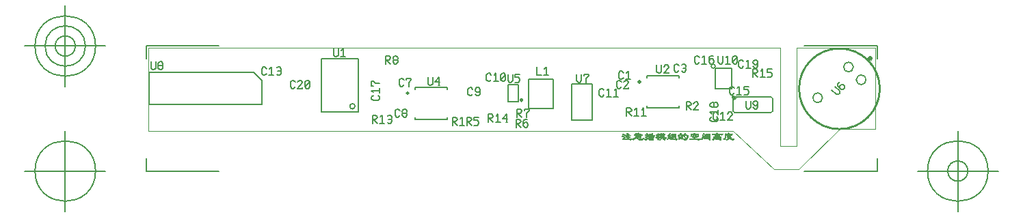
<source format=gbr>
G04 Generated by Ultiboard 14.2 *
%FSLAX46Y46*%
%MOIN*%

%ADD10C,0.000001*%
%ADD11C,0.008000*%
%ADD12C,0.006124*%
%ADD13C,0.007874*%
%ADD14C,0.009843*%
%ADD15C,0.005000*%
%ADD16C,0.000039*%
%ADD17C,0.010000*%
%ADD18C,0.000050*%
%ADD19C,0.01575*%


G04 ColorRGB FFFF00 for the following layer *
%LN_uc54e1d53705c4298765c42*%
%LPD*%
G54D10*
G54D11*
X13919Y327913D02*
X13919Y296417D01*
X21759Y288543D01*
X29598Y288543D01*
X37437Y296417D01*
X37437Y327913D01*
X64873Y288543D02*
X57034Y288543D01*
X49195Y296417D01*
X49195Y304291D01*
X53115Y308228D01*
X49195Y312165D01*
X49195Y320039D01*
X57034Y327913D01*
X64873Y327913D01*
X72712Y320039D01*
X72712Y312165D01*
X68793Y308228D01*
X72712Y304291D01*
X72712Y296417D01*
X64873Y288543D01*
X53115Y308228D02*
X68793Y308228D01*
X555591Y236220D02*
X555591Y118110D01*
X4409Y118110D01*
X4409Y275591D01*
X516220Y275591D01*
X555591Y236220D01*
X846417Y81339D02*
X1023583Y81339D01*
X1023583Y341181D02*
X846417Y341181D01*
X846417Y81339D01*
X1023583Y81339D02*
X1023583Y341181D01*
X983228Y109177D02*
G75*
D01*
G02X983228Y109177I12796J0*
G01*
X2164213Y41417D02*
X2164213Y218583D01*
X2065787Y218583D01*
X2065787Y41417D01*
X2164213Y41417D01*
X1976024Y97165D02*
X1976024Y242835D01*
X1853976Y242835D01*
X1853976Y97165D01*
X1976024Y97165D01*
X2765630Y195787D02*
X2844370Y195787D01*
X2844370Y294213D01*
X2765630Y294213D01*
X2765630Y195787D01*
X2745315Y305000D02*
G75*
D01*
G02X2745315Y305000I9842J0*
G01*
G54D12*
X577437Y269567D02*
X569598Y261693D01*
X561759Y261693D01*
X553919Y269567D01*
X553919Y293189D01*
X561759Y301063D01*
X569598Y301063D01*
X577437Y293189D01*
X593115Y293189D02*
X600954Y301063D01*
X600954Y261693D01*
X589195Y261693D02*
X612712Y261693D01*
X628390Y297126D02*
X632310Y301063D01*
X640149Y301063D01*
X647988Y293189D01*
X647988Y285315D01*
X644068Y281378D01*
X647988Y277441D01*
X647988Y269567D01*
X640149Y261693D01*
X632310Y261693D01*
X628390Y265630D01*
X632310Y281378D02*
X644068Y281378D01*
X903919Y391063D02*
X903919Y359567D01*
X911759Y351693D01*
X919598Y351693D01*
X927437Y359567D01*
X927437Y391063D01*
X943115Y383189D02*
X950954Y391063D01*
X950954Y351693D01*
X939195Y351693D02*
X962712Y351693D01*
X1120433Y162437D02*
X1128307Y154598D01*
X1128307Y146759D01*
X1120433Y138919D01*
X1096811Y138919D01*
X1088937Y146759D01*
X1088937Y154598D01*
X1096811Y162437D01*
X1096811Y178115D02*
X1088937Y185954D01*
X1128307Y185954D01*
X1128307Y174195D02*
X1128307Y197712D01*
X1128307Y221229D02*
X1108622Y221229D01*
X1096811Y232988D01*
X1088937Y232988D01*
X1088937Y209471D01*
X1096811Y209471D01*
X1093919Y26693D02*
X1093919Y66063D01*
X1109598Y66063D01*
X1117437Y58189D01*
X1117437Y54252D01*
X1109598Y46378D01*
X1093919Y46378D01*
X1097839Y46378D02*
X1117437Y26693D01*
X1133115Y58189D02*
X1140954Y66063D01*
X1140954Y26693D01*
X1129195Y26693D02*
X1152712Y26693D01*
X1168390Y62126D02*
X1172310Y66063D01*
X1180149Y66063D01*
X1187988Y58189D01*
X1187988Y50315D01*
X1184068Y46378D01*
X1187988Y42441D01*
X1187988Y34567D01*
X1180149Y26693D01*
X1172310Y26693D01*
X1168390Y30630D01*
X1172310Y46378D02*
X1184068Y46378D01*
X1227437Y64567D02*
X1219598Y56693D01*
X1211759Y56693D01*
X1203919Y64567D01*
X1203919Y88189D01*
X1211759Y96063D01*
X1219598Y96063D01*
X1227437Y88189D01*
X1254873Y56693D02*
X1247034Y56693D01*
X1239195Y64567D01*
X1239195Y72441D01*
X1243115Y76378D01*
X1239195Y80315D01*
X1239195Y88189D01*
X1247034Y96063D01*
X1254873Y96063D01*
X1262712Y88189D01*
X1262712Y80315D01*
X1258793Y76378D01*
X1262712Y72441D01*
X1262712Y64567D01*
X1254873Y56693D01*
X1243115Y76378D02*
X1258793Y76378D01*
X1363919Y251063D02*
X1363919Y219567D01*
X1371759Y211693D01*
X1379598Y211693D01*
X1387437Y219567D01*
X1387437Y251063D01*
X1422712Y227441D02*
X1399195Y227441D01*
X1418793Y251063D01*
X1418793Y211693D01*
X1414873Y211693D02*
X1422712Y211693D01*
X1483919Y16693D02*
X1483919Y56063D01*
X1499598Y56063D01*
X1507437Y48189D01*
X1507437Y44252D01*
X1499598Y36378D01*
X1483919Y36378D01*
X1487839Y36378D02*
X1507437Y16693D01*
X1523115Y48189D02*
X1530954Y56063D01*
X1530954Y16693D01*
X1519195Y16693D02*
X1542712Y16693D01*
X1553919Y16693D02*
X1553919Y56063D01*
X1569598Y56063D01*
X1577437Y48189D01*
X1577437Y44252D01*
X1569598Y36378D01*
X1553919Y36378D01*
X1557839Y36378D02*
X1577437Y16693D01*
X1612712Y56063D02*
X1589195Y56063D01*
X1589195Y40315D01*
X1604873Y40315D01*
X1612712Y32441D01*
X1612712Y24567D01*
X1604873Y16693D01*
X1589195Y16693D01*
X1658919Y31693D02*
X1658919Y71063D01*
X1674598Y71063D01*
X1682437Y63189D01*
X1682437Y59252D01*
X1674598Y51378D01*
X1658919Y51378D01*
X1662839Y51378D02*
X1682437Y31693D01*
X1698115Y63189D02*
X1705954Y71063D01*
X1705954Y31693D01*
X1694195Y31693D02*
X1717712Y31693D01*
X1752988Y47441D02*
X1729471Y47441D01*
X1749068Y71063D01*
X1749068Y31693D01*
X1745149Y31693D02*
X1752988Y31693D01*
X1793919Y6693D02*
X1793919Y46063D01*
X1809598Y46063D01*
X1817437Y38189D01*
X1817437Y34252D01*
X1809598Y26378D01*
X1793919Y26378D01*
X1797839Y26378D02*
X1817437Y6693D01*
X1848793Y46063D02*
X1837034Y46063D01*
X1829195Y38189D01*
X1829195Y22441D01*
X1829195Y14567D01*
X1837034Y6693D01*
X1844873Y6693D01*
X1852712Y14567D01*
X1852712Y22441D01*
X1844873Y30315D01*
X1837034Y30315D01*
X1829195Y22441D01*
X1798919Y56693D02*
X1798919Y96063D01*
X1814598Y96063D01*
X1822437Y88189D01*
X1822437Y84252D01*
X1814598Y76378D01*
X1798919Y76378D01*
X1802839Y76378D02*
X1822437Y56693D01*
X1845954Y56693D02*
X1845954Y76378D01*
X1857712Y88189D01*
X1857712Y96063D01*
X1834195Y96063D01*
X1834195Y88189D01*
X2088919Y266063D02*
X2088919Y234567D01*
X2096759Y226693D01*
X2104598Y226693D01*
X2112437Y234567D01*
X2112437Y266063D01*
X2135954Y226693D02*
X2135954Y246378D01*
X2147712Y258189D01*
X2147712Y266063D01*
X2124195Y266063D01*
X2124195Y258189D01*
X2222437Y164567D02*
X2214598Y156693D01*
X2206759Y156693D01*
X2198919Y164567D01*
X2198919Y188189D01*
X2206759Y196063D01*
X2214598Y196063D01*
X2222437Y188189D01*
X2238115Y188189D02*
X2245954Y196063D01*
X2245954Y156693D01*
X2234195Y156693D02*
X2257712Y156693D01*
X2273390Y188189D02*
X2281229Y196063D01*
X2281229Y156693D01*
X2269471Y156693D02*
X2292988Y156693D01*
X2333093Y61811D02*
X2333093Y101181D01*
X2348771Y101181D01*
X2356610Y93307D01*
X2356610Y89370D01*
X2348771Y81496D01*
X2333093Y81496D01*
X2337012Y81496D02*
X2356610Y61811D01*
X2372288Y93307D02*
X2380127Y101181D01*
X2380127Y61811D01*
X2368368Y61811D02*
X2391885Y61811D01*
X2407563Y93307D02*
X2415402Y101181D01*
X2415402Y61811D01*
X2403644Y61811D02*
X2427161Y61811D01*
X2623919Y91693D02*
X2623919Y131063D01*
X2639598Y131063D01*
X2647437Y123189D01*
X2647437Y119252D01*
X2639598Y111378D01*
X2623919Y111378D01*
X2627839Y111378D02*
X2647437Y91693D01*
X2659195Y123189D02*
X2667034Y131063D01*
X2674873Y131063D01*
X2682712Y123189D01*
X2682712Y119252D01*
X2659195Y91693D01*
X2682712Y91693D01*
X2682712Y95630D01*
X2777437Y49567D02*
X2769598Y41693D01*
X2761759Y41693D01*
X2753919Y49567D01*
X2753919Y73189D01*
X2761759Y81063D01*
X2769598Y81063D01*
X2777437Y73189D01*
X2793115Y73189D02*
X2800954Y81063D01*
X2800954Y41693D01*
X2789195Y41693D02*
X2812712Y41693D01*
X2824471Y73189D02*
X2832310Y81063D01*
X2840149Y81063D01*
X2847988Y73189D01*
X2847988Y69252D01*
X2824471Y41693D01*
X2847988Y41693D01*
X2847988Y45630D01*
X2913919Y136063D02*
X2913919Y104567D01*
X2921759Y96693D01*
X2929598Y96693D01*
X2937437Y104567D01*
X2937437Y136063D01*
X2949195Y104567D02*
X2957034Y96693D01*
X2964873Y96693D01*
X2972712Y104567D01*
X2972712Y120315D01*
X2972712Y128189D01*
X2964873Y136063D01*
X2957034Y136063D01*
X2949195Y128189D01*
X2949195Y120315D01*
X2957034Y112441D01*
X2964873Y112441D01*
X2972712Y120315D01*
X717437Y204567D02*
X709598Y196693D01*
X701759Y196693D01*
X693919Y204567D01*
X693919Y228189D01*
X701759Y236063D01*
X709598Y236063D01*
X717437Y228189D01*
X729195Y228189D02*
X737034Y236063D01*
X744873Y236063D01*
X752712Y228189D01*
X752712Y224252D01*
X729195Y196693D01*
X752712Y196693D01*
X752712Y200630D01*
X764471Y228189D02*
X772310Y236063D01*
X780149Y236063D01*
X787988Y228189D01*
X787988Y204567D01*
X780149Y196693D01*
X772310Y196693D01*
X764471Y204567D01*
X764471Y228189D01*
X787988Y228189D02*
X764471Y204567D01*
X1582437Y169567D02*
X1574598Y161693D01*
X1566759Y161693D01*
X1558919Y169567D01*
X1558919Y193189D01*
X1566759Y201063D01*
X1574598Y201063D01*
X1582437Y193189D01*
X1594195Y169567D02*
X1602034Y161693D01*
X1609873Y161693D01*
X1617712Y169567D01*
X1617712Y185315D01*
X1617712Y193189D01*
X1609873Y201063D01*
X1602034Y201063D01*
X1594195Y193189D01*
X1594195Y185315D01*
X1602034Y177441D01*
X1609873Y177441D01*
X1617712Y185315D01*
X1672437Y239567D02*
X1664598Y231693D01*
X1656759Y231693D01*
X1648919Y239567D01*
X1648919Y263189D01*
X1656759Y271063D01*
X1664598Y271063D01*
X1672437Y263189D01*
X1688115Y263189D02*
X1695954Y271063D01*
X1695954Y231693D01*
X1684195Y231693D02*
X1707712Y231693D01*
X1719471Y263189D02*
X1727310Y271063D01*
X1735149Y271063D01*
X1742988Y263189D01*
X1742988Y239567D01*
X1735149Y231693D01*
X1727310Y231693D01*
X1719471Y239567D01*
X1719471Y263189D01*
X1742988Y263189D02*
X1719471Y239567D01*
X1753919Y266063D02*
X1753919Y234567D01*
X1761759Y226693D01*
X1769598Y226693D01*
X1777437Y234567D01*
X1777437Y266063D01*
X1812712Y266063D02*
X1789195Y266063D01*
X1789195Y250315D01*
X1804873Y250315D01*
X1812712Y242441D01*
X1812712Y234567D01*
X1804873Y226693D01*
X1789195Y226693D01*
X1893919Y301063D02*
X1893919Y261693D01*
X1917437Y261693D01*
X1933115Y293189D02*
X1940954Y301063D01*
X1940954Y261693D01*
X1929195Y261693D02*
X1952712Y261693D01*
X2307437Y204567D02*
X2299598Y196693D01*
X2291759Y196693D01*
X2283919Y204567D01*
X2283919Y228189D01*
X2291759Y236063D01*
X2299598Y236063D01*
X2307437Y228189D01*
X2319195Y228189D02*
X2327034Y236063D01*
X2334873Y236063D01*
X2342712Y228189D01*
X2342712Y224252D01*
X2319195Y196693D01*
X2342712Y196693D01*
X2342712Y200630D01*
X2478919Y311063D02*
X2478919Y279567D01*
X2486759Y271693D01*
X2494598Y271693D01*
X2502437Y279567D01*
X2502437Y311063D01*
X2514195Y303189D02*
X2522034Y311063D01*
X2529873Y311063D01*
X2537712Y303189D01*
X2537712Y299252D01*
X2514195Y271693D01*
X2537712Y271693D01*
X2537712Y275630D01*
X1247437Y214567D02*
X1239598Y206693D01*
X1231759Y206693D01*
X1223919Y214567D01*
X1223919Y238189D01*
X1231759Y246063D01*
X1239598Y246063D01*
X1247437Y238189D01*
X1270954Y206693D02*
X1270954Y226378D01*
X1282712Y238189D01*
X1282712Y246063D01*
X1259195Y246063D01*
X1259195Y238189D01*
X2317437Y249567D02*
X2309598Y241693D01*
X2301759Y241693D01*
X2293919Y249567D01*
X2293919Y273189D01*
X2301759Y281063D01*
X2309598Y281063D01*
X2317437Y273189D01*
X2333115Y273189D02*
X2340954Y281063D01*
X2340954Y241693D01*
X2329195Y241693D02*
X2352712Y241693D01*
X2587437Y284567D02*
X2579598Y276693D01*
X2571759Y276693D01*
X2563919Y284567D01*
X2563919Y308189D01*
X2571759Y316063D01*
X2579598Y316063D01*
X2587437Y308189D01*
X2603115Y312126D02*
X2607034Y316063D01*
X2614873Y316063D01*
X2622712Y308189D01*
X2622712Y300315D01*
X2618793Y296378D01*
X2622712Y292441D01*
X2622712Y284567D01*
X2614873Y276693D01*
X2607034Y276693D01*
X2603115Y280630D01*
X2607034Y296378D02*
X2618793Y296378D01*
X2687437Y324567D02*
X2679598Y316693D01*
X2671759Y316693D01*
X2663919Y324567D01*
X2663919Y348189D01*
X2671759Y356063D01*
X2679598Y356063D01*
X2687437Y348189D01*
X2703115Y348189D02*
X2710954Y356063D01*
X2710954Y316693D01*
X2699195Y316693D02*
X2722712Y316693D01*
X2754068Y356063D02*
X2742310Y356063D01*
X2734471Y348189D01*
X2734471Y332441D01*
X2734471Y324567D01*
X2742310Y316693D01*
X2750149Y316693D01*
X2757988Y324567D01*
X2757988Y332441D01*
X2750149Y340315D01*
X2742310Y340315D01*
X2734471Y332441D01*
X2778919Y356063D02*
X2778919Y324567D01*
X2786759Y316693D01*
X2794598Y316693D01*
X2802437Y324567D01*
X2802437Y356063D01*
X2818115Y348189D02*
X2825954Y356063D01*
X2825954Y316693D01*
X2814195Y316693D02*
X2837712Y316693D01*
X2849471Y348189D02*
X2857310Y356063D01*
X2865149Y356063D01*
X2872988Y348189D01*
X2872988Y324567D01*
X2865149Y316693D01*
X2857310Y316693D01*
X2849471Y324567D01*
X2849471Y348189D01*
X2872988Y348189D02*
X2849471Y324567D01*
X1158368Y316811D02*
X1158368Y356181D01*
X1174046Y356181D01*
X1181885Y348307D01*
X1181885Y344370D01*
X1174046Y336496D01*
X1158368Y336496D01*
X1162288Y336496D02*
X1181885Y316811D01*
X1209322Y316811D02*
X1201483Y316811D01*
X1193644Y324685D01*
X1193644Y332559D01*
X1197563Y336496D01*
X1193644Y340433D01*
X1193644Y348307D01*
X1201483Y356181D01*
X1209322Y356181D01*
X1217161Y348307D01*
X1217161Y340433D01*
X1213241Y336496D01*
X1217161Y332559D01*
X1217161Y324685D01*
X1209322Y316811D01*
X1197563Y336496D02*
X1213241Y336496D01*
X2948919Y251693D02*
X2948919Y291063D01*
X2964598Y291063D01*
X2972437Y283189D01*
X2972437Y279252D01*
X2964598Y271378D01*
X2948919Y271378D01*
X2952839Y271378D02*
X2972437Y251693D01*
X2988115Y283189D02*
X2995954Y291063D01*
X2995954Y251693D01*
X2984195Y251693D02*
X3007712Y251693D01*
X3042988Y291063D02*
X3019471Y291063D01*
X3019471Y275315D01*
X3035149Y275315D01*
X3042988Y267441D01*
X3042988Y259567D01*
X3035149Y251693D01*
X3019471Y251693D01*
X2902437Y304567D02*
X2894598Y296693D01*
X2886759Y296693D01*
X2878919Y304567D01*
X2878919Y328189D01*
X2886759Y336063D01*
X2894598Y336063D01*
X2902437Y328189D01*
X2918115Y328189D02*
X2925954Y336063D01*
X2925954Y296693D01*
X2914195Y296693D02*
X2937712Y296693D01*
X2949471Y304567D02*
X2957310Y296693D01*
X2965149Y296693D01*
X2972988Y304567D01*
X2972988Y320315D01*
X2972988Y328189D01*
X2965149Y336063D01*
X2957310Y336063D01*
X2949471Y328189D01*
X2949471Y320315D01*
X2957310Y312441D01*
X2965149Y312441D01*
X2972988Y320315D01*
X2857437Y174567D02*
X2849598Y166693D01*
X2841759Y166693D01*
X2833919Y174567D01*
X2833919Y198189D01*
X2841759Y206063D01*
X2849598Y206063D01*
X2857437Y198189D01*
X2873115Y198189D02*
X2880954Y206063D01*
X2880954Y166693D01*
X2869195Y166693D02*
X2892712Y166693D01*
X2927988Y206063D02*
X2904471Y206063D01*
X2904471Y190315D01*
X2920149Y190315D01*
X2927988Y182441D01*
X2927988Y174567D01*
X2920149Y166693D01*
X2904471Y166693D01*
X3331125Y189531D02*
X3353396Y167260D01*
X3364506Y167235D01*
X3370049Y172778D01*
X3370025Y183889D01*
X3347754Y206160D01*
X3369926Y228332D02*
X3361611Y220018D01*
X3361636Y208907D01*
X3372771Y197771D01*
X3378339Y192204D01*
X3389450Y192179D01*
X3394993Y197722D01*
X3394968Y208833D01*
X3389401Y214401D01*
X3378290Y214425D01*
X3372747Y208882D01*
X3372771Y197771D01*
X2770433Y57437D02*
X2778307Y49598D01*
X2778307Y41759D01*
X2770433Y33919D01*
X2746811Y33919D01*
X2738937Y41759D01*
X2738937Y49598D01*
X2746811Y57437D01*
X2746811Y73115D02*
X2738937Y80954D01*
X2778307Y80954D01*
X2778307Y69195D02*
X2778307Y92712D01*
X2778307Y120149D02*
X2778307Y112310D01*
X2770433Y104471D01*
X2762559Y104471D01*
X2758622Y108390D01*
X2754685Y104471D01*
X2746811Y104471D01*
X2738937Y112310D01*
X2738937Y120149D01*
X2746811Y127988D01*
X2754685Y127988D01*
X2758622Y124068D01*
X2762559Y127988D01*
X2770433Y127988D01*
X2778307Y120149D01*
X2758622Y108390D02*
X2758622Y124068D01*
G54D13*
X1300610Y203091D02*
X1458091Y203091D01*
X1300610Y45610D02*
X1458091Y45610D01*
X1300610Y203091D02*
X1300610Y193248D01*
X1458091Y203091D02*
X1458091Y193248D01*
X1300610Y45610D02*
X1300610Y55453D01*
X1458091Y45610D02*
X1458091Y55453D01*
X1805591Y132402D02*
X1754409Y132402D01*
X1754409Y215079D01*
X1805591Y215079D01*
X1805591Y132402D01*
X2430610Y258091D02*
X2588091Y258091D01*
X2430610Y100610D02*
X2588091Y100610D01*
X2430610Y258091D02*
X2430610Y248248D01*
X2588091Y258091D02*
X2588091Y248248D01*
X2430610Y100610D02*
X2430610Y110453D01*
X2588091Y100610D02*
X2588091Y110453D01*
G54D14*
X1260256Y173563D02*
G75*
D01*
G02X1260256Y173563I4921J0*
G01*
X1815000Y140000D02*
G75*
D01*
G02X1815000Y140000I4921J0*
G01*
X2390256Y228563D02*
G75*
D01*
G02X2390256Y228563I4921J0*
G01*
G54D15*
X2851161Y148878D02*
X2851161Y85886D01*
G75*
D01*
G03X2859035Y78012I7874J0*
G01*
X3036201Y78012D01*
G75*
D01*
G03X3044075Y85886I0J7874*
G01*
X3044075Y148878D01*
G74*
D01*
G03X3036201Y156752I7874J0*
G01*
X2859035Y156752D01*
G75*
D01*
G03X2851161Y148878I0J-7874*
G01*
X3390371Y301210D02*
G75*
D01*
G02X3390371Y301210I23622J0*
G01*
X3452588Y238993D02*
G75*
D01*
G02X3452588Y238993I23622J0*
G01*
X3240168Y151006D02*
G75*
D01*
G02X3240168Y151006I23622J0*
G01*
X-10000Y-206850D02*
X-10000Y-145795D01*
X-10000Y-206850D02*
X346331Y-206850D01*
X3553307Y-206850D02*
X3196976Y-206850D01*
X3553307Y-206850D02*
X3553307Y-145795D01*
X3553307Y403701D02*
X3553307Y342646D01*
X3553307Y403701D02*
X3196976Y403701D01*
X-10000Y403701D02*
X346331Y403701D01*
X-10000Y403701D02*
X-10000Y342646D01*
X-206850Y-206850D02*
X-600551Y-206850D01*
X-403701Y-403701D02*
X-403701Y-10000D01*
X-551339Y-206850D02*
G75*
D01*
G02X-551339Y-206850I147638J0*
G01*
X3750157Y-206850D02*
X4143858Y-206850D01*
X3947008Y-403701D02*
X3947008Y-10000D01*
X3799370Y-206850D02*
G75*
D01*
G02X3799370Y-206850I147638J0*
G01*
X3897795Y-206850D02*
G75*
D01*
G02X3897795Y-206850I49213J0*
G01*
X-206850Y403701D02*
X-600551Y403701D01*
X-403701Y206850D02*
X-403701Y600551D01*
X-551339Y403701D02*
G75*
D01*
G02X-551339Y403701I147638J0*
G01*
X-502126Y403701D02*
G75*
D01*
G02X-502126Y403701I98425J0*
G01*
X-452913Y403701D02*
G75*
D01*
G02X-452913Y403701I49212J0*
G01*
X-10000Y-206850D02*
X-10000Y-145795D01*
X-10000Y-206850D02*
X346331Y-206850D01*
X3553307Y-206850D02*
X3196976Y-206850D01*
X3553307Y-206850D02*
X3553307Y-145795D01*
X3553307Y403701D02*
X3553307Y342646D01*
X3553307Y403701D02*
X3196976Y403701D01*
X-10000Y403701D02*
X346331Y403701D01*
X-10000Y403701D02*
X-10000Y342646D01*
X-206850Y-206850D02*
X-600551Y-206850D01*
X-403701Y-403701D02*
X-403701Y-10000D01*
X-551339Y-206850D02*
G75*
D01*
G02X-551339Y-206850I147638J0*
G01*
X3750157Y-206850D02*
X4143858Y-206850D01*
X3947008Y-403701D02*
X3947008Y-10000D01*
X3799370Y-206850D02*
G75*
D01*
G02X3799370Y-206850I147638J0*
G01*
X3897795Y-206850D02*
G75*
D01*
G02X3897795Y-206850I49213J0*
G01*
X-206850Y403701D02*
X-600551Y403701D01*
X-403701Y206850D02*
X-403701Y600551D01*
X-551339Y403701D02*
G75*
D01*
G02X-551339Y403701I147638J0*
G01*
X-502126Y403701D02*
G75*
D01*
G02X-502126Y403701I98425J0*
G01*
X-452913Y403701D02*
G75*
D01*
G02X-452913Y403701I49212J0*
G01*
G54D16*
G36*
X2851161Y156752D02*
X2851161Y156752D01*
X2851161Y137067D01*
X2870846Y156752D01*
X2851161Y156752D01*
D02*
G37*
X2851161Y137067D01*
X2870846Y156752D01*
X2851161Y156752D01*
G36*
X3515709Y354851D02*
X3515709Y354851D01*
X3507134Y346276D01*
G75*
D01*
G03X3507134Y340708I2784J-2784*
G01*
X3507134Y340708D01*
X3515709Y332134D01*
G75*
D01*
G03X3521276Y332134I2783J2784*
G01*
X3521276Y332134D01*
X3529851Y340708D01*
G75*
D01*
G03X3529851Y346276I-2784J2784*
G01*
X3529851Y346276D01*
X3521276Y354851D01*
G75*
D01*
G03X3515709Y354851I-2784J-2784*
G01*
D02*
G37*
X3507134Y346276D01*
G75*
D01*
G03X3507134Y340708I2784J-2784*
G01*
X3515709Y332134D01*
G75*
D01*
G03X3521276Y332134I2783J2784*
G01*
X3529851Y340708D01*
G75*
D01*
G03X3529851Y346276I-2784J2784*
G01*
X3521276Y354851D01*
G75*
D01*
G03X3515709Y354851I-2784J-2784*
G01*
G36*
X2313101Y-26955D02*
X2313101Y-26955D01*
X2313774Y-24049D01*
X2312751Y-25717D01*
X2313101Y-26955D01*
D02*
G37*
X2313774Y-24049D01*
X2312751Y-25717D01*
X2313101Y-26955D01*
G36*
X2313774Y-24049D02*
X2313774Y-24049D01*
X2313101Y-26955D01*
X2315900Y-29108D01*
X2313774Y-24049D01*
D02*
G37*
X2313101Y-26955D01*
X2315900Y-29108D01*
X2313774Y-24049D01*
G36*
X2315900Y-29108D02*
X2315900Y-29108D01*
X2316788Y-23618D01*
X2313774Y-24049D01*
X2315900Y-29108D01*
D02*
G37*
X2316788Y-23618D01*
X2313774Y-24049D01*
X2315900Y-29108D01*
G36*
X2316788Y-23618D02*
X2316788Y-23618D01*
X2315900Y-29108D01*
X2318349Y-30023D01*
X2316788Y-23618D01*
D02*
G37*
X2315900Y-29108D01*
X2318349Y-30023D01*
X2316788Y-23618D01*
G36*
X2318349Y-30023D02*
X2318349Y-30023D01*
X2318780Y-24856D01*
X2316788Y-23618D01*
X2318349Y-30023D01*
D02*
G37*
X2318780Y-24856D01*
X2316788Y-23618D01*
X2318349Y-30023D01*
G36*
X2318780Y-24856D02*
X2318780Y-24856D01*
X2318349Y-30023D01*
X2320933Y-30669D01*
X2318780Y-24856D01*
D02*
G37*
X2318349Y-30023D01*
X2320933Y-30669D01*
X2318780Y-24856D01*
G36*
X2320933Y-30669D02*
X2320933Y-30669D01*
X2321578Y-27117D01*
X2318780Y-24856D01*
X2320933Y-30669D01*
D02*
G37*
X2321578Y-27117D01*
X2318780Y-24856D01*
X2320933Y-30669D01*
G36*
X2321578Y-27117D02*
X2321578Y-27117D01*
X2320933Y-30669D01*
X2323516Y-30885D01*
X2321578Y-27117D01*
D02*
G37*
X2320933Y-30669D01*
X2323516Y-30885D01*
X2321578Y-27117D01*
G36*
X2323516Y-30885D02*
X2323516Y-30885D01*
X2324808Y-29593D01*
X2321578Y-27117D01*
X2323516Y-30885D01*
D02*
G37*
X2324808Y-29593D01*
X2321578Y-27117D01*
X2323516Y-30885D01*
G36*
X2324808Y-29593D02*
X2324808Y-29593D01*
X2323516Y-30885D01*
X2325131Y-30562D01*
X2324808Y-29593D01*
D02*
G37*
X2323516Y-30885D01*
X2325131Y-30562D01*
X2324808Y-29593D01*
G36*
X2331375Y-41758D02*
X2331375Y-41758D01*
X2332128Y-38528D01*
X2329975Y-38205D01*
X2331375Y-41758D01*
D02*
G37*
X2332128Y-38528D01*
X2329975Y-38205D01*
X2331375Y-41758D01*
G36*
X2332128Y-38528D02*
X2332128Y-38528D01*
X2331375Y-41758D01*
X2335143Y-41650D01*
X2332128Y-38528D01*
D02*
G37*
X2331375Y-41758D01*
X2335143Y-41650D01*
X2332128Y-38528D01*
G36*
X2335143Y-41650D02*
X2335143Y-41650D01*
X2335143Y-38636D01*
X2332128Y-38528D01*
X2335143Y-41650D01*
D02*
G37*
X2335143Y-38636D01*
X2332128Y-38528D01*
X2335143Y-41650D01*
G36*
X2335143Y-38636D02*
X2335143Y-38636D01*
X2335143Y-41650D01*
X2340741Y-46817D01*
X2335143Y-38636D01*
D02*
G37*
X2335143Y-41650D01*
X2340741Y-46817D01*
X2335143Y-38636D01*
G36*
X2340741Y-46817D02*
X2340741Y-46817D01*
X2335143Y-33038D01*
X2335143Y-38636D01*
X2340741Y-46817D01*
D02*
G37*
X2335143Y-33038D01*
X2335143Y-38636D01*
X2340741Y-46817D01*
G36*
X2335143Y-33038D02*
X2335143Y-33038D01*
X2340741Y-46817D01*
X2340741Y-29916D01*
X2335143Y-33038D01*
D02*
G37*
X2340741Y-46817D01*
X2340741Y-29916D01*
X2335143Y-33038D01*
G36*
X2340741Y-29916D02*
X2340741Y-29916D01*
X2331267Y-29593D01*
X2335143Y-33038D01*
X2340741Y-29916D01*
D02*
G37*
X2331267Y-29593D01*
X2335143Y-33038D01*
X2340741Y-29916D01*
G36*
X2326800Y-42242D02*
X2326800Y-42242D01*
X2326961Y-39497D01*
X2326369Y-40950D01*
X2326800Y-42242D01*
D02*
G37*
X2326961Y-39497D01*
X2326369Y-40950D01*
X2326800Y-42242D01*
G36*
X2326961Y-39497D02*
X2326961Y-39497D01*
X2326800Y-42242D01*
X2327822Y-42080D01*
X2326961Y-39497D01*
D02*
G37*
X2326800Y-42242D01*
X2327822Y-42080D01*
X2326961Y-39497D01*
G36*
X2327822Y-42080D02*
X2327822Y-42080D01*
X2328576Y-38313D01*
X2326961Y-39497D01*
X2327822Y-42080D01*
D02*
G37*
X2328576Y-38313D01*
X2326961Y-39497D01*
X2327822Y-42080D01*
G36*
X2328576Y-38313D02*
X2328576Y-38313D01*
X2327822Y-42080D01*
X2331375Y-41758D01*
X2328576Y-38313D01*
D02*
G37*
X2327822Y-42080D01*
X2331375Y-41758D01*
X2328576Y-38313D01*
G36*
X2331375Y-41758D02*
X2331375Y-41758D01*
X2329975Y-38205D01*
X2328576Y-38313D01*
X2331375Y-41758D01*
D02*
G37*
X2329975Y-38205D01*
X2328576Y-38313D01*
X2331375Y-41758D01*
G36*
X2350968Y-30239D02*
X2350968Y-30239D01*
X2350214Y-30023D01*
X2350645Y-33038D01*
X2350968Y-30239D01*
D02*
G37*
X2350214Y-30023D01*
X2350645Y-33038D01*
X2350968Y-30239D01*
G36*
X2350968Y-30239D01*
X2350645Y-33038D01*
X2351721Y-32069D01*
X2350968Y-30239D01*
D02*
G37*
X2350645Y-33038D01*
X2351721Y-32069D01*
X2350968Y-30239D01*
G36*
X2350968Y-30239D01*
X2351721Y-32069D01*
X2351506Y-30885D01*
X2350968Y-30239D01*
D02*
G37*
X2351721Y-32069D01*
X2351506Y-30885D01*
X2350968Y-30239D01*
G36*
X2340741Y-29916D02*
X2340741Y-29916D01*
X2340741Y-46817D01*
X2340741Y-41650D01*
X2340741Y-29916D01*
D02*
G37*
X2340741Y-46817D01*
X2340741Y-41650D01*
X2340741Y-29916D01*
G36*
X2340741Y-29916D01*
X2340741Y-41650D01*
X2340741Y-38636D01*
X2340741Y-29916D01*
D02*
G37*
X2340741Y-41650D01*
X2340741Y-38636D01*
X2340741Y-29916D01*
G36*
X2340741Y-29916D01*
X2340741Y-38636D01*
X2340741Y-33038D01*
X2340741Y-29916D01*
D02*
G37*
X2340741Y-38636D01*
X2340741Y-33038D01*
X2340741Y-29916D01*
G36*
X2340741Y-29916D01*
X2340741Y-33038D01*
X2350645Y-33038D01*
X2340741Y-29916D01*
D02*
G37*
X2340741Y-33038D01*
X2350645Y-33038D01*
X2340741Y-29916D01*
G36*
X2340741Y-29916D01*
X2350645Y-33038D01*
X2350214Y-30023D01*
X2340741Y-29916D01*
D02*
G37*
X2350645Y-33038D01*
X2350214Y-30023D01*
X2340741Y-29916D01*
G36*
X2327392Y-33899D02*
X2327392Y-33899D01*
X2328145Y-29916D01*
X2326154Y-33926D01*
X2327392Y-33899D01*
D02*
G37*
X2328145Y-29916D01*
X2326154Y-33926D01*
X2327392Y-33899D01*
G36*
X2328145Y-29916D02*
X2328145Y-29916D01*
X2327392Y-33899D01*
X2331052Y-33253D01*
X2328145Y-29916D01*
D02*
G37*
X2327392Y-33899D01*
X2331052Y-33253D01*
X2328145Y-29916D01*
G36*
X2331052Y-33253D02*
X2331052Y-33253D01*
X2331267Y-29593D01*
X2328145Y-29916D01*
X2331052Y-33253D01*
D02*
G37*
X2331267Y-29593D01*
X2328145Y-29916D01*
X2331052Y-33253D01*
G36*
X2331267Y-29593D02*
X2331267Y-29593D01*
X2331052Y-33253D01*
X2335143Y-33038D01*
X2331267Y-29593D01*
D02*
G37*
X2331052Y-33253D01*
X2335143Y-33038D01*
X2331267Y-29593D01*
G36*
X2325669Y-31746D02*
X2325669Y-31746D01*
X2325292Y-32849D01*
X2326154Y-33926D01*
X2325669Y-31746D01*
D02*
G37*
X2325292Y-32849D01*
X2326154Y-33926D01*
X2325669Y-31746D01*
G36*
X2325669Y-31746D01*
X2326154Y-33926D01*
X2328145Y-29916D01*
X2325669Y-31746D01*
D02*
G37*
X2326154Y-33926D01*
X2328145Y-29916D01*
X2325669Y-31746D01*
G36*
X2348492Y-39066D02*
X2348492Y-39066D01*
X2348492Y-41219D01*
X2349353Y-40035D01*
X2348492Y-39066D01*
D02*
G37*
X2348492Y-41219D01*
X2349353Y-40035D01*
X2348492Y-39066D01*
G36*
X2348492Y-41219D02*
X2348492Y-41219D01*
X2348492Y-39066D01*
X2345047Y-38743D01*
X2348492Y-41219D01*
D02*
G37*
X2348492Y-39066D01*
X2345047Y-38743D01*
X2348492Y-41219D01*
G36*
X2345047Y-38743D02*
X2345047Y-38743D01*
X2345047Y-41542D01*
X2348492Y-41219D01*
X2345047Y-38743D01*
D02*
G37*
X2345047Y-41542D01*
X2348492Y-41219D01*
X2345047Y-38743D01*
G36*
X2345047Y-41542D02*
X2345047Y-41542D01*
X2345047Y-38743D01*
X2340741Y-38636D01*
X2345047Y-41542D01*
D02*
G37*
X2345047Y-38743D01*
X2340741Y-38636D01*
X2345047Y-41542D01*
G36*
X2340741Y-38636D02*
X2340741Y-38636D01*
X2340741Y-41650D01*
X2345047Y-41542D01*
X2340741Y-38636D01*
D02*
G37*
X2340741Y-41650D01*
X2345047Y-41542D01*
X2340741Y-38636D01*
G36*
X2357965Y-46817D02*
X2357965Y-46817D01*
X2349568Y-47248D01*
X2352367Y-53276D01*
X2357965Y-46817D01*
D02*
G37*
X2349568Y-47248D01*
X2352367Y-53276D01*
X2357965Y-46817D01*
G36*
X2357965Y-46817D01*
X2352367Y-53276D01*
X2354628Y-52953D01*
X2357965Y-46817D01*
D02*
G37*
X2352367Y-53276D01*
X2354628Y-52953D01*
X2357965Y-46817D01*
G36*
X2357965Y-46817D01*
X2354628Y-52953D01*
X2357104Y-50262D01*
X2357965Y-46817D01*
D02*
G37*
X2354628Y-52953D01*
X2357104Y-50262D01*
X2357965Y-46817D01*
G36*
X2357965Y-46817D01*
X2357104Y-50262D01*
X2358396Y-47894D01*
X2357965Y-46817D01*
D02*
G37*
X2357104Y-50262D01*
X2358396Y-47894D01*
X2357965Y-46817D01*
G36*
X2343970Y-51339D02*
X2343970Y-51339D01*
X2352367Y-53276D01*
X2349568Y-47248D01*
X2343970Y-51339D01*
D02*
G37*
X2352367Y-53276D01*
X2349568Y-47248D01*
X2343970Y-51339D01*
G36*
X2343970Y-51339D01*
X2349568Y-47248D01*
X2340741Y-46817D01*
X2343970Y-51339D01*
D02*
G37*
X2349568Y-47248D01*
X2340741Y-46817D01*
X2343970Y-51339D01*
G36*
X2343970Y-51339D01*
X2340741Y-46817D01*
X2335143Y-41650D01*
X2343970Y-51339D01*
D02*
G37*
X2340741Y-46817D01*
X2335143Y-41650D01*
X2343970Y-51339D01*
G36*
X2343970Y-51339D01*
X2335143Y-41650D01*
X2335143Y-46817D01*
X2343970Y-51339D01*
D02*
G37*
X2335143Y-41650D01*
X2335143Y-46817D01*
X2343970Y-51339D01*
G36*
X2343970Y-51339D01*
X2335143Y-46817D01*
X2333420Y-50693D01*
X2343970Y-51339D01*
D02*
G37*
X2335143Y-46817D01*
X2333420Y-50693D01*
X2343970Y-51339D01*
G36*
X2329329Y-47032D02*
X2329329Y-47032D01*
X2325669Y-46817D01*
X2327392Y-51446D01*
X2329329Y-47032D01*
D02*
G37*
X2325669Y-46817D01*
X2327392Y-51446D01*
X2329329Y-47032D01*
G36*
X2329329Y-47032D01*
X2327392Y-51446D01*
X2333420Y-50693D01*
X2329329Y-47032D01*
D02*
G37*
X2327392Y-51446D01*
X2333420Y-50693D01*
X2329329Y-47032D01*
G36*
X2329329Y-47032D01*
X2333420Y-50693D01*
X2335143Y-46817D01*
X2329329Y-47032D01*
D02*
G37*
X2333420Y-50693D01*
X2335143Y-46817D01*
X2329329Y-47032D01*
G36*
X2321148Y-52900D02*
X2321148Y-52900D01*
X2321794Y-49078D01*
X2320502Y-51123D01*
X2321148Y-52900D01*
D02*
G37*
X2321794Y-49078D01*
X2320502Y-51123D01*
X2321148Y-52900D01*
G36*
X2321794Y-49078D02*
X2321794Y-49078D01*
X2321148Y-52900D01*
X2322224Y-52846D01*
X2321794Y-49078D01*
D02*
G37*
X2321148Y-52900D01*
X2322224Y-52846D01*
X2321794Y-49078D01*
G36*
X2322224Y-52846D02*
X2322224Y-52846D01*
X2324377Y-46925D01*
X2321794Y-49078D01*
X2322224Y-52846D01*
D02*
G37*
X2324377Y-46925D01*
X2321794Y-49078D01*
X2322224Y-52846D01*
G36*
X2324377Y-46925D02*
X2324377Y-46925D01*
X2322224Y-52846D01*
X2327392Y-51446D01*
X2324377Y-46925D01*
D02*
G37*
X2322224Y-52846D01*
X2327392Y-51446D01*
X2324377Y-46925D01*
G36*
X2327392Y-51446D02*
X2327392Y-51446D01*
X2325669Y-46817D01*
X2324377Y-46925D01*
X2327392Y-51446D01*
D02*
G37*
X2325669Y-46817D01*
X2324377Y-46925D01*
X2327392Y-51446D01*
G36*
X2321578Y-37774D02*
X2321578Y-37774D01*
X2319748Y-39281D01*
X2322655Y-38636D01*
X2321578Y-37774D01*
D02*
G37*
X2319748Y-39281D01*
X2322655Y-38636D01*
X2321578Y-37774D01*
G36*
X2319748Y-39281D02*
X2319748Y-39281D01*
X2321578Y-37774D01*
X2318349Y-36052D01*
X2319748Y-39281D01*
D02*
G37*
X2321578Y-37774D01*
X2318349Y-36052D01*
X2319748Y-39281D01*
G36*
X2318349Y-36052D02*
X2318349Y-36052D01*
X2317057Y-39497D01*
X2319748Y-39281D01*
X2318349Y-36052D01*
D02*
G37*
X2317057Y-39497D01*
X2319748Y-39281D01*
X2318349Y-36052D01*
G36*
X2317057Y-39497D02*
X2317057Y-39497D01*
X2318349Y-36052D01*
X2315873Y-34868D01*
X2317057Y-39497D01*
D02*
G37*
X2318349Y-36052D01*
X2315873Y-34868D01*
X2317057Y-39497D01*
G36*
X2315873Y-34868D02*
X2315873Y-34868D01*
X2313720Y-38959D01*
X2317057Y-39497D01*
X2315873Y-34868D01*
D02*
G37*
X2313720Y-38959D01*
X2317057Y-39497D01*
X2315873Y-34868D01*
G36*
X2313720Y-38959D02*
X2313720Y-38959D01*
X2315873Y-34868D01*
X2313612Y-33899D01*
X2313720Y-38959D01*
D02*
G37*
X2315873Y-34868D01*
X2313612Y-33899D01*
X2313720Y-38959D01*
G36*
X2313612Y-33899D02*
X2313612Y-33899D01*
X2310598Y-38205D01*
X2313720Y-38959D01*
X2313612Y-33899D01*
D02*
G37*
X2310598Y-38205D01*
X2313720Y-38959D01*
X2313612Y-33899D01*
G36*
X2310598Y-38205D02*
X2310598Y-38205D01*
X2313612Y-33899D01*
X2310167Y-32930D01*
X2310598Y-38205D01*
D02*
G37*
X2313612Y-33899D01*
X2310167Y-32930D01*
X2310598Y-38205D01*
G36*
X2310167Y-32930D02*
X2310167Y-32930D01*
X2308633Y-37586D01*
X2310598Y-38205D01*
X2310167Y-32930D01*
D02*
G37*
X2308633Y-37586D01*
X2310598Y-38205D01*
X2310167Y-32930D01*
G36*
X2308633Y-37586D02*
X2308633Y-37586D01*
X2310167Y-32930D01*
X2307584Y-33468D01*
X2308633Y-37586D01*
D02*
G37*
X2310167Y-32930D01*
X2307584Y-33468D01*
X2308633Y-37586D01*
G36*
X2307584Y-33468D02*
X2307584Y-33468D01*
X2307126Y-35218D01*
X2308633Y-37586D01*
X2307584Y-33468D01*
D02*
G37*
X2307126Y-35218D01*
X2308633Y-37586D01*
X2307584Y-33468D01*
G36*
X2314958Y-51231D02*
X2314958Y-51231D01*
X2316088Y-44987D01*
X2311944Y-51231D01*
X2314958Y-51231D01*
D02*
G37*
X2316088Y-44987D01*
X2311944Y-51231D01*
X2314958Y-51231D01*
G36*
X2316088Y-44987D02*
X2316088Y-44987D01*
X2314958Y-51231D01*
X2316626Y-50262D01*
X2316088Y-44987D01*
D02*
G37*
X2314958Y-51231D01*
X2316626Y-50262D01*
X2316088Y-44987D01*
G36*
X2316626Y-50262D02*
X2316626Y-50262D01*
X2320071Y-42942D01*
X2316088Y-44987D01*
X2316626Y-50262D01*
D02*
G37*
X2320071Y-42942D01*
X2316088Y-44987D01*
X2316626Y-50262D01*
G36*
X2320071Y-42942D02*
X2320071Y-42942D01*
X2316626Y-50262D01*
X2320179Y-47140D01*
X2320071Y-42942D01*
D02*
G37*
X2316626Y-50262D01*
X2320179Y-47140D01*
X2320071Y-42942D01*
G36*
X2320179Y-47140D02*
X2320179Y-47140D01*
X2322763Y-42080D01*
X2320071Y-42942D01*
X2320179Y-47140D01*
D02*
G37*
X2322763Y-42080D01*
X2320071Y-42942D01*
X2320179Y-47140D01*
G36*
X2322763Y-42080D02*
X2322763Y-42080D01*
X2320179Y-47140D01*
X2323086Y-42942D01*
X2322763Y-42080D01*
D02*
G37*
X2320179Y-47140D01*
X2323086Y-42942D01*
X2322763Y-42080D01*
G36*
X2310598Y-50262D02*
X2310598Y-50262D01*
X2310679Y-47517D01*
X2310033Y-49239D01*
X2310598Y-50262D01*
D02*
G37*
X2310679Y-47517D01*
X2310033Y-49239D01*
X2310598Y-50262D01*
G36*
X2310679Y-47517D02*
X2310679Y-47517D01*
X2310598Y-50262D01*
X2311944Y-51231D01*
X2310679Y-47517D01*
D02*
G37*
X2310598Y-50262D01*
X2311944Y-51231D01*
X2310679Y-47517D01*
G36*
X2311944Y-51231D02*
X2311944Y-51231D01*
X2311890Y-46817D01*
X2310679Y-47517D01*
X2311944Y-51231D01*
D02*
G37*
X2311890Y-46817D01*
X2310679Y-47517D01*
X2311944Y-51231D01*
G36*
X2311890Y-46817D02*
X2311890Y-46817D01*
X2311944Y-51231D01*
X2316088Y-44987D01*
X2311890Y-46817D01*
D02*
G37*
X2311944Y-51231D01*
X2316088Y-44987D01*
X2311890Y-46817D01*
G36*
X2340095Y-24210D02*
X2340095Y-24210D01*
X2336865Y-22272D01*
X2338749Y-27628D01*
X2340095Y-24210D01*
D02*
G37*
X2336865Y-22272D01*
X2338749Y-27628D01*
X2340095Y-24210D01*
G36*
X2340095Y-24210D01*
X2338749Y-27628D01*
X2343486Y-27413D01*
X2340095Y-24210D01*
D02*
G37*
X2338749Y-27628D01*
X2343486Y-27413D01*
X2340095Y-24210D01*
G36*
X2340095Y-24210D01*
X2343486Y-27413D01*
X2343755Y-26579D01*
X2340095Y-24210D01*
D02*
G37*
X2343486Y-27413D01*
X2343755Y-26579D01*
X2340095Y-24210D01*
G36*
X2334874Y-21492D02*
X2334874Y-21492D01*
X2331859Y-21707D01*
X2332613Y-26417D01*
X2334874Y-21492D01*
D02*
G37*
X2331859Y-21707D01*
X2332613Y-26417D01*
X2334874Y-21492D01*
G36*
X2334874Y-21492D01*
X2332613Y-26417D01*
X2334281Y-27009D01*
X2334874Y-21492D01*
D02*
G37*
X2332613Y-26417D01*
X2334281Y-27009D01*
X2334874Y-21492D01*
G36*
X2334874Y-21492D01*
X2334281Y-27009D01*
X2338749Y-27628D01*
X2334874Y-21492D01*
D02*
G37*
X2334281Y-27009D01*
X2338749Y-27628D01*
X2334874Y-21492D01*
G36*
X2334874Y-21492D01*
X2338749Y-27628D01*
X2336865Y-22272D01*
X2334874Y-21492D01*
D02*
G37*
X2338749Y-27628D01*
X2336865Y-22272D01*
X2334874Y-21492D01*
G36*
X2331859Y-21707D02*
X2331859Y-21707D01*
X2330837Y-22703D01*
X2330890Y-24264D01*
X2331859Y-21707D01*
D02*
G37*
X2330837Y-22703D01*
X2330890Y-24264D01*
X2331859Y-21707D01*
G36*
X2331859Y-21707D01*
X2330890Y-24264D01*
X2332613Y-26417D01*
X2331859Y-21707D01*
D02*
G37*
X2330890Y-24264D01*
X2332613Y-26417D01*
X2331859Y-21707D01*
G36*
X2321148Y-52900D02*
X2321148Y-52900D01*
X2320502Y-51123D01*
X2320287Y-52038D01*
X2321148Y-52900D01*
D02*
G37*
X2320502Y-51123D01*
X2320287Y-52038D01*
X2321148Y-52900D01*
G36*
X2388108Y-40789D02*
X2388108Y-40789D01*
X2386924Y-40789D01*
X2388000Y-44341D01*
X2388108Y-40789D01*
D02*
G37*
X2386924Y-40789D01*
X2388000Y-44341D01*
X2388108Y-40789D01*
G36*
X2388108Y-40789D01*
X2388000Y-44341D01*
X2389830Y-42511D01*
X2388108Y-40789D01*
D02*
G37*
X2388000Y-44341D01*
X2389830Y-42511D01*
X2388108Y-40789D01*
G36*
X2388108Y-40789D01*
X2389830Y-42511D01*
X2389184Y-41435D01*
X2388108Y-40789D01*
D02*
G37*
X2389830Y-42511D01*
X2389184Y-41435D01*
X2388108Y-40789D01*
G36*
X2387354Y-50370D02*
X2387354Y-50370D01*
X2384986Y-43480D01*
X2383802Y-44664D01*
X2387354Y-50370D01*
D02*
G37*
X2384986Y-43480D01*
X2383802Y-44664D01*
X2387354Y-50370D01*
G36*
X2384986Y-43480D02*
X2384986Y-43480D01*
X2387354Y-50370D01*
X2385955Y-45525D01*
X2384986Y-43480D01*
D02*
G37*
X2387354Y-50370D01*
X2385955Y-45525D01*
X2384986Y-43480D01*
G36*
X2385955Y-45525D02*
X2385955Y-45525D01*
X2385955Y-41650D01*
X2384986Y-43480D01*
X2385955Y-45525D01*
D02*
G37*
X2385955Y-41650D01*
X2384986Y-43480D01*
X2385955Y-45525D01*
G36*
X2385955Y-41650D02*
X2385955Y-41650D01*
X2385955Y-45525D01*
X2388000Y-44341D01*
X2385955Y-41650D01*
D02*
G37*
X2385955Y-45525D01*
X2388000Y-44341D01*
X2385955Y-41650D01*
G36*
X2388000Y-44341D02*
X2388000Y-44341D01*
X2386924Y-40789D01*
X2385955Y-41650D01*
X2388000Y-44341D01*
D02*
G37*
X2386924Y-40789D01*
X2385955Y-41650D01*
X2388000Y-44341D01*
G36*
X2398442Y-42511D02*
X2398442Y-42511D01*
X2396505Y-41973D01*
X2396935Y-46925D01*
X2398442Y-42511D01*
D02*
G37*
X2396505Y-41973D01*
X2396935Y-46925D01*
X2398442Y-42511D01*
G36*
X2398442Y-42511D01*
X2396935Y-46925D01*
X2398873Y-45525D01*
X2398442Y-42511D01*
D02*
G37*
X2396935Y-46925D01*
X2398873Y-45525D01*
X2398442Y-42511D01*
G36*
X2398442Y-42511D01*
X2398873Y-45525D01*
X2399627Y-43911D01*
X2398442Y-42511D01*
D02*
G37*
X2398873Y-45525D01*
X2399627Y-43911D01*
X2398442Y-42511D01*
G36*
X2394998Y-54138D02*
X2394998Y-54138D01*
X2393383Y-45418D01*
X2391983Y-47678D01*
X2394998Y-54138D01*
D02*
G37*
X2393383Y-45418D01*
X2391983Y-47678D01*
X2394998Y-54138D01*
G36*
X2393383Y-45418D02*
X2393383Y-45418D01*
X2394998Y-54138D01*
X2394567Y-48540D01*
X2393383Y-45418D01*
D02*
G37*
X2394998Y-54138D01*
X2394567Y-48540D01*
X2393383Y-45418D01*
G36*
X2394567Y-48540D02*
X2394567Y-48540D01*
X2394998Y-42942D01*
X2393383Y-45418D01*
X2394567Y-48540D01*
D02*
G37*
X2394998Y-42942D01*
X2393383Y-45418D01*
X2394567Y-48540D01*
G36*
X2394998Y-42942D02*
X2394998Y-42942D01*
X2394567Y-48540D01*
X2396935Y-46925D01*
X2394998Y-42942D01*
D02*
G37*
X2394567Y-48540D01*
X2396935Y-46925D01*
X2394998Y-42942D01*
G36*
X2396935Y-46925D02*
X2396935Y-46925D01*
X2396505Y-41973D01*
X2394998Y-42942D01*
X2396935Y-46925D01*
D02*
G37*
X2396505Y-41973D01*
X2394998Y-42942D01*
X2396935Y-46925D01*
G36*
X2409100Y-47732D02*
X2409100Y-47732D01*
X2399627Y-49024D01*
X2402318Y-55429D01*
X2409100Y-47732D01*
D02*
G37*
X2399627Y-49024D01*
X2402318Y-55429D01*
X2409100Y-47732D01*
G36*
X2409100Y-47732D01*
X2402318Y-55429D01*
X2405924Y-54676D01*
X2409100Y-47732D01*
D02*
G37*
X2402318Y-55429D01*
X2405924Y-54676D01*
X2409100Y-47732D01*
G36*
X2409100Y-47732D01*
X2405924Y-54676D01*
X2411522Y-49939D01*
X2409100Y-47732D01*
D02*
G37*
X2405924Y-54676D01*
X2411522Y-49939D01*
X2409100Y-47732D01*
G36*
X2409100Y-47732D01*
X2411522Y-49939D01*
X2413514Y-45956D01*
X2409100Y-47732D01*
D02*
G37*
X2411522Y-49939D01*
X2413514Y-45956D01*
X2409100Y-47732D01*
G36*
X2399627Y-49024D02*
X2399627Y-49024D01*
X2394567Y-48540D01*
X2394998Y-54138D01*
X2399627Y-49024D01*
D02*
G37*
X2394567Y-48540D01*
X2394998Y-54138D01*
X2399627Y-49024D01*
G36*
X2399627Y-49024D01*
X2394998Y-54138D01*
X2398765Y-55320D01*
X2399627Y-49024D01*
D02*
G37*
X2394998Y-54138D01*
X2398765Y-55320D01*
X2399627Y-49024D01*
G36*
X2399627Y-49024D01*
X2398765Y-55320D01*
X2402318Y-55429D01*
X2399627Y-49024D01*
D02*
G37*
X2398765Y-55320D01*
X2402318Y-55429D01*
X2399627Y-49024D01*
G36*
X2388754Y-46710D02*
X2388754Y-46710D01*
X2385955Y-45525D01*
X2387354Y-50370D01*
X2388754Y-46710D01*
D02*
G37*
X2385955Y-45525D01*
X2387354Y-50370D01*
X2388754Y-46710D01*
G36*
X2388754Y-46710D01*
X2387354Y-50370D01*
X2394998Y-54138D01*
X2388754Y-46710D01*
D02*
G37*
X2387354Y-50370D01*
X2394998Y-54138D01*
X2388754Y-46710D01*
G36*
X2388754Y-46710D01*
X2394998Y-54138D01*
X2391983Y-47678D01*
X2388754Y-46710D01*
D02*
G37*
X2394998Y-54138D01*
X2391983Y-47678D01*
X2388754Y-46710D01*
G36*
X2375728Y-46817D02*
X2375728Y-46817D01*
X2376051Y-42942D01*
X2375405Y-44341D01*
X2375728Y-46817D01*
D02*
G37*
X2376051Y-42942D01*
X2375405Y-44341D01*
X2375728Y-46817D01*
G36*
X2376051Y-42942D02*
X2376051Y-42942D01*
X2375728Y-46817D01*
X2376481Y-46817D01*
X2376051Y-42942D01*
D02*
G37*
X2375728Y-46817D01*
X2376481Y-46817D01*
X2376051Y-42942D01*
G36*
X2376481Y-46817D02*
X2376481Y-46817D01*
X2377127Y-41650D01*
X2376051Y-42942D01*
X2376481Y-46817D01*
D02*
G37*
X2377127Y-41650D01*
X2376051Y-42942D01*
X2376481Y-46817D01*
G36*
X2377127Y-41650D02*
X2377127Y-41650D01*
X2376481Y-46817D01*
X2377558Y-46171D01*
X2377127Y-41650D01*
D02*
G37*
X2376481Y-46817D01*
X2377558Y-46171D01*
X2377127Y-41650D01*
G36*
X2377558Y-46171D02*
X2377558Y-46171D01*
X2378634Y-41219D01*
X2377127Y-41650D01*
X2377558Y-46171D01*
D02*
G37*
X2378634Y-41219D01*
X2377127Y-41650D01*
X2377558Y-46171D01*
G36*
X2378634Y-41219D02*
X2378634Y-41219D01*
X2377558Y-46171D01*
X2379065Y-45095D01*
X2378634Y-41219D01*
D02*
G37*
X2377558Y-46171D01*
X2379065Y-45095D01*
X2378634Y-41219D01*
G36*
X2379065Y-45095D02*
X2379065Y-45095D01*
X2381003Y-42942D01*
X2378634Y-41219D01*
X2379065Y-45095D01*
D02*
G37*
X2381003Y-42942D01*
X2378634Y-41219D01*
X2379065Y-45095D01*
G36*
X2381003Y-42942D02*
X2381003Y-42942D01*
X2379065Y-45095D01*
X2387354Y-50370D01*
X2381003Y-42942D01*
D02*
G37*
X2379065Y-45095D01*
X2387354Y-50370D01*
X2381003Y-42942D01*
G36*
X2387354Y-50370D02*
X2387354Y-50370D01*
X2383802Y-44664D01*
X2381003Y-42942D01*
X2387354Y-50370D01*
D02*
G37*
X2383802Y-44664D01*
X2381003Y-42942D01*
X2387354Y-50370D01*
G36*
X2390261Y-25717D02*
X2390261Y-25717D01*
X2390261Y-26901D01*
X2392844Y-27870D01*
X2390261Y-25717D01*
D02*
G37*
X2390261Y-26901D01*
X2392844Y-27870D01*
X2390261Y-25717D01*
G36*
X2390261Y-25717D01*
X2392844Y-27870D01*
X2390691Y-23564D01*
X2390261Y-25717D01*
D02*
G37*
X2392844Y-27870D01*
X2390691Y-23564D01*
X2390261Y-25717D01*
G36*
X2390261Y-25717D01*
X2390691Y-23564D01*
X2390691Y-21949D01*
X2390261Y-25717D01*
D02*
G37*
X2390691Y-23564D01*
X2390691Y-21949D01*
X2390261Y-25717D01*
G36*
X2390261Y-25717D01*
X2390691Y-21949D01*
X2389830Y-20550D01*
X2390261Y-25717D01*
D02*
G37*
X2390691Y-21949D01*
X2389830Y-20550D01*
X2390261Y-25717D01*
G36*
X2390261Y-25717D01*
X2389830Y-20550D01*
X2388646Y-19904D01*
X2390261Y-25717D01*
D02*
G37*
X2389830Y-20550D01*
X2388646Y-19904D01*
X2390261Y-25717D01*
G36*
X2390261Y-25717D01*
X2388646Y-19904D01*
X2387677Y-19689D01*
X2390261Y-25717D01*
D02*
G37*
X2388646Y-19904D01*
X2387677Y-19689D01*
X2390261Y-25717D01*
G36*
X2390261Y-25717D01*
X2387677Y-19689D01*
X2386493Y-19904D01*
X2390261Y-25717D01*
D02*
G37*
X2387677Y-19689D01*
X2386493Y-19904D01*
X2390261Y-25717D01*
G36*
X2390261Y-25717D01*
X2386493Y-19904D01*
X2385524Y-20550D01*
X2390261Y-25717D01*
D02*
G37*
X2386493Y-19904D01*
X2385524Y-20550D01*
X2390261Y-25717D01*
G36*
X2390261Y-25717D01*
X2385524Y-20550D01*
X2384878Y-21842D01*
X2390261Y-25717D01*
D02*
G37*
X2385524Y-20550D01*
X2384878Y-21842D01*
X2390261Y-25717D01*
G36*
X2390261Y-25717D01*
X2384878Y-21842D01*
X2384663Y-23134D01*
X2390261Y-25717D01*
D02*
G37*
X2384878Y-21842D01*
X2384663Y-23134D01*
X2390261Y-25717D01*
G36*
X2390261Y-25717D01*
X2384663Y-23134D01*
X2384232Y-25717D01*
X2390261Y-25717D01*
D02*
G37*
X2384663Y-23134D01*
X2384232Y-25717D01*
X2390261Y-25717D01*
G36*
X2380787Y-27870D02*
X2380787Y-27870D01*
X2375297Y-27763D01*
X2379496Y-30023D01*
X2380787Y-27870D01*
D02*
G37*
X2375297Y-27763D01*
X2379496Y-30023D01*
X2380787Y-27870D01*
G36*
X2380787Y-27870D01*
X2379496Y-30023D01*
X2407485Y-30023D01*
X2380787Y-27870D01*
D02*
G37*
X2379496Y-30023D01*
X2407485Y-30023D01*
X2380787Y-27870D01*
G36*
X2380787Y-27870D01*
X2407485Y-30023D01*
X2384663Y-27870D01*
X2380787Y-27870D01*
D02*
G37*
X2407485Y-30023D01*
X2384663Y-27870D01*
X2380787Y-27870D01*
G36*
X2380787Y-27870D01*
X2384663Y-27870D01*
X2384125Y-26901D01*
X2380787Y-27870D01*
D02*
G37*
X2384663Y-27870D01*
X2384125Y-26901D01*
X2380787Y-27870D01*
G36*
X2380787Y-27870D01*
X2384125Y-26901D01*
X2384232Y-25717D01*
X2380787Y-27870D01*
D02*
G37*
X2384125Y-26901D01*
X2384232Y-25717D01*
X2380787Y-27870D01*
G36*
X2380787Y-27870D01*
X2384232Y-25717D01*
X2384663Y-23134D01*
X2380787Y-27870D01*
D02*
G37*
X2384232Y-25717D01*
X2384663Y-23134D01*
X2380787Y-27870D01*
G36*
X2380787Y-27870D01*
X2384663Y-23134D01*
X2380357Y-25717D01*
X2380787Y-27870D01*
D02*
G37*
X2384663Y-23134D01*
X2380357Y-25717D01*
X2380787Y-27870D01*
G36*
X2380787Y-27870D01*
X2380357Y-25717D01*
X2379819Y-26901D01*
X2380787Y-27870D01*
D02*
G37*
X2380357Y-25717D01*
X2379819Y-26901D01*
X2380787Y-27870D01*
G36*
X2378957Y-23026D02*
X2378957Y-23026D01*
X2374759Y-22703D01*
X2376481Y-25825D01*
X2378957Y-23026D01*
D02*
G37*
X2374759Y-22703D01*
X2376481Y-25825D01*
X2378957Y-23026D01*
G36*
X2378957Y-23026D01*
X2376481Y-25825D01*
X2380357Y-25717D01*
X2378957Y-23026D01*
D02*
G37*
X2376481Y-25825D01*
X2380357Y-25717D01*
X2378957Y-23026D01*
G36*
X2378957Y-23026D01*
X2380357Y-25717D01*
X2384663Y-23134D01*
X2378957Y-23026D01*
D02*
G37*
X2380357Y-25717D01*
X2384663Y-23134D01*
X2378957Y-23026D01*
G36*
X2371610Y-26202D02*
X2371610Y-26202D01*
X2372175Y-24425D01*
X2371395Y-25341D01*
X2371610Y-26202D01*
D02*
G37*
X2372175Y-24425D01*
X2371395Y-25341D01*
X2371610Y-26202D01*
G36*
X2372175Y-24425D02*
X2372175Y-24425D01*
X2371610Y-26202D01*
X2372606Y-26148D01*
X2372175Y-24425D01*
D02*
G37*
X2371610Y-26202D01*
X2372606Y-26148D01*
X2372175Y-24425D01*
G36*
X2372606Y-26148D02*
X2372606Y-26148D01*
X2373252Y-23134D01*
X2372175Y-24425D01*
X2372606Y-26148D01*
D02*
G37*
X2373252Y-23134D01*
X2372175Y-24425D01*
X2372606Y-26148D01*
G36*
X2373252Y-23134D02*
X2373252Y-23134D01*
X2372606Y-26148D01*
X2376481Y-25825D01*
X2373252Y-23134D01*
D02*
G37*
X2372606Y-26148D01*
X2376481Y-25825D01*
X2373252Y-23134D01*
G36*
X2376481Y-25825D02*
X2376481Y-25825D01*
X2374759Y-22703D01*
X2373252Y-23134D01*
X2376481Y-25825D01*
D02*
G37*
X2374759Y-22703D01*
X2373252Y-23134D01*
X2376481Y-25825D01*
G36*
X2402749Y-23564D02*
X2402749Y-23564D01*
X2390691Y-23564D01*
X2394136Y-25717D01*
X2402749Y-23564D01*
D02*
G37*
X2390691Y-23564D01*
X2394136Y-25717D01*
X2402749Y-23564D01*
G36*
X2402749Y-23564D01*
X2394136Y-25717D01*
X2402749Y-25717D01*
X2402749Y-23564D01*
D02*
G37*
X2394136Y-25717D01*
X2402749Y-25717D01*
X2402749Y-23564D01*
G36*
X2402749Y-23564D01*
X2402749Y-25717D01*
X2403179Y-24748D01*
X2402749Y-23564D01*
D02*
G37*
X2402749Y-25717D01*
X2403179Y-24748D01*
X2402749Y-23564D01*
G36*
X2394136Y-25717D02*
X2394136Y-25717D01*
X2390691Y-23564D01*
X2392844Y-27870D01*
X2394136Y-25717D01*
D02*
G37*
X2390691Y-23564D01*
X2392844Y-27870D01*
X2394136Y-25717D01*
G36*
X2394136Y-25717D01*
X2392844Y-27870D01*
X2394244Y-26901D01*
X2394136Y-25717D01*
D02*
G37*
X2392844Y-27870D01*
X2394244Y-26901D01*
X2394136Y-25717D01*
G36*
X2407485Y-30023D02*
X2407485Y-30023D01*
X2408346Y-29485D01*
X2408346Y-28732D01*
X2407485Y-30023D01*
D02*
G37*
X2408346Y-29485D01*
X2408346Y-28732D01*
X2407485Y-30023D01*
G36*
X2407485Y-30023D01*
X2408346Y-28732D01*
X2407055Y-28086D01*
X2407485Y-30023D01*
D02*
G37*
X2408346Y-28732D01*
X2407055Y-28086D01*
X2407485Y-30023D01*
G36*
X2407485Y-30023D01*
X2407055Y-28086D01*
X2403179Y-27870D01*
X2407485Y-30023D01*
D02*
G37*
X2407055Y-28086D01*
X2403179Y-27870D01*
X2407485Y-30023D01*
G36*
X2407485Y-30023D01*
X2403179Y-27870D01*
X2392844Y-27870D01*
X2407485Y-30023D01*
D02*
G37*
X2403179Y-27870D01*
X2392844Y-27870D01*
X2407485Y-30023D01*
G36*
X2407485Y-30023D01*
X2392844Y-27870D01*
X2389400Y-27870D01*
X2407485Y-30023D01*
D02*
G37*
X2392844Y-27870D01*
X2389400Y-27870D01*
X2407485Y-30023D01*
G36*
X2407485Y-30023D01*
X2389400Y-27870D01*
X2384663Y-27870D01*
X2407485Y-30023D01*
D02*
G37*
X2389400Y-27870D01*
X2384663Y-27870D01*
X2407485Y-30023D01*
G36*
X2373359Y-30454D02*
X2373359Y-30454D01*
X2379496Y-30023D01*
X2375297Y-27763D01*
X2373359Y-30454D01*
D02*
G37*
X2379496Y-30023D01*
X2375297Y-27763D01*
X2373359Y-30454D01*
G36*
X2373359Y-30454D01*
X2375297Y-27763D01*
X2370883Y-27440D01*
X2373359Y-30454D01*
D02*
G37*
X2375297Y-27763D01*
X2370883Y-27440D01*
X2373359Y-30454D01*
G36*
X2373359Y-30454D01*
X2370883Y-27440D01*
X2369538Y-27628D01*
X2373359Y-30454D01*
D02*
G37*
X2370883Y-27440D01*
X2369538Y-27628D01*
X2373359Y-30454D01*
G36*
X2373359Y-30454D01*
X2369538Y-27628D01*
X2368730Y-31746D01*
X2373359Y-30454D01*
D02*
G37*
X2369538Y-27628D01*
X2368730Y-31746D01*
X2373359Y-30454D01*
G36*
X2367815Y-29135D02*
X2367815Y-29135D01*
X2367438Y-30454D01*
X2367546Y-31638D01*
X2367815Y-29135D01*
D02*
G37*
X2367438Y-30454D01*
X2367546Y-31638D01*
X2367815Y-29135D01*
G36*
X2367815Y-29135D01*
X2367546Y-31638D01*
X2368730Y-31746D01*
X2367815Y-29135D01*
D02*
G37*
X2367546Y-31638D01*
X2368730Y-31746D01*
X2367815Y-29135D01*
G36*
X2367815Y-29135D01*
X2368730Y-31746D01*
X2369538Y-27628D01*
X2367815Y-29135D01*
D02*
G37*
X2368730Y-31746D01*
X2369538Y-27628D01*
X2367815Y-29135D01*
G36*
X2397366Y-34114D02*
X2397366Y-34114D01*
X2396720Y-35191D01*
X2397151Y-36913D01*
X2397366Y-34114D01*
D02*
G37*
X2396720Y-35191D01*
X2397151Y-36913D01*
X2397366Y-34114D01*
G36*
X2397366Y-34114D01*
X2397151Y-36913D01*
X2397366Y-37774D01*
X2397366Y-34114D01*
D02*
G37*
X2397151Y-36913D01*
X2397366Y-37774D01*
X2397366Y-34114D01*
G36*
X2397366Y-34114D01*
X2397366Y-37774D01*
X2399304Y-41219D01*
X2397366Y-34114D01*
D02*
G37*
X2397366Y-37774D01*
X2399304Y-41219D01*
X2397366Y-34114D01*
G36*
X2397366Y-34114D01*
X2399304Y-41219D01*
X2398119Y-31531D01*
X2397366Y-34114D01*
D02*
G37*
X2399304Y-41219D01*
X2398119Y-31531D01*
X2397366Y-34114D01*
G36*
X2397366Y-34114D01*
X2398119Y-31531D01*
X2396720Y-31746D01*
X2397366Y-34114D01*
D02*
G37*
X2398119Y-31531D01*
X2396720Y-31746D01*
X2397366Y-34114D01*
G36*
X2397366Y-34114D01*
X2396720Y-31746D01*
X2396720Y-33468D01*
X2397366Y-34114D01*
D02*
G37*
X2396720Y-31746D01*
X2396720Y-33468D01*
X2397366Y-34114D01*
G36*
X2380357Y-35191D02*
X2380357Y-35191D01*
X2379496Y-34545D01*
X2379603Y-37774D01*
X2380357Y-35191D01*
D02*
G37*
X2379496Y-34545D01*
X2379603Y-37774D01*
X2380357Y-35191D01*
G36*
X2380357Y-35191D01*
X2379603Y-37774D01*
X2380357Y-36913D01*
X2380357Y-35191D01*
D02*
G37*
X2379603Y-37774D01*
X2380357Y-36913D01*
X2380357Y-35191D01*
G36*
X2380357Y-35191D01*
X2380357Y-36913D01*
X2397151Y-36913D01*
X2380357Y-35191D01*
D02*
G37*
X2380357Y-36913D01*
X2397151Y-36913D01*
X2380357Y-35191D01*
G36*
X2380357Y-35191D01*
X2397151Y-36913D01*
X2396720Y-35191D01*
X2380357Y-35191D01*
D02*
G37*
X2397151Y-36913D01*
X2396720Y-35191D01*
X2380357Y-35191D01*
G36*
X2396720Y-33468D02*
X2396720Y-33468D01*
X2396720Y-31746D01*
X2394352Y-31423D01*
X2396720Y-33468D01*
D02*
G37*
X2396720Y-31746D01*
X2394352Y-31423D01*
X2396720Y-33468D01*
G36*
X2396720Y-33468D01*
X2394352Y-31423D01*
X2391553Y-31315D01*
X2396720Y-33468D01*
D02*
G37*
X2394352Y-31423D01*
X2391553Y-31315D01*
X2396720Y-33468D01*
G36*
X2396720Y-33468D01*
X2391553Y-31315D01*
X2385416Y-31423D01*
X2396720Y-33468D01*
D02*
G37*
X2391553Y-31315D01*
X2385416Y-31423D01*
X2396720Y-33468D01*
G36*
X2396720Y-33468D01*
X2385416Y-31423D01*
X2380357Y-33468D01*
X2396720Y-33468D01*
D02*
G37*
X2385416Y-31423D01*
X2380357Y-33468D01*
X2396720Y-33468D01*
G36*
X2379603Y-37774D02*
X2379603Y-37774D01*
X2378634Y-39927D01*
X2379926Y-38636D01*
X2379603Y-37774D01*
D02*
G37*
X2378634Y-39927D01*
X2379926Y-38636D01*
X2379603Y-37774D01*
G36*
X2378634Y-39927D02*
X2378634Y-39927D01*
X2379603Y-37774D01*
X2379496Y-34545D01*
X2378634Y-39927D01*
D02*
G37*
X2379603Y-37774D01*
X2379496Y-34545D01*
X2378634Y-39927D01*
G36*
X2379496Y-34545D02*
X2379496Y-34545D01*
X2379926Y-31746D01*
X2378634Y-39927D01*
X2379496Y-34545D01*
D02*
G37*
X2379926Y-31746D01*
X2378634Y-39927D01*
X2379496Y-34545D01*
G36*
X2379926Y-31746D02*
X2379926Y-31746D01*
X2379496Y-34545D01*
X2380357Y-33468D01*
X2379926Y-31746D01*
D02*
G37*
X2379496Y-34545D01*
X2380357Y-33468D01*
X2379926Y-31746D01*
G36*
X2380357Y-33468D02*
X2380357Y-33468D01*
X2385416Y-31423D01*
X2379926Y-31746D01*
X2380357Y-33468D01*
D02*
G37*
X2385416Y-31423D01*
X2379926Y-31746D01*
X2380357Y-33468D01*
G36*
X2376912Y-40789D02*
X2376912Y-40789D01*
X2376912Y-30885D01*
X2375835Y-40466D01*
X2376912Y-40789D01*
D02*
G37*
X2376912Y-30885D01*
X2375835Y-40466D01*
X2376912Y-40789D01*
G36*
X2376912Y-30885D02*
X2376912Y-30885D01*
X2376912Y-40789D01*
X2378634Y-39927D01*
X2376912Y-30885D01*
D02*
G37*
X2376912Y-40789D01*
X2378634Y-39927D01*
X2376912Y-30885D01*
G36*
X2378634Y-39927D02*
X2378634Y-39927D01*
X2378311Y-31100D01*
X2376912Y-30885D01*
X2378634Y-39927D01*
D02*
G37*
X2378311Y-31100D01*
X2376912Y-30885D01*
X2378634Y-39927D01*
G36*
X2378311Y-31100D02*
X2378311Y-31100D01*
X2378634Y-39927D01*
X2379926Y-31746D01*
X2378311Y-31100D01*
D02*
G37*
X2378634Y-39927D01*
X2379926Y-31746D01*
X2378311Y-31100D01*
G36*
X2376912Y-30885D02*
X2376912Y-30885D01*
X2374759Y-31746D01*
X2374974Y-36698D01*
X2376912Y-30885D01*
D02*
G37*
X2374759Y-31746D01*
X2374974Y-36698D01*
X2376912Y-30885D01*
G36*
X2376912Y-30885D01*
X2374974Y-36698D01*
X2375189Y-39497D01*
X2376912Y-30885D01*
D02*
G37*
X2374974Y-36698D01*
X2375189Y-39497D01*
X2376912Y-30885D01*
G36*
X2376912Y-30885D01*
X2375189Y-39497D01*
X2375835Y-40466D01*
X2376912Y-30885D01*
D02*
G37*
X2375189Y-39497D01*
X2375835Y-40466D01*
X2376912Y-30885D01*
G36*
X2401349Y-31100D02*
X2401349Y-31100D01*
X2399734Y-30885D01*
X2401241Y-41004D01*
X2401349Y-31100D01*
D02*
G37*
X2399734Y-30885D01*
X2401241Y-41004D01*
X2401349Y-31100D01*
G36*
X2401349Y-31100D01*
X2401241Y-41004D01*
X2401887Y-39497D01*
X2401349Y-31100D01*
D02*
G37*
X2401241Y-41004D01*
X2401887Y-39497D01*
X2401349Y-31100D01*
G36*
X2401349Y-31100D01*
X2401887Y-39497D01*
X2402103Y-35621D01*
X2401349Y-31100D01*
D02*
G37*
X2401887Y-39497D01*
X2402103Y-35621D01*
X2401349Y-31100D01*
G36*
X2401349Y-31100D01*
X2402103Y-35621D01*
X2402749Y-32607D01*
X2401349Y-31100D01*
D02*
G37*
X2402103Y-35621D01*
X2402749Y-32607D01*
X2401349Y-31100D01*
G36*
X2399734Y-30885D02*
X2399734Y-30885D01*
X2398119Y-31531D01*
X2399304Y-41219D01*
X2399734Y-30885D01*
D02*
G37*
X2398119Y-31531D01*
X2399304Y-41219D01*
X2399734Y-30885D01*
G36*
X2399734Y-30885D01*
X2399304Y-41219D01*
X2401241Y-41004D01*
X2399734Y-30885D01*
D02*
G37*
X2399304Y-41219D01*
X2401241Y-41004D01*
X2399734Y-30885D01*
G36*
X2394567Y-40358D02*
X2394567Y-40358D01*
X2396289Y-38636D01*
X2386708Y-40035D01*
X2394567Y-40358D01*
D02*
G37*
X2396289Y-38636D01*
X2386708Y-40035D01*
X2394567Y-40358D01*
G36*
X2396289Y-38636D02*
X2396289Y-38636D01*
X2394567Y-40358D01*
X2396828Y-40573D01*
X2396289Y-38636D01*
D02*
G37*
X2394567Y-40358D01*
X2396828Y-40573D01*
X2396289Y-38636D01*
G36*
X2396828Y-40573D02*
X2396828Y-40573D01*
X2397366Y-37774D01*
X2396289Y-38636D01*
X2396828Y-40573D01*
D02*
G37*
X2397366Y-37774D01*
X2396289Y-38636D01*
X2396828Y-40573D01*
G36*
X2397366Y-37774D02*
X2397366Y-37774D01*
X2396828Y-40573D01*
X2399304Y-41219D01*
X2397366Y-37774D01*
D02*
G37*
X2396828Y-40573D01*
X2399304Y-41219D01*
X2397366Y-37774D01*
G36*
X2379926Y-38636D02*
X2379926Y-38636D01*
X2378634Y-39927D01*
X2386708Y-40035D01*
X2379926Y-38636D01*
D02*
G37*
X2378634Y-39927D01*
X2386708Y-40035D01*
X2379926Y-38636D01*
G36*
X2379926Y-38636D01*
X2386708Y-40035D01*
X2396289Y-38636D01*
X2379926Y-38636D01*
D02*
G37*
X2386708Y-40035D01*
X2396289Y-38636D01*
X2379926Y-38636D01*
G36*
X2372175Y-41219D02*
X2372175Y-41219D01*
X2367546Y-45525D01*
X2368730Y-51985D01*
X2372175Y-41219D01*
D02*
G37*
X2367546Y-45525D01*
X2368730Y-51985D01*
X2372175Y-41219D01*
G36*
X2372175Y-41219D01*
X2368730Y-51985D01*
X2371745Y-47032D01*
X2372175Y-41219D01*
D02*
G37*
X2368730Y-51985D01*
X2371745Y-47032D01*
X2372175Y-41219D01*
G36*
X2372175Y-41219D01*
X2371745Y-47032D01*
X2373036Y-41650D01*
X2372175Y-41219D01*
D02*
G37*
X2371745Y-47032D01*
X2373036Y-41650D01*
X2372175Y-41219D01*
G36*
X2372175Y-41219D01*
X2373036Y-41650D01*
X2372821Y-40896D01*
X2372175Y-41219D01*
D02*
G37*
X2373036Y-41650D01*
X2372821Y-40896D01*
X2372175Y-41219D01*
G36*
X2367546Y-45525D02*
X2367546Y-45525D01*
X2363132Y-48970D01*
X2363563Y-52846D01*
X2367546Y-45525D01*
D02*
G37*
X2363132Y-48970D01*
X2363563Y-52846D01*
X2367546Y-45525D01*
G36*
X2367546Y-45525D01*
X2363563Y-52846D01*
X2364693Y-53438D01*
X2367546Y-45525D01*
D02*
G37*
X2363563Y-52846D01*
X2364693Y-53438D01*
X2367546Y-45525D01*
G36*
X2367546Y-45525D01*
X2364693Y-53438D01*
X2367277Y-53007D01*
X2367546Y-45525D01*
D02*
G37*
X2364693Y-53438D01*
X2367277Y-53007D01*
X2367546Y-45525D01*
G36*
X2367546Y-45525D01*
X2367277Y-53007D01*
X2368730Y-51985D01*
X2367546Y-45525D01*
D02*
G37*
X2367277Y-53007D01*
X2368730Y-51985D01*
X2367546Y-45525D01*
G36*
X2363132Y-48970D02*
X2363132Y-48970D01*
X2362352Y-49697D01*
X2362567Y-51635D01*
X2363132Y-48970D01*
D02*
G37*
X2362352Y-49697D01*
X2362567Y-51635D01*
X2363132Y-48970D01*
G36*
X2363132Y-48970D01*
X2362567Y-51635D01*
X2363563Y-52846D01*
X2363132Y-48970D01*
D02*
G37*
X2362567Y-51635D01*
X2363563Y-52846D01*
X2363132Y-48970D01*
G36*
X2374974Y-36698D02*
X2374974Y-36698D01*
X2374759Y-31746D01*
X2374328Y-33468D01*
X2374974Y-36698D01*
D02*
G37*
X2374759Y-31746D01*
X2374328Y-33468D01*
X2374974Y-36698D01*
G36*
X2389400Y-27870D02*
X2389400Y-27870D01*
X2392844Y-27870D01*
X2390261Y-26901D01*
X2389400Y-27870D01*
D02*
G37*
X2392844Y-27870D01*
X2390261Y-26901D01*
X2389400Y-27870D01*
G36*
X2375728Y-46817D02*
X2375728Y-46817D01*
X2375405Y-44341D01*
X2375189Y-45956D01*
X2375728Y-46817D01*
D02*
G37*
X2375405Y-44341D01*
X2375189Y-45956D01*
X2375728Y-46817D01*
G36*
X2432245Y-21949D02*
X2432245Y-21949D01*
X2429877Y-20981D01*
X2430308Y-52846D01*
X2432245Y-21949D01*
D02*
G37*
X2429877Y-20981D01*
X2430308Y-52846D01*
X2432245Y-21949D01*
G36*
X2432245Y-21949D01*
X2430308Y-52846D01*
X2431788Y-51958D01*
X2432245Y-21949D01*
D02*
G37*
X2430308Y-52846D01*
X2431788Y-51958D01*
X2432245Y-21949D01*
G36*
X2432245Y-21949D01*
X2431788Y-51958D01*
X2432999Y-42726D01*
X2432245Y-21949D01*
D02*
G37*
X2431788Y-51958D01*
X2432999Y-42726D01*
X2432245Y-21949D01*
G36*
X2432245Y-21949D01*
X2432999Y-42726D01*
X2432891Y-39497D01*
X2432245Y-21949D01*
D02*
G37*
X2432999Y-42726D01*
X2432891Y-39497D01*
X2432245Y-21949D01*
G36*
X2432245Y-21949D01*
X2432891Y-39497D01*
X2432784Y-33253D01*
X2432245Y-21949D01*
D02*
G37*
X2432891Y-39497D01*
X2432784Y-33253D01*
X2432245Y-21949D01*
G36*
X2432245Y-21949D01*
X2432784Y-33253D01*
X2432891Y-28732D01*
X2432245Y-21949D01*
D02*
G37*
X2432784Y-33253D01*
X2432891Y-28732D01*
X2432245Y-21949D01*
G36*
X2432245Y-21949D01*
X2432891Y-28732D01*
X2432999Y-26471D01*
X2432245Y-21949D01*
D02*
G37*
X2432891Y-28732D01*
X2432999Y-26471D01*
X2432245Y-21949D01*
G36*
X2432245Y-21949D01*
X2432999Y-26471D01*
X2433322Y-23995D01*
X2432245Y-21949D01*
D02*
G37*
X2432999Y-26471D01*
X2433322Y-23995D01*
X2432245Y-21949D01*
G36*
X2435044Y-31423D02*
X2435044Y-31423D01*
X2435475Y-28839D01*
X2433322Y-31746D01*
X2435044Y-31423D01*
D02*
G37*
X2435475Y-28839D01*
X2433322Y-31746D01*
X2435044Y-31423D01*
G36*
X2435475Y-28839D02*
X2435475Y-28839D01*
X2435044Y-31423D01*
X2436767Y-31315D01*
X2435475Y-28839D01*
D02*
G37*
X2435044Y-31423D01*
X2436767Y-31315D01*
X2435475Y-28839D01*
G36*
X2436767Y-31315D02*
X2436767Y-31315D01*
X2437197Y-29162D01*
X2435475Y-28839D01*
X2436767Y-31315D01*
D02*
G37*
X2437197Y-29162D01*
X2435475Y-28839D01*
X2436767Y-31315D01*
G36*
X2437197Y-29162D02*
X2437197Y-29162D01*
X2436767Y-31315D01*
X2437736Y-30562D01*
X2437197Y-29162D01*
D02*
G37*
X2436767Y-31315D01*
X2437736Y-30562D01*
X2437197Y-29162D01*
G36*
X2432891Y-28732D02*
X2432891Y-28732D01*
X2432784Y-33253D01*
X2433322Y-31746D01*
X2432891Y-28732D01*
D02*
G37*
X2432784Y-33253D01*
X2433322Y-31746D01*
X2432891Y-28732D01*
G36*
X2432891Y-28732D01*
X2433322Y-31746D01*
X2435475Y-28839D01*
X2432891Y-28732D01*
D02*
G37*
X2433322Y-31746D01*
X2435475Y-28839D01*
X2432891Y-28732D01*
G36*
X2435906Y-36052D02*
X2435906Y-36052D01*
X2434506Y-35837D01*
X2434721Y-38959D01*
X2435906Y-36052D01*
D02*
G37*
X2434506Y-35837D01*
X2434721Y-38959D01*
X2435906Y-36052D01*
G36*
X2435906Y-36052D01*
X2434721Y-38959D01*
X2436767Y-38205D01*
X2435906Y-36052D01*
D02*
G37*
X2434721Y-38959D01*
X2436767Y-38205D01*
X2435906Y-36052D01*
G36*
X2435906Y-36052D01*
X2436767Y-38205D01*
X2437197Y-37021D01*
X2435906Y-36052D01*
D02*
G37*
X2436767Y-38205D01*
X2437197Y-37021D01*
X2435906Y-36052D01*
G36*
X2432891Y-36052D02*
X2432891Y-36052D01*
X2432784Y-33253D01*
X2432891Y-39497D01*
X2432891Y-36052D01*
D02*
G37*
X2432784Y-33253D01*
X2432891Y-39497D01*
X2432891Y-36052D01*
G36*
X2432891Y-36052D01*
X2432891Y-39497D01*
X2434721Y-38959D01*
X2432891Y-36052D01*
D02*
G37*
X2432891Y-39497D01*
X2434721Y-38959D01*
X2432891Y-36052D01*
G36*
X2432891Y-36052D01*
X2434721Y-38959D01*
X2434506Y-35837D01*
X2432891Y-36052D01*
D02*
G37*
X2434721Y-38959D01*
X2434506Y-35837D01*
X2432891Y-36052D01*
G36*
X2454745Y-27117D02*
X2454745Y-27117D01*
X2456144Y-22272D01*
X2452699Y-27440D01*
X2454745Y-27117D01*
D02*
G37*
X2456144Y-22272D01*
X2452699Y-27440D01*
X2454745Y-27117D01*
G36*
X2456144Y-22272D02*
X2456144Y-22272D01*
X2454745Y-27117D01*
X2456575Y-27009D01*
X2456144Y-22272D01*
D02*
G37*
X2454745Y-27117D01*
X2456575Y-27009D01*
X2456144Y-22272D01*
G36*
X2456575Y-27009D02*
X2456575Y-27009D01*
X2457436Y-22488D01*
X2456144Y-22272D01*
X2456575Y-27009D01*
D02*
G37*
X2457436Y-22488D01*
X2456144Y-22272D01*
X2456575Y-27009D01*
G36*
X2457436Y-22488D02*
X2457436Y-22488D01*
X2456575Y-27009D01*
X2458163Y-26659D01*
X2457436Y-22488D01*
D02*
G37*
X2456575Y-27009D01*
X2458163Y-26659D01*
X2457436Y-22488D01*
G36*
X2458163Y-26659D02*
X2458163Y-26659D01*
X2458728Y-23995D01*
X2457436Y-22488D01*
X2458163Y-26659D01*
D02*
G37*
X2458728Y-23995D01*
X2457436Y-22488D01*
X2458163Y-26659D01*
G36*
X2458728Y-23995D02*
X2458728Y-23995D01*
X2458163Y-26659D01*
X2459239Y-25152D01*
X2458728Y-23995D01*
D02*
G37*
X2458163Y-26659D01*
X2459239Y-25152D01*
X2458728Y-23995D01*
G36*
X2442580Y-35083D02*
X2442580Y-35083D01*
X2443334Y-31853D01*
X2441073Y-31315D01*
X2442580Y-35083D01*
D02*
G37*
X2443334Y-31853D01*
X2441073Y-31315D01*
X2442580Y-35083D01*
G36*
X2443334Y-31853D02*
X2443334Y-31853D01*
X2442580Y-35083D01*
X2447532Y-34760D01*
X2443334Y-31853D01*
D02*
G37*
X2442580Y-35083D01*
X2447532Y-34760D01*
X2443334Y-31853D01*
G36*
X2447532Y-34760D02*
X2447532Y-34760D01*
X2447532Y-31746D01*
X2443334Y-31853D01*
X2447532Y-34760D01*
D02*
G37*
X2447532Y-31746D01*
X2443334Y-31853D01*
X2447532Y-34760D01*
G36*
X2447532Y-31746D02*
X2447532Y-31746D01*
X2447532Y-34760D01*
X2447747Y-41865D01*
X2447532Y-31746D01*
D02*
G37*
X2447532Y-34760D01*
X2447747Y-41865D01*
X2447532Y-31746D01*
G36*
X2447747Y-41865D02*
X2447747Y-41865D01*
X2447855Y-29485D01*
X2447532Y-31746D01*
X2447747Y-41865D01*
D02*
G37*
X2447855Y-29485D01*
X2447532Y-31746D01*
X2447747Y-41865D01*
G36*
X2447855Y-29485D02*
X2447855Y-29485D01*
X2447747Y-41865D01*
X2452699Y-48970D01*
X2447855Y-29485D01*
D02*
G37*
X2447747Y-41865D01*
X2452699Y-48970D01*
X2447855Y-29485D01*
G36*
X2452699Y-48970D02*
X2452699Y-48970D01*
X2451946Y-24102D01*
X2447855Y-29485D01*
X2452699Y-48970D01*
D02*
G37*
X2451946Y-24102D01*
X2447855Y-29485D01*
X2452699Y-48970D01*
G36*
X2451946Y-24102D02*
X2451946Y-24102D01*
X2452699Y-48970D01*
X2452484Y-41542D01*
X2451946Y-24102D01*
D02*
G37*
X2452699Y-48970D01*
X2452484Y-41542D01*
X2451946Y-24102D01*
G36*
X2452484Y-41542D02*
X2452484Y-41542D01*
X2452484Y-29593D01*
X2451946Y-24102D01*
X2452484Y-41542D01*
D02*
G37*
X2452484Y-29593D01*
X2451946Y-24102D01*
X2452484Y-41542D01*
G36*
X2452484Y-29593D02*
X2452484Y-29593D01*
X2452484Y-41542D01*
X2452699Y-34760D01*
X2452484Y-29593D01*
D02*
G37*
X2452484Y-41542D01*
X2452699Y-34760D01*
X2452484Y-29593D01*
G36*
X2452699Y-34760D02*
X2452699Y-34760D01*
X2452699Y-31746D01*
X2452484Y-29593D01*
X2452699Y-34760D01*
D02*
G37*
X2452699Y-31746D01*
X2452484Y-29593D01*
X2452699Y-34760D01*
G36*
X2452699Y-31746D02*
X2452699Y-31746D01*
X2452699Y-34760D01*
X2456575Y-35083D01*
X2452699Y-31746D01*
D02*
G37*
X2452699Y-34760D01*
X2456575Y-35083D01*
X2452699Y-31746D01*
G36*
X2456575Y-35083D02*
X2456575Y-35083D01*
X2459051Y-32069D01*
X2452699Y-31746D01*
X2456575Y-35083D01*
D02*
G37*
X2459051Y-32069D01*
X2452699Y-31746D01*
X2456575Y-35083D01*
G36*
X2459051Y-32069D02*
X2459051Y-32069D01*
X2456575Y-35083D01*
X2462173Y-36052D01*
X2459051Y-32069D01*
D02*
G37*
X2456575Y-35083D01*
X2462173Y-36052D01*
X2459051Y-32069D01*
G36*
X2462173Y-36052D02*
X2462173Y-36052D01*
X2465187Y-32176D01*
X2459051Y-32069D01*
X2462173Y-36052D01*
D02*
G37*
X2465187Y-32176D01*
X2459051Y-32069D01*
X2462173Y-36052D01*
G36*
X2465187Y-32176D02*
X2465187Y-32176D01*
X2462173Y-36052D01*
X2464756Y-36483D01*
X2465187Y-32176D01*
D02*
G37*
X2462173Y-36052D01*
X2464756Y-36483D01*
X2465187Y-32176D01*
G36*
X2464756Y-36483D02*
X2464756Y-36483D01*
X2467340Y-35191D01*
X2465187Y-32176D01*
X2464756Y-36483D01*
D02*
G37*
X2467340Y-35191D01*
X2465187Y-32176D01*
X2464756Y-36483D01*
G36*
X2452699Y-27440D02*
X2452699Y-27440D01*
X2456144Y-22272D01*
X2451946Y-24102D01*
X2452699Y-27440D01*
D02*
G37*
X2456144Y-22272D01*
X2451946Y-24102D01*
X2452699Y-27440D01*
G36*
X2452699Y-27440D01*
X2451946Y-24102D01*
X2452484Y-29593D01*
X2452699Y-27440D01*
D02*
G37*
X2451946Y-24102D01*
X2452484Y-29593D01*
X2452699Y-27440D01*
G36*
X2469062Y-32176D02*
X2469062Y-32176D01*
X2465187Y-32176D01*
X2467340Y-35191D01*
X2469062Y-32176D01*
D02*
G37*
X2465187Y-32176D01*
X2467340Y-35191D01*
X2469062Y-32176D01*
G36*
X2469062Y-32176D01*
X2467340Y-35191D01*
X2468417Y-33791D01*
X2469062Y-32176D01*
D02*
G37*
X2467340Y-35191D01*
X2468417Y-33791D01*
X2469062Y-32176D01*
G36*
X2462388Y-46171D02*
X2462388Y-46171D01*
X2463465Y-40789D01*
X2463249Y-39281D01*
X2462388Y-46171D01*
D02*
G37*
X2463465Y-40789D01*
X2463249Y-39281D01*
X2462388Y-46171D01*
G36*
X2462388Y-46171D01*
X2463249Y-39281D01*
X2461742Y-37344D01*
X2462388Y-46171D01*
D02*
G37*
X2463249Y-39281D01*
X2461742Y-37344D01*
X2462388Y-46171D01*
G36*
X2462388Y-46171D01*
X2461742Y-37344D01*
X2462415Y-52442D01*
X2462388Y-46171D01*
D02*
G37*
X2461742Y-37344D01*
X2462415Y-52442D01*
X2462388Y-46171D01*
G36*
X2462388Y-46171D01*
X2462415Y-52442D01*
X2462603Y-51123D01*
X2462388Y-46171D01*
D02*
G37*
X2462415Y-52442D01*
X2462603Y-51123D01*
X2462388Y-46171D01*
G36*
X2461742Y-37344D02*
X2461742Y-37344D01*
X2460908Y-53949D01*
X2462415Y-52442D01*
X2461742Y-37344D01*
D02*
G37*
X2460908Y-53949D01*
X2462415Y-52442D01*
X2461742Y-37344D01*
G36*
X2460908Y-53949D02*
X2460908Y-53949D01*
X2461742Y-37344D01*
X2460235Y-37344D01*
X2460908Y-53949D01*
D02*
G37*
X2461742Y-37344D01*
X2460235Y-37344D01*
X2460908Y-53949D01*
G36*
X2460235Y-37344D02*
X2460235Y-37344D01*
X2459589Y-54138D01*
X2460908Y-53949D01*
X2460235Y-37344D01*
D02*
G37*
X2459589Y-54138D01*
X2460908Y-53949D01*
X2460235Y-37344D01*
G36*
X2459589Y-54138D02*
X2459589Y-54138D01*
X2460235Y-37344D01*
X2459158Y-40789D01*
X2459589Y-54138D01*
D02*
G37*
X2460235Y-37344D01*
X2459158Y-40789D01*
X2459589Y-54138D01*
G36*
X2459158Y-40789D02*
X2459158Y-40789D01*
X2458835Y-46602D01*
X2459589Y-54138D01*
X2459158Y-40789D01*
D02*
G37*
X2458835Y-46602D01*
X2459589Y-54138D01*
X2459158Y-40789D01*
G36*
X2458835Y-46602D02*
X2458835Y-46602D01*
X2459158Y-40789D01*
X2458728Y-42726D01*
X2458835Y-46602D01*
D02*
G37*
X2459158Y-40789D01*
X2458728Y-42726D01*
X2458835Y-46602D01*
G36*
X2458728Y-42726D02*
X2458728Y-42726D01*
X2458297Y-45525D01*
X2458835Y-46602D01*
X2458728Y-42726D01*
D02*
G37*
X2458297Y-45525D01*
X2458835Y-46602D01*
X2458728Y-42726D01*
G36*
X2458297Y-45525D02*
X2458297Y-45525D01*
X2458728Y-42726D01*
X2457436Y-43372D01*
X2458297Y-45525D01*
D02*
G37*
X2458728Y-42726D01*
X2457436Y-43372D01*
X2458297Y-45525D01*
G36*
X2457436Y-43372D02*
X2457436Y-43372D01*
X2457005Y-45310D01*
X2458297Y-45525D01*
X2457436Y-43372D01*
D02*
G37*
X2457005Y-45310D01*
X2458297Y-45525D01*
X2457436Y-43372D01*
G36*
X2457005Y-45310D02*
X2457005Y-45310D01*
X2457436Y-43372D01*
X2456144Y-43480D01*
X2457005Y-45310D01*
D02*
G37*
X2457436Y-43372D01*
X2456144Y-43480D01*
X2457005Y-45310D01*
G36*
X2456144Y-43480D02*
X2456144Y-43480D01*
X2454852Y-42942D01*
X2457005Y-45310D01*
X2456144Y-43480D01*
D02*
G37*
X2454852Y-42942D01*
X2457005Y-45310D01*
X2456144Y-43480D01*
G36*
X2458297Y-38205D02*
X2458297Y-38205D01*
X2457005Y-37990D01*
X2457436Y-40143D01*
X2458297Y-38205D01*
D02*
G37*
X2457005Y-37990D01*
X2457436Y-40143D01*
X2458297Y-38205D01*
G36*
X2458297Y-38205D01*
X2457436Y-40143D01*
X2459158Y-40789D01*
X2458297Y-38205D01*
D02*
G37*
X2457436Y-40143D01*
X2459158Y-40789D01*
X2458297Y-38205D01*
G36*
X2458297Y-38205D01*
X2459158Y-40789D01*
X2460235Y-37344D01*
X2458297Y-38205D01*
D02*
G37*
X2459158Y-40789D01*
X2460235Y-37344D01*
X2458297Y-38205D01*
G36*
X2453883Y-39820D02*
X2453883Y-39820D01*
X2454529Y-37451D01*
X2453561Y-38636D01*
X2453883Y-39820D01*
D02*
G37*
X2454529Y-37451D01*
X2453561Y-38636D01*
X2453883Y-39820D01*
G36*
X2454529Y-37451D02*
X2454529Y-37451D01*
X2453883Y-39820D01*
X2454852Y-39927D01*
X2454529Y-37451D01*
D02*
G37*
X2453883Y-39820D01*
X2454852Y-39927D01*
X2454529Y-37451D01*
G36*
X2454852Y-39927D02*
X2454852Y-39927D01*
X2455714Y-37344D01*
X2454529Y-37451D01*
X2454852Y-39927D01*
D02*
G37*
X2455714Y-37344D01*
X2454529Y-37451D01*
X2454852Y-39927D01*
G36*
X2455714Y-37344D02*
X2455714Y-37344D01*
X2454852Y-39927D01*
X2457436Y-40143D01*
X2455714Y-37344D01*
D02*
G37*
X2454852Y-39927D01*
X2457436Y-40143D01*
X2455714Y-37344D01*
G36*
X2457436Y-40143D02*
X2457436Y-40143D01*
X2457005Y-37990D01*
X2455714Y-37344D01*
X2457436Y-40143D01*
D02*
G37*
X2457005Y-37990D01*
X2455714Y-37344D01*
X2457436Y-40143D01*
G36*
X2453883Y-45310D02*
X2453883Y-45310D01*
X2454099Y-43588D01*
X2453561Y-44664D01*
X2453883Y-45310D01*
D02*
G37*
X2454099Y-43588D01*
X2453561Y-44664D01*
X2453883Y-45310D01*
G36*
X2454099Y-43588D02*
X2454099Y-43588D01*
X2453883Y-45310D01*
X2454852Y-45525D01*
X2454099Y-43588D01*
D02*
G37*
X2453883Y-45310D01*
X2454852Y-45525D01*
X2454099Y-43588D01*
G36*
X2454852Y-45525D02*
X2454852Y-45525D01*
X2454852Y-42942D01*
X2454099Y-43588D01*
X2454852Y-45525D01*
D02*
G37*
X2454852Y-42942D01*
X2454099Y-43588D01*
X2454852Y-45525D01*
G36*
X2454852Y-42942D02*
X2454852Y-42942D01*
X2454852Y-45525D01*
X2457005Y-45310D01*
X2454852Y-42942D01*
D02*
G37*
X2454852Y-45525D01*
X2457005Y-45310D01*
X2454852Y-42942D01*
G36*
X2459589Y-54138D02*
X2459589Y-54138D01*
X2458835Y-46602D01*
X2458728Y-48109D01*
X2459589Y-54138D01*
D02*
G37*
X2458835Y-46602D01*
X2458728Y-48109D01*
X2459589Y-54138D01*
G36*
X2459589Y-54138D01*
X2458728Y-48109D01*
X2458405Y-49186D01*
X2459589Y-54138D01*
D02*
G37*
X2458728Y-48109D01*
X2458405Y-49186D01*
X2459589Y-54138D01*
G36*
X2459589Y-54138D01*
X2458405Y-49186D01*
X2457436Y-49831D01*
X2459589Y-54138D01*
D02*
G37*
X2458405Y-49186D01*
X2457436Y-49831D01*
X2459589Y-54138D01*
G36*
X2459589Y-54138D01*
X2457436Y-49831D01*
X2454906Y-53330D01*
X2459589Y-54138D01*
D02*
G37*
X2457436Y-49831D01*
X2454906Y-53330D01*
X2459589Y-54138D01*
G36*
X2454906Y-53330D02*
X2454906Y-53330D01*
X2457436Y-49831D01*
X2454314Y-49616D01*
X2454906Y-53330D01*
D02*
G37*
X2457436Y-49831D01*
X2454314Y-49616D01*
X2454906Y-53330D01*
G36*
X2454906Y-53330D01*
X2454314Y-49616D01*
X2452699Y-48970D01*
X2454906Y-53330D01*
D02*
G37*
X2454314Y-49616D01*
X2452699Y-48970D01*
X2454906Y-53330D01*
G36*
X2454906Y-53330D01*
X2452699Y-48970D01*
X2447747Y-41865D01*
X2454906Y-53330D01*
D02*
G37*
X2452699Y-48970D01*
X2447747Y-41865D01*
X2454906Y-53330D01*
G36*
X2454906Y-53330D01*
X2447747Y-41865D01*
X2447532Y-49401D01*
X2454906Y-53330D01*
D02*
G37*
X2447747Y-41865D01*
X2447532Y-49401D01*
X2454906Y-53330D01*
G36*
X2454906Y-53330D01*
X2447532Y-49401D01*
X2445863Y-53330D01*
X2454906Y-53330D01*
D02*
G37*
X2447532Y-49401D01*
X2445863Y-53330D01*
X2454906Y-53330D01*
G36*
X2445863Y-53330D02*
X2445863Y-53330D01*
X2447532Y-49401D01*
X2445379Y-49509D01*
X2445863Y-53330D01*
D02*
G37*
X2447532Y-49401D01*
X2445379Y-49509D01*
X2445863Y-53330D01*
G36*
X2445863Y-53330D01*
X2445379Y-49509D01*
X2443226Y-49831D01*
X2445863Y-53330D01*
D02*
G37*
X2445379Y-49509D01*
X2443226Y-49831D01*
X2445863Y-53330D01*
G36*
X2445863Y-53330D01*
X2443226Y-49831D01*
X2442580Y-49078D01*
X2445863Y-53330D01*
D02*
G37*
X2443226Y-49831D01*
X2442580Y-49078D01*
X2445863Y-53330D01*
G36*
X2445863Y-53330D01*
X2442580Y-49078D01*
X2441503Y-54138D01*
X2445863Y-53330D01*
D02*
G37*
X2442580Y-49078D01*
X2441503Y-54138D01*
X2445863Y-53330D01*
G36*
X2442365Y-46817D02*
X2442365Y-46817D01*
X2443549Y-45741D01*
X2442472Y-42942D01*
X2442365Y-46817D01*
D02*
G37*
X2443549Y-45741D01*
X2442472Y-42942D01*
X2442365Y-46817D01*
G36*
X2442365Y-46817D01*
X2442472Y-42942D01*
X2441934Y-40789D01*
X2442365Y-46817D01*
D02*
G37*
X2442472Y-42942D01*
X2441934Y-40789D01*
X2442365Y-46817D01*
G36*
X2442365Y-46817D01*
X2441934Y-40789D01*
X2441503Y-54138D01*
X2442365Y-46817D01*
D02*
G37*
X2441934Y-40789D01*
X2441503Y-54138D01*
X2442365Y-46817D01*
G36*
X2442365Y-46817D01*
X2441503Y-54138D01*
X2442580Y-49078D01*
X2442365Y-46817D01*
D02*
G37*
X2441503Y-54138D01*
X2442580Y-49078D01*
X2442365Y-46817D01*
G36*
X2446671Y-43803D02*
X2446671Y-43803D01*
X2446240Y-45095D01*
X2446778Y-44772D01*
X2446671Y-43803D01*
D02*
G37*
X2446240Y-45095D01*
X2446778Y-44772D01*
X2446671Y-43803D01*
G36*
X2446240Y-45095D02*
X2446240Y-45095D01*
X2446671Y-43803D01*
X2445594Y-43049D01*
X2446240Y-45095D01*
D02*
G37*
X2446671Y-43803D01*
X2445594Y-43049D01*
X2446240Y-45095D01*
G36*
X2445594Y-43049D02*
X2445594Y-43049D01*
X2443549Y-45741D01*
X2446240Y-45095D01*
X2445594Y-43049D01*
D02*
G37*
X2443549Y-45741D01*
X2446240Y-45095D01*
X2445594Y-43049D01*
G36*
X2443549Y-45741D02*
X2443549Y-45741D01*
X2445594Y-43049D01*
X2443226Y-43372D01*
X2443549Y-45741D01*
D02*
G37*
X2445594Y-43049D01*
X2443226Y-43372D01*
X2443549Y-45741D01*
G36*
X2443226Y-43372D02*
X2443226Y-43372D01*
X2442472Y-42942D01*
X2443549Y-45741D01*
X2443226Y-43372D01*
D02*
G37*
X2442472Y-42942D01*
X2443549Y-45741D01*
X2443226Y-43372D01*
G36*
X2438704Y-32069D02*
X2438704Y-32069D01*
X2436767Y-34329D01*
X2437090Y-35621D01*
X2438704Y-32069D01*
D02*
G37*
X2436767Y-34329D01*
X2437090Y-35621D01*
X2438704Y-32069D01*
G36*
X2438704Y-32069D01*
X2437090Y-35621D01*
X2438059Y-36052D01*
X2438704Y-32069D01*
D02*
G37*
X2437090Y-35621D01*
X2438059Y-36052D01*
X2438704Y-32069D01*
G36*
X2438704Y-32069D01*
X2438059Y-36052D01*
X2442580Y-35083D01*
X2438704Y-32069D01*
D02*
G37*
X2438059Y-36052D01*
X2442580Y-35083D01*
X2438704Y-32069D01*
G36*
X2438704Y-32069D01*
X2442580Y-35083D01*
X2441073Y-31315D01*
X2438704Y-32069D01*
D02*
G37*
X2442580Y-35083D01*
X2441073Y-31315D01*
X2438704Y-32069D01*
G36*
X2451946Y-24102D02*
X2451946Y-24102D01*
X2447101Y-27870D01*
X2447855Y-29485D01*
X2451946Y-24102D01*
D02*
G37*
X2447101Y-27870D01*
X2447855Y-29485D01*
X2451946Y-24102D01*
G36*
X2447101Y-27870D02*
X2447101Y-27870D01*
X2451946Y-24102D01*
X2445379Y-25287D01*
X2447101Y-27870D01*
D02*
G37*
X2451946Y-24102D01*
X2445379Y-25287D01*
X2447101Y-27870D01*
G36*
X2445379Y-25287D02*
X2445379Y-25287D01*
X2444195Y-27763D01*
X2447101Y-27870D01*
X2445379Y-25287D01*
D02*
G37*
X2444195Y-27763D01*
X2447101Y-27870D01*
X2445379Y-25287D01*
G36*
X2444195Y-27763D02*
X2444195Y-27763D01*
X2445379Y-25287D01*
X2441719Y-25287D01*
X2444195Y-27763D01*
D02*
G37*
X2445379Y-25287D01*
X2441719Y-25287D01*
X2444195Y-27763D01*
G36*
X2441719Y-25287D02*
X2441719Y-25287D01*
X2441503Y-27440D01*
X2444195Y-27763D01*
X2441719Y-25287D01*
D02*
G37*
X2441503Y-27440D01*
X2444195Y-27763D01*
X2441719Y-25287D01*
G36*
X2441503Y-27440D02*
X2441503Y-27440D01*
X2441719Y-25287D01*
X2440212Y-26148D01*
X2441503Y-27440D01*
D02*
G37*
X2441719Y-25287D01*
X2440212Y-26148D01*
X2441503Y-27440D01*
G36*
X2440212Y-26148D02*
X2440212Y-26148D01*
X2440104Y-27332D01*
X2441503Y-27440D01*
X2440212Y-26148D01*
D02*
G37*
X2440104Y-27332D01*
X2441503Y-27440D01*
X2440212Y-26148D01*
G36*
X2432999Y-42726D02*
X2432999Y-42726D01*
X2431788Y-51958D01*
X2433295Y-48728D01*
X2432999Y-42726D01*
D02*
G37*
X2431788Y-51958D01*
X2433295Y-48728D01*
X2432999Y-42726D01*
G36*
X2432999Y-42726D01*
X2433295Y-48728D01*
X2433322Y-46387D01*
X2432999Y-42726D01*
D02*
G37*
X2433295Y-48728D01*
X2433322Y-46387D01*
X2432999Y-42726D01*
G36*
X2420726Y-32499D02*
X2420726Y-32499D01*
X2421588Y-29485D01*
X2420404Y-31315D01*
X2420726Y-32499D01*
D02*
G37*
X2421588Y-29485D01*
X2420404Y-31315D01*
X2420726Y-32499D01*
G36*
X2421588Y-29485D02*
X2421588Y-29485D01*
X2420726Y-32499D01*
X2422557Y-32607D01*
X2421588Y-29485D01*
D02*
G37*
X2420726Y-32499D01*
X2422557Y-32607D01*
X2421588Y-29485D01*
G36*
X2422557Y-32607D02*
X2422557Y-32607D01*
X2423418Y-28301D01*
X2421588Y-29485D01*
X2422557Y-32607D01*
D02*
G37*
X2423418Y-28301D01*
X2421588Y-29485D01*
X2422557Y-32607D01*
G36*
X2423418Y-28301D02*
X2423418Y-28301D01*
X2422557Y-32607D01*
X2424817Y-31961D01*
X2423418Y-28301D01*
D02*
G37*
X2422557Y-32607D01*
X2424817Y-31961D01*
X2423418Y-28301D01*
G36*
X2424817Y-31961D02*
X2424817Y-31961D01*
X2425248Y-28624D01*
X2423418Y-28301D01*
X2424817Y-31961D01*
D02*
G37*
X2425248Y-28624D01*
X2423418Y-28301D01*
X2424817Y-31961D01*
G36*
X2425248Y-28624D02*
X2425248Y-28624D01*
X2424817Y-31961D01*
X2428155Y-31746D01*
X2425248Y-28624D01*
D02*
G37*
X2424817Y-31961D01*
X2428155Y-31746D01*
X2425248Y-28624D01*
G36*
X2428155Y-31746D02*
X2428155Y-31746D01*
X2428155Y-28732D01*
X2425248Y-28624D01*
X2428155Y-31746D01*
D02*
G37*
X2428155Y-28732D01*
X2425248Y-28624D01*
X2428155Y-31746D01*
G36*
X2428155Y-28732D02*
X2428155Y-28732D01*
X2428155Y-31746D01*
X2428370Y-34437D01*
X2428155Y-28732D01*
D02*
G37*
X2428155Y-31746D01*
X2428370Y-34437D01*
X2428155Y-28732D01*
G36*
X2428370Y-34437D02*
X2428370Y-34437D01*
X2428370Y-25825D01*
X2428155Y-28732D01*
X2428370Y-34437D01*
D02*
G37*
X2428370Y-25825D01*
X2428155Y-28732D01*
X2428370Y-34437D01*
G36*
X2428370Y-25825D02*
X2428370Y-25825D01*
X2428370Y-34437D01*
X2430308Y-52846D01*
X2428370Y-25825D01*
D02*
G37*
X2428370Y-34437D01*
X2430308Y-52846D01*
X2428370Y-25825D01*
G36*
X2430308Y-52846D02*
X2430308Y-52846D01*
X2428585Y-21519D01*
X2428370Y-25825D01*
X2430308Y-52846D01*
D02*
G37*
X2428585Y-21519D01*
X2428370Y-25825D01*
X2430308Y-52846D01*
G36*
X2428585Y-21519D02*
X2428585Y-21519D01*
X2430308Y-52846D01*
X2429877Y-20981D01*
X2428585Y-21519D01*
D02*
G37*
X2430308Y-52846D01*
X2429877Y-20981D01*
X2428585Y-21519D01*
G36*
X2428370Y-42942D02*
X2428370Y-42942D01*
X2428155Y-45095D01*
X2430308Y-52846D01*
X2428370Y-42942D01*
D02*
G37*
X2428155Y-45095D01*
X2430308Y-52846D01*
X2428370Y-42942D01*
G36*
X2428370Y-42942D01*
X2430308Y-52846D01*
X2428370Y-34437D01*
X2428370Y-42942D01*
D02*
G37*
X2430308Y-52846D01*
X2428370Y-34437D01*
X2428370Y-42942D01*
G36*
X2428370Y-42942D01*
X2428370Y-34437D01*
X2428155Y-36483D01*
X2428370Y-42942D01*
D02*
G37*
X2428370Y-34437D01*
X2428155Y-36483D01*
X2428370Y-42942D01*
G36*
X2428370Y-42942D01*
X2428155Y-36483D01*
X2428155Y-40789D01*
X2428370Y-42942D01*
D02*
G37*
X2428155Y-36483D01*
X2428155Y-40789D01*
X2428370Y-42942D01*
G36*
X2427670Y-47329D02*
X2427670Y-47329D01*
X2425086Y-49697D01*
X2426271Y-53626D01*
X2427670Y-47329D01*
D02*
G37*
X2425086Y-49697D01*
X2426271Y-53626D01*
X2427670Y-47329D01*
G36*
X2427670Y-47329D01*
X2426271Y-53626D01*
X2430308Y-52846D01*
X2427670Y-47329D01*
D02*
G37*
X2426271Y-53626D01*
X2430308Y-52846D01*
X2427670Y-47329D01*
G36*
X2427670Y-47329D01*
X2430308Y-52846D01*
X2428155Y-45095D01*
X2427670Y-47329D01*
D02*
G37*
X2430308Y-52846D01*
X2428155Y-45095D01*
X2427670Y-47329D01*
G36*
X2422987Y-49831D02*
X2422987Y-49831D01*
X2426271Y-53626D01*
X2425086Y-49697D01*
X2422987Y-49831D01*
D02*
G37*
X2426271Y-53626D01*
X2425086Y-49697D01*
X2422987Y-49831D01*
G36*
X2426271Y-53626D02*
X2426271Y-53626D01*
X2422987Y-49831D01*
X2421695Y-49509D01*
X2426271Y-53626D01*
D02*
G37*
X2422987Y-49831D01*
X2421695Y-49509D01*
X2426271Y-53626D01*
G36*
X2421695Y-49509D02*
X2421695Y-49509D01*
X2419811Y-52119D01*
X2426271Y-53626D01*
X2421695Y-49509D01*
D02*
G37*
X2419811Y-52119D01*
X2426271Y-53626D01*
X2421695Y-49509D01*
G36*
X2419811Y-52119D02*
X2419811Y-52119D01*
X2421695Y-49509D01*
X2418681Y-48540D01*
X2419811Y-52119D01*
D02*
G37*
X2421695Y-49509D01*
X2418681Y-48540D01*
X2419811Y-52119D01*
G36*
X2418681Y-48540D02*
X2418681Y-48540D01*
X2417793Y-48297D01*
X2419811Y-52119D01*
X2418681Y-48540D01*
D02*
G37*
X2417793Y-48297D01*
X2419811Y-52119D01*
X2418681Y-48540D01*
G36*
X2417793Y-48297D02*
X2417793Y-48297D01*
X2417147Y-48943D01*
X2417389Y-49831D01*
X2417793Y-48297D01*
D02*
G37*
X2417147Y-48943D01*
X2417389Y-49831D01*
X2417793Y-48297D01*
G36*
X2417793Y-48297D01*
X2417389Y-49831D01*
X2419811Y-52119D01*
X2417793Y-48297D01*
D02*
G37*
X2417389Y-49831D01*
X2419811Y-52119D01*
X2417793Y-48297D01*
G36*
X2426540Y-41327D02*
X2426540Y-41327D01*
X2428155Y-40789D01*
X2428155Y-36483D01*
X2426540Y-41327D01*
D02*
G37*
X2428155Y-40789D01*
X2428155Y-36483D01*
X2426540Y-41327D01*
G36*
X2426540Y-41327D01*
X2428155Y-36483D01*
X2426217Y-36913D01*
X2426540Y-41327D01*
D02*
G37*
X2428155Y-36483D01*
X2426217Y-36913D01*
X2426540Y-41327D01*
G36*
X2426540Y-41327D01*
X2426217Y-36913D01*
X2423848Y-37344D01*
X2426540Y-41327D01*
D02*
G37*
X2426217Y-36913D01*
X2423848Y-37344D01*
X2426540Y-41327D01*
G36*
X2426540Y-41327D01*
X2423848Y-37344D01*
X2423418Y-42080D01*
X2426540Y-41327D01*
D02*
G37*
X2423848Y-37344D01*
X2423418Y-42080D01*
X2426540Y-41327D01*
G36*
X2421803Y-38097D02*
X2421803Y-38097D01*
X2420834Y-39497D01*
X2421695Y-41650D01*
X2421803Y-38097D01*
D02*
G37*
X2420834Y-39497D01*
X2421695Y-41650D01*
X2421803Y-38097D01*
G36*
X2421803Y-38097D01*
X2421695Y-41650D01*
X2423418Y-42080D01*
X2421803Y-38097D01*
D02*
G37*
X2421695Y-41650D01*
X2423418Y-42080D01*
X2421803Y-38097D01*
G36*
X2421803Y-38097D01*
X2423418Y-42080D01*
X2423848Y-37344D01*
X2421803Y-38097D01*
D02*
G37*
X2423418Y-42080D01*
X2423848Y-37344D01*
X2421803Y-38097D01*
G36*
X2441503Y-54138D02*
X2441503Y-54138D01*
X2441073Y-38205D01*
X2440212Y-53707D01*
X2441503Y-54138D01*
D02*
G37*
X2441073Y-38205D01*
X2440212Y-53707D01*
X2441503Y-54138D01*
G36*
X2441073Y-38205D02*
X2441073Y-38205D01*
X2441503Y-54138D01*
X2441934Y-40789D01*
X2441073Y-38205D01*
D02*
G37*
X2441503Y-54138D01*
X2441934Y-40789D01*
X2441073Y-38205D01*
G36*
X2441934Y-40789D02*
X2441934Y-40789D01*
X2442795Y-37774D01*
X2441073Y-38205D01*
X2441934Y-40789D01*
D02*
G37*
X2442795Y-37774D01*
X2441073Y-38205D01*
X2441934Y-40789D01*
G36*
X2442795Y-37774D02*
X2442795Y-37774D01*
X2441934Y-40789D01*
X2444087Y-39820D01*
X2442795Y-37774D01*
D02*
G37*
X2441934Y-40789D01*
X2444087Y-39820D01*
X2442795Y-37774D01*
G36*
X2444087Y-39820D02*
X2444087Y-39820D01*
X2444518Y-36483D01*
X2442795Y-37774D01*
X2444087Y-39820D01*
D02*
G37*
X2444518Y-36483D01*
X2442795Y-37774D01*
X2444087Y-39820D01*
G36*
X2444518Y-36483D02*
X2444518Y-36483D01*
X2444087Y-39820D01*
X2445379Y-39497D01*
X2444518Y-36483D01*
D02*
G37*
X2444087Y-39820D01*
X2445379Y-39497D01*
X2444518Y-36483D01*
G36*
X2445379Y-39497D02*
X2445379Y-39497D01*
X2445594Y-36267D01*
X2444518Y-36483D01*
X2445379Y-39497D01*
D02*
G37*
X2445594Y-36267D01*
X2444518Y-36483D01*
X2445379Y-39497D01*
G36*
X2445594Y-36267D02*
X2445594Y-36267D01*
X2445379Y-39497D01*
X2446240Y-38743D01*
X2445594Y-36267D01*
D02*
G37*
X2445379Y-39497D01*
X2446240Y-38743D01*
X2445594Y-36267D01*
G36*
X2446240Y-38743D02*
X2446240Y-38743D01*
X2446240Y-37344D01*
X2445594Y-36267D01*
X2446240Y-38743D01*
D02*
G37*
X2446240Y-37344D01*
X2445594Y-36267D01*
X2446240Y-38743D01*
G36*
X2439243Y-38340D02*
X2439243Y-38340D01*
X2437520Y-39416D01*
X2437628Y-40358D01*
X2439243Y-38340D01*
D02*
G37*
X2437520Y-39416D01*
X2437628Y-40358D01*
X2439243Y-38340D01*
G36*
X2439243Y-38340D01*
X2437628Y-40358D01*
X2438704Y-45956D01*
X2439243Y-38340D01*
D02*
G37*
X2437628Y-40358D01*
X2438704Y-45956D01*
X2439243Y-38340D01*
G36*
X2439243Y-38340D01*
X2438704Y-45956D01*
X2438920Y-52415D01*
X2439243Y-38340D01*
D02*
G37*
X2438704Y-45956D01*
X2438920Y-52415D01*
X2439243Y-38340D01*
G36*
X2439243Y-38340D01*
X2438920Y-52415D01*
X2440212Y-53707D01*
X2439243Y-38340D01*
D02*
G37*
X2438920Y-52415D01*
X2440212Y-53707D01*
X2439243Y-38340D01*
G36*
X2439243Y-38340D01*
X2440212Y-53707D01*
X2441073Y-38205D01*
X2439243Y-38340D01*
D02*
G37*
X2440212Y-53707D01*
X2441073Y-38205D01*
X2439243Y-38340D01*
G36*
X2438704Y-45956D02*
X2438704Y-45956D01*
X2438489Y-50693D01*
X2438597Y-51554D01*
X2438704Y-45956D01*
D02*
G37*
X2438489Y-50693D01*
X2438597Y-51554D01*
X2438704Y-45956D01*
G36*
X2438704Y-45956D01*
X2438597Y-51554D01*
X2438920Y-52415D01*
X2438704Y-45956D01*
D02*
G37*
X2438597Y-51554D01*
X2438920Y-52415D01*
X2438704Y-45956D01*
G36*
X2428585Y-21519D02*
X2428585Y-21519D01*
X2428155Y-23134D01*
X2428370Y-25825D01*
X2428585Y-21519D01*
D02*
G37*
X2428155Y-23134D01*
X2428370Y-25825D01*
X2428585Y-21519D01*
G36*
X2500928Y-21411D02*
X2500928Y-21411D01*
X2501358Y-29593D01*
X2501574Y-22703D01*
X2500928Y-21411D01*
D02*
G37*
X2501358Y-29593D01*
X2501574Y-22703D01*
X2500928Y-21411D01*
G36*
X2501358Y-29593D02*
X2501358Y-29593D01*
X2500928Y-21411D01*
X2499743Y-21007D01*
X2501358Y-29593D01*
D02*
G37*
X2500928Y-21411D01*
X2499743Y-21007D01*
X2501358Y-29593D01*
G36*
X2499743Y-21007D02*
X2499743Y-21007D01*
X2498344Y-29593D01*
X2501358Y-29593D01*
X2499743Y-21007D01*
D02*
G37*
X2498344Y-29593D01*
X2501358Y-29593D01*
X2499743Y-21007D01*
G36*
X2498344Y-29593D02*
X2498344Y-29593D01*
X2499743Y-21007D01*
X2498021Y-21653D01*
X2498344Y-29593D01*
D02*
G37*
X2499743Y-21007D01*
X2498021Y-21653D01*
X2498344Y-29593D01*
G36*
X2498021Y-21653D02*
X2498021Y-21653D01*
X2497698Y-28839D01*
X2498344Y-29593D01*
X2498021Y-21653D01*
D02*
G37*
X2497698Y-28839D01*
X2498344Y-29593D01*
X2498021Y-21653D01*
G36*
X2497698Y-28839D02*
X2497698Y-28839D01*
X2498021Y-21653D01*
X2497590Y-24533D01*
X2497698Y-28839D01*
D02*
G37*
X2498021Y-21653D01*
X2497590Y-24533D01*
X2497698Y-28839D01*
G36*
X2497590Y-24533D02*
X2497590Y-24533D01*
X2497483Y-27440D01*
X2497698Y-28839D01*
X2497590Y-24533D01*
D02*
G37*
X2497483Y-27440D01*
X2497698Y-28839D01*
X2497590Y-24533D01*
G36*
X2497483Y-27440D02*
X2497483Y-27440D01*
X2497590Y-24533D01*
X2497052Y-24856D01*
X2497483Y-27440D01*
D02*
G37*
X2497590Y-24533D01*
X2497052Y-24856D01*
X2497483Y-27440D01*
G36*
X2497052Y-24856D02*
X2497052Y-24856D01*
X2495760Y-27547D01*
X2497483Y-27440D01*
X2497052Y-24856D01*
D02*
G37*
X2495760Y-27547D01*
X2497483Y-27440D01*
X2497052Y-24856D01*
G36*
X2495760Y-27547D02*
X2495760Y-27547D01*
X2497052Y-24856D01*
X2495276Y-24668D01*
X2495760Y-27547D01*
D02*
G37*
X2497052Y-24856D01*
X2495276Y-24668D01*
X2495760Y-27547D01*
G36*
X2495276Y-24668D02*
X2495276Y-24668D01*
X2494038Y-27870D01*
X2495760Y-27547D01*
X2495276Y-24668D01*
D02*
G37*
X2494038Y-27870D01*
X2495760Y-27547D01*
X2495276Y-24668D01*
G36*
X2494038Y-27870D02*
X2494038Y-27870D01*
X2495276Y-24668D01*
X2492692Y-25744D01*
X2494038Y-27870D01*
D02*
G37*
X2495276Y-24668D01*
X2492692Y-25744D01*
X2494038Y-27870D01*
G36*
X2492692Y-25744D02*
X2492692Y-25744D01*
X2492423Y-28086D01*
X2494038Y-27870D01*
X2492692Y-25744D01*
D02*
G37*
X2492423Y-28086D01*
X2494038Y-27870D01*
X2492692Y-25744D01*
G36*
X2492423Y-28086D02*
X2492423Y-28086D01*
X2492692Y-25744D01*
X2491885Y-27009D01*
X2492423Y-28086D01*
D02*
G37*
X2492692Y-25744D01*
X2491885Y-27009D01*
X2492423Y-28086D01*
G36*
X2500928Y-39497D02*
X2500928Y-39497D01*
X2503834Y-37128D01*
X2499528Y-39604D01*
X2500928Y-39497D01*
D02*
G37*
X2503834Y-37128D01*
X2499528Y-39604D01*
X2500928Y-39497D01*
G36*
X2503834Y-37128D02*
X2503834Y-37128D01*
X2500928Y-39497D01*
X2501466Y-40250D01*
X2503834Y-37128D01*
D02*
G37*
X2500928Y-39497D01*
X2501466Y-40250D01*
X2503834Y-37128D01*
G36*
X2501466Y-40250D02*
X2501466Y-40250D01*
X2502193Y-49319D01*
X2503834Y-37128D01*
X2501466Y-40250D01*
D02*
G37*
X2502193Y-49319D01*
X2503834Y-37128D01*
X2501466Y-40250D01*
G36*
X2502193Y-49319D02*
X2502193Y-49319D01*
X2501466Y-40250D01*
X2501358Y-41650D01*
X2502193Y-49319D01*
D02*
G37*
X2501466Y-40250D01*
X2501358Y-41650D01*
X2502193Y-49319D01*
G36*
X2501358Y-41650D02*
X2501358Y-41650D01*
X2500928Y-44234D01*
X2502193Y-49319D01*
X2501358Y-41650D01*
D02*
G37*
X2500928Y-44234D01*
X2502193Y-49319D01*
X2501358Y-41650D01*
G36*
X2500928Y-44234D02*
X2500928Y-44234D01*
X2501358Y-41650D01*
X2496944Y-41865D01*
X2500928Y-44234D01*
D02*
G37*
X2501358Y-41650D01*
X2496944Y-41865D01*
X2500928Y-44234D01*
G36*
X2496944Y-41865D02*
X2496944Y-41865D01*
X2495222Y-44987D01*
X2500928Y-44234D01*
X2496944Y-41865D01*
D02*
G37*
X2495222Y-44987D01*
X2500928Y-44234D01*
X2496944Y-41865D01*
G36*
X2495222Y-44987D02*
X2495222Y-44987D01*
X2496944Y-41865D01*
X2492315Y-41650D01*
X2495222Y-44987D01*
D02*
G37*
X2496944Y-41865D01*
X2492315Y-41650D01*
X2495222Y-44987D01*
G36*
X2492315Y-41650D02*
X2492315Y-41650D01*
X2491104Y-41704D01*
X2495222Y-44987D01*
X2492315Y-41650D01*
D02*
G37*
X2491104Y-41704D01*
X2495222Y-44987D01*
X2492315Y-41650D01*
G36*
X2488871Y-46279D02*
X2488871Y-46279D01*
X2489167Y-43426D01*
X2488440Y-45095D01*
X2488871Y-46279D01*
D02*
G37*
X2489167Y-43426D01*
X2488440Y-45095D01*
X2488871Y-46279D01*
G36*
X2489167Y-43426D02*
X2489167Y-43426D01*
X2488871Y-46279D01*
X2490162Y-46387D01*
X2489167Y-43426D01*
D02*
G37*
X2488871Y-46279D01*
X2490162Y-46387D01*
X2489167Y-43426D01*
G36*
X2490162Y-46387D02*
X2490162Y-46387D01*
X2491104Y-41704D01*
X2489167Y-43426D01*
X2490162Y-46387D01*
D02*
G37*
X2491104Y-41704D01*
X2489167Y-43426D01*
X2490162Y-46387D01*
G36*
X2491104Y-41704D02*
X2491104Y-41704D01*
X2490162Y-46387D01*
X2495222Y-44987D01*
X2491104Y-41704D01*
D02*
G37*
X2490162Y-46387D01*
X2495222Y-44987D01*
X2491104Y-41704D01*
G36*
X2482115Y-24425D02*
X2482115Y-24425D01*
X2482411Y-36913D01*
X2483192Y-20981D01*
X2482115Y-24425D01*
D02*
G37*
X2482411Y-36913D01*
X2483192Y-20981D01*
X2482115Y-24425D01*
G36*
X2482411Y-36913D02*
X2482411Y-36913D01*
X2482115Y-24425D01*
X2481981Y-27440D01*
X2482411Y-36913D01*
D02*
G37*
X2482115Y-24425D01*
X2481981Y-27440D01*
X2482411Y-36913D01*
G36*
X2481981Y-27440D02*
X2481981Y-27440D01*
X2481981Y-30454D01*
X2482411Y-36913D01*
X2481981Y-27440D01*
D02*
G37*
X2481981Y-30454D01*
X2482411Y-36913D01*
X2481981Y-27440D01*
G36*
X2481981Y-30454D02*
X2481981Y-30454D01*
X2481981Y-27440D01*
X2479397Y-27332D01*
X2481981Y-30454D01*
D02*
G37*
X2481981Y-27440D01*
X2479397Y-27332D01*
X2481981Y-30454D01*
G36*
X2479397Y-27332D02*
X2479397Y-27332D01*
X2479397Y-30562D01*
X2481981Y-30454D01*
X2479397Y-27332D01*
D02*
G37*
X2479397Y-30562D01*
X2481981Y-30454D01*
X2479397Y-27332D01*
G36*
X2479397Y-30562D02*
X2479397Y-30562D01*
X2479397Y-27332D01*
X2477675Y-27009D01*
X2479397Y-30562D01*
D02*
G37*
X2479397Y-27332D01*
X2477675Y-27009D01*
X2479397Y-30562D01*
G36*
X2477675Y-27009D02*
X2477675Y-27009D01*
X2476813Y-30885D01*
X2479397Y-30562D01*
X2477675Y-27009D01*
D02*
G37*
X2476813Y-30885D01*
X2479397Y-30562D01*
X2477675Y-27009D01*
G36*
X2476813Y-30885D02*
X2476813Y-30885D01*
X2477675Y-27009D01*
X2476060Y-27332D01*
X2476813Y-30885D01*
D02*
G37*
X2477675Y-27009D01*
X2476060Y-27332D01*
X2476813Y-30885D01*
G36*
X2476060Y-27332D02*
X2476060Y-27332D01*
X2475387Y-31100D01*
X2476813Y-30885D01*
X2476060Y-27332D01*
D02*
G37*
X2475387Y-31100D01*
X2476813Y-30885D01*
X2476060Y-27332D01*
G36*
X2475387Y-31100D02*
X2475387Y-31100D01*
X2476060Y-27332D01*
X2474660Y-29162D01*
X2475387Y-31100D01*
D02*
G37*
X2476060Y-27332D01*
X2474660Y-29162D01*
X2475387Y-31100D01*
G36*
X2474660Y-29162D02*
X2474660Y-29162D01*
X2474311Y-30239D01*
X2475387Y-31100D01*
X2474660Y-29162D01*
D02*
G37*
X2474311Y-30239D01*
X2475387Y-31100D01*
X2474660Y-29162D01*
G36*
X2491024Y-27870D02*
X2491024Y-27870D01*
X2486718Y-27440D01*
X2489301Y-30454D01*
X2491024Y-27870D01*
D02*
G37*
X2486718Y-27440D01*
X2489301Y-30454D01*
X2491024Y-27870D01*
G36*
X2491024Y-27870D01*
X2489301Y-30454D01*
X2490916Y-30131D01*
X2491024Y-27870D01*
D02*
G37*
X2489301Y-30454D01*
X2490916Y-30131D01*
X2491024Y-27870D01*
G36*
X2491024Y-27870D01*
X2490916Y-30131D01*
X2491454Y-29162D01*
X2491024Y-27870D01*
D02*
G37*
X2490916Y-30131D01*
X2491454Y-29162D01*
X2491024Y-27870D01*
G36*
X2491024Y-27870D01*
X2491454Y-29162D01*
X2491562Y-28409D01*
X2491024Y-27870D01*
D02*
G37*
X2491454Y-29162D01*
X2491562Y-28409D01*
X2491024Y-27870D01*
G36*
X2486718Y-27440D02*
X2486718Y-27440D01*
X2486610Y-23995D01*
X2486718Y-51554D01*
X2486718Y-27440D01*
D02*
G37*
X2486610Y-23995D01*
X2486718Y-51554D01*
X2486718Y-27440D01*
G36*
X2486718Y-27440D01*
X2486718Y-51554D01*
X2486718Y-36483D01*
X2486718Y-27440D01*
D02*
G37*
X2486718Y-51554D01*
X2486718Y-36483D01*
X2486718Y-27440D01*
G36*
X2486718Y-27440D01*
X2486718Y-36483D01*
X2486718Y-30454D01*
X2486718Y-27440D01*
D02*
G37*
X2486718Y-36483D01*
X2486718Y-30454D01*
X2486718Y-27440D01*
G36*
X2486718Y-27440D01*
X2486718Y-30454D01*
X2489301Y-30454D01*
X2486718Y-27440D01*
D02*
G37*
X2486718Y-30454D01*
X2489301Y-30454D01*
X2486718Y-27440D01*
G36*
X2486287Y-21411D02*
X2486287Y-21411D01*
X2485103Y-20550D01*
X2486072Y-53276D01*
X2486287Y-21411D01*
D02*
G37*
X2485103Y-20550D01*
X2486072Y-53276D01*
X2486287Y-21411D01*
G36*
X2486287Y-21411D01*
X2486072Y-53276D01*
X2486718Y-51554D01*
X2486287Y-21411D01*
D02*
G37*
X2486072Y-53276D01*
X2486718Y-51554D01*
X2486287Y-21411D01*
G36*
X2486287Y-21411D01*
X2486718Y-51554D01*
X2486610Y-23995D01*
X2486287Y-21411D01*
D02*
G37*
X2486718Y-51554D01*
X2486610Y-23995D01*
X2486287Y-21411D01*
G36*
X2482842Y-53061D02*
X2482842Y-53061D01*
X2483192Y-20981D01*
X2482411Y-36913D01*
X2482842Y-53061D01*
D02*
G37*
X2483192Y-20981D01*
X2482411Y-36913D01*
X2482842Y-53061D01*
G36*
X2483192Y-20981D02*
X2483192Y-20981D01*
X2482842Y-53061D01*
X2484134Y-54138D01*
X2483192Y-20981D01*
D02*
G37*
X2482842Y-53061D01*
X2484134Y-54138D01*
X2483192Y-20981D01*
G36*
X2484134Y-54138D02*
X2484134Y-54138D01*
X2484134Y-20550D01*
X2483192Y-20981D01*
X2484134Y-54138D01*
D02*
G37*
X2484134Y-20550D01*
X2483192Y-20981D01*
X2484134Y-54138D01*
G36*
X2484134Y-20550D02*
X2484134Y-20550D01*
X2484134Y-54138D01*
X2486072Y-53276D01*
X2484134Y-20550D01*
D02*
G37*
X2484134Y-54138D01*
X2486072Y-53276D01*
X2484134Y-20550D01*
G36*
X2486072Y-53276D02*
X2486072Y-53276D01*
X2485103Y-20550D01*
X2484134Y-20550D01*
X2486072Y-53276D01*
D02*
G37*
X2485103Y-20550D01*
X2484134Y-20550D01*
X2486072Y-53276D01*
G36*
X2479397Y-41219D02*
X2479397Y-41219D01*
X2480258Y-33710D01*
X2477352Y-43588D01*
X2479397Y-41219D01*
D02*
G37*
X2480258Y-33710D01*
X2477352Y-43588D01*
X2479397Y-41219D01*
G36*
X2480258Y-33710D02*
X2480258Y-33710D01*
X2479397Y-41219D01*
X2480797Y-39066D01*
X2480258Y-33710D01*
D02*
G37*
X2479397Y-41219D01*
X2480797Y-39066D01*
X2480258Y-33710D01*
G36*
X2480797Y-39066D02*
X2480797Y-39066D01*
X2481981Y-30454D01*
X2480258Y-33710D01*
X2480797Y-39066D01*
D02*
G37*
X2481981Y-30454D01*
X2480258Y-33710D01*
X2480797Y-39066D01*
G36*
X2481981Y-30454D02*
X2481981Y-30454D01*
X2480797Y-39066D01*
X2482411Y-36913D01*
X2481981Y-30454D01*
D02*
G37*
X2480797Y-39066D01*
X2482411Y-36913D01*
X2481981Y-30454D01*
G36*
X2475522Y-39093D02*
X2475522Y-39093D01*
X2472507Y-41219D01*
X2473476Y-44449D01*
X2475522Y-39093D01*
D02*
G37*
X2472507Y-41219D01*
X2473476Y-44449D01*
X2475522Y-39093D01*
G36*
X2475522Y-39093D01*
X2473476Y-44449D01*
X2475522Y-44664D01*
X2475522Y-39093D01*
D02*
G37*
X2473476Y-44449D01*
X2475522Y-44664D01*
X2475522Y-39093D01*
G36*
X2475522Y-39093D01*
X2475522Y-44664D01*
X2477352Y-43588D01*
X2475522Y-39093D01*
D02*
G37*
X2475522Y-44664D01*
X2477352Y-43588D01*
X2475522Y-39093D01*
G36*
X2475522Y-39093D01*
X2477352Y-43588D01*
X2480258Y-33710D01*
X2475522Y-39093D01*
D02*
G37*
X2477352Y-43588D01*
X2480258Y-33710D01*
X2475522Y-39093D01*
G36*
X2472507Y-41219D02*
X2472507Y-41219D01*
X2471431Y-42080D01*
X2471646Y-42942D01*
X2472507Y-41219D01*
D02*
G37*
X2471431Y-42080D01*
X2471646Y-42942D01*
X2472507Y-41219D01*
G36*
X2472507Y-41219D01*
X2471646Y-42942D01*
X2473476Y-44449D01*
X2472507Y-41219D01*
D02*
G37*
X2471646Y-42942D01*
X2473476Y-44449D01*
X2472507Y-41219D01*
G36*
X2492746Y-37774D02*
X2492746Y-37774D01*
X2491454Y-39066D01*
X2492638Y-38959D01*
X2492746Y-37774D01*
D02*
G37*
X2491454Y-39066D01*
X2492638Y-38959D01*
X2492746Y-37774D01*
G36*
X2491454Y-39066D02*
X2491454Y-39066D01*
X2492746Y-37774D01*
X2489301Y-34437D01*
X2491454Y-39066D01*
D02*
G37*
X2492746Y-37774D01*
X2489301Y-34437D01*
X2491454Y-39066D01*
G36*
X2489301Y-34437D02*
X2489301Y-34437D01*
X2488978Y-37990D01*
X2491454Y-39066D01*
X2489301Y-34437D01*
D02*
G37*
X2488978Y-37990D01*
X2491454Y-39066D01*
X2489301Y-34437D01*
G36*
X2488978Y-37990D02*
X2488978Y-37990D01*
X2489301Y-34437D01*
X2486718Y-30454D01*
X2488978Y-37990D01*
D02*
G37*
X2489301Y-34437D01*
X2486718Y-30454D01*
X2488978Y-37990D01*
G36*
X2486718Y-30454D02*
X2486718Y-30454D01*
X2486718Y-36483D01*
X2488978Y-37990D01*
X2486718Y-30454D01*
D02*
G37*
X2486718Y-36483D01*
X2488978Y-37990D01*
X2486718Y-30454D01*
G36*
X2512554Y-52523D02*
X2512554Y-52523D01*
X2514707Y-49616D01*
X2509970Y-46387D01*
X2512554Y-52523D01*
D02*
G37*
X2514707Y-49616D01*
X2509970Y-46387D01*
X2512554Y-52523D01*
G36*
X2514707Y-49616D02*
X2514707Y-49616D01*
X2512554Y-52523D01*
X2517721Y-54568D01*
X2514707Y-49616D01*
D02*
G37*
X2512554Y-52523D01*
X2517721Y-54568D01*
X2514707Y-49616D01*
G36*
X2517721Y-54568D02*
X2517721Y-54568D01*
X2519444Y-53276D01*
X2514707Y-49616D01*
X2517721Y-54568D01*
D02*
G37*
X2519444Y-53276D01*
X2514707Y-49616D01*
X2517721Y-54568D01*
G36*
X2519444Y-53276D02*
X2519444Y-53276D01*
X2517721Y-54568D01*
X2518959Y-54649D01*
X2519444Y-53276D01*
D02*
G37*
X2517721Y-54568D01*
X2518959Y-54649D01*
X2519444Y-53276D01*
G36*
X2518959Y-54649D02*
X2518959Y-54649D01*
X2519821Y-54003D01*
X2519444Y-53276D01*
X2518959Y-54649D01*
D02*
G37*
X2519821Y-54003D01*
X2519444Y-53276D01*
X2518959Y-54649D01*
G36*
X2508356Y-45956D02*
X2508356Y-45956D01*
X2506956Y-46387D01*
X2508248Y-49831D01*
X2508356Y-45956D01*
D02*
G37*
X2506956Y-46387D01*
X2508248Y-49831D01*
X2508356Y-45956D01*
G36*
X2508356Y-45956D01*
X2508248Y-49831D01*
X2512554Y-52523D01*
X2508356Y-45956D01*
D02*
G37*
X2508248Y-49831D01*
X2512554Y-52523D01*
X2508356Y-45956D01*
G36*
X2508356Y-45956D01*
X2512554Y-52523D01*
X2509970Y-46387D01*
X2508356Y-45956D01*
D02*
G37*
X2512554Y-52523D01*
X2509970Y-46387D01*
X2508356Y-45956D01*
G36*
X2506956Y-21949D02*
X2506956Y-21949D01*
X2507387Y-29593D01*
X2508248Y-20981D01*
X2506956Y-21949D01*
D02*
G37*
X2507387Y-29593D01*
X2508248Y-20981D01*
X2506956Y-21949D01*
G36*
X2507387Y-29593D02*
X2507387Y-29593D01*
X2506956Y-21949D01*
X2506526Y-24856D01*
X2507387Y-29593D01*
D02*
G37*
X2506956Y-21949D01*
X2506526Y-24856D01*
X2507387Y-29593D01*
G36*
X2506526Y-24856D02*
X2506526Y-24856D01*
X2506526Y-27440D01*
X2507387Y-29593D01*
X2506526Y-24856D01*
D02*
G37*
X2506526Y-27440D01*
X2507387Y-29593D01*
X2506526Y-24856D01*
G36*
X2506526Y-27440D02*
X2506526Y-27440D01*
X2506526Y-24856D01*
X2504050Y-25071D01*
X2506526Y-27440D01*
D02*
G37*
X2506526Y-24856D01*
X2504050Y-25071D01*
X2506526Y-27440D01*
G36*
X2504050Y-25071D02*
X2504050Y-25071D01*
X2504050Y-27224D01*
X2506526Y-27440D01*
X2504050Y-25071D01*
D02*
G37*
X2504050Y-27224D01*
X2506526Y-27440D01*
X2504050Y-25071D01*
G36*
X2504050Y-27224D02*
X2504050Y-27224D01*
X2504050Y-25071D01*
X2501789Y-24856D01*
X2504050Y-27224D01*
D02*
G37*
X2504050Y-25071D01*
X2501789Y-24856D01*
X2504050Y-27224D01*
G36*
X2501789Y-24856D02*
X2501789Y-24856D01*
X2501789Y-27440D01*
X2504050Y-27224D01*
X2501789Y-24856D01*
D02*
G37*
X2501789Y-27440D01*
X2504050Y-27224D01*
X2501789Y-24856D01*
G36*
X2501789Y-27440D02*
X2501789Y-27440D01*
X2501789Y-24856D01*
X2501681Y-28624D01*
X2501789Y-27440D01*
D02*
G37*
X2501789Y-24856D01*
X2501681Y-28624D01*
X2501789Y-27440D01*
G36*
X2501574Y-22703D02*
X2501574Y-22703D01*
X2501358Y-29593D01*
X2501681Y-28624D01*
X2501574Y-22703D01*
D02*
G37*
X2501358Y-29593D01*
X2501681Y-28624D01*
X2501574Y-22703D01*
G36*
X2501574Y-22703D01*
X2501681Y-28624D01*
X2501789Y-24856D01*
X2501574Y-22703D01*
D02*
G37*
X2501681Y-28624D01*
X2501789Y-24856D01*
X2501574Y-22703D01*
G36*
X2509540Y-35621D02*
X2509540Y-35621D01*
X2509970Y-33468D01*
X2504050Y-35406D01*
X2509540Y-35621D01*
D02*
G37*
X2509970Y-33468D01*
X2504050Y-35406D01*
X2509540Y-35621D01*
G36*
X2509970Y-33468D02*
X2509970Y-33468D01*
X2509540Y-35621D01*
X2509863Y-36483D01*
X2509970Y-33468D01*
D02*
G37*
X2509540Y-35621D01*
X2509863Y-36483D01*
X2509970Y-33468D01*
G36*
X2509863Y-36483D02*
X2509863Y-36483D01*
X2511693Y-40358D01*
X2509970Y-33468D01*
X2509863Y-36483D01*
D02*
G37*
X2511693Y-40358D01*
X2509970Y-33468D01*
X2509863Y-36483D01*
G36*
X2511693Y-40358D02*
X2511693Y-40358D01*
X2509863Y-36483D01*
X2509109Y-37344D01*
X2511693Y-40358D01*
D02*
G37*
X2509863Y-36483D01*
X2509109Y-37344D01*
X2511693Y-40358D01*
G36*
X2509109Y-37344D02*
X2509109Y-37344D01*
X2505664Y-39497D01*
X2511693Y-40358D01*
X2509109Y-37344D01*
D02*
G37*
X2505664Y-39497D01*
X2511693Y-40358D01*
X2509109Y-37344D01*
G36*
X2505664Y-39497D02*
X2505664Y-39497D01*
X2509109Y-37344D01*
X2503834Y-37128D01*
X2505664Y-39497D01*
D02*
G37*
X2509109Y-37344D01*
X2503834Y-37128D01*
X2505664Y-39497D01*
G36*
X2503834Y-37128D02*
X2503834Y-37128D01*
X2505341Y-40250D01*
X2505664Y-39497D01*
X2503834Y-37128D01*
D02*
G37*
X2505341Y-40250D01*
X2505664Y-39497D01*
X2503834Y-37128D01*
G36*
X2505341Y-40250D02*
X2505341Y-40250D01*
X2503834Y-37128D01*
X2504803Y-44234D01*
X2505341Y-40250D01*
D02*
G37*
X2503834Y-37128D01*
X2504803Y-44234D01*
X2505341Y-40250D01*
G36*
X2504803Y-44234D02*
X2504803Y-44234D01*
X2505234Y-41650D01*
X2505341Y-40250D01*
X2504803Y-44234D01*
D02*
G37*
X2505234Y-41650D01*
X2505341Y-40250D01*
X2504803Y-44234D01*
G36*
X2505234Y-41650D02*
X2505234Y-41650D01*
X2504803Y-44234D01*
X2509647Y-44664D01*
X2505234Y-41650D01*
D02*
G37*
X2504803Y-44234D01*
X2509647Y-44664D01*
X2505234Y-41650D01*
G36*
X2509647Y-44664D02*
X2509647Y-44664D01*
X2516645Y-42188D01*
X2505234Y-41650D01*
X2509647Y-44664D01*
D02*
G37*
X2516645Y-42188D01*
X2505234Y-41650D01*
X2509647Y-44664D01*
G36*
X2516645Y-42188D02*
X2516645Y-42188D01*
X2509647Y-44664D01*
X2514707Y-45956D01*
X2516645Y-42188D01*
D02*
G37*
X2509647Y-44664D01*
X2514707Y-45956D01*
X2516645Y-42188D01*
G36*
X2514707Y-45956D02*
X2514707Y-45956D01*
X2517264Y-46925D01*
X2516645Y-42188D01*
X2514707Y-45956D01*
D02*
G37*
X2517264Y-46925D01*
X2516645Y-42188D01*
X2514707Y-45956D01*
G36*
X2503296Y-33253D02*
X2503296Y-33253D01*
X2504050Y-35406D01*
X2509970Y-33468D01*
X2503296Y-33253D01*
D02*
G37*
X2504050Y-35406D01*
X2509970Y-33468D01*
X2503296Y-33253D01*
G36*
X2504050Y-35406D02*
X2504050Y-35406D01*
X2503296Y-33253D01*
X2497913Y-33468D01*
X2504050Y-35406D01*
D02*
G37*
X2503296Y-33253D01*
X2497913Y-33468D01*
X2504050Y-35406D01*
G36*
X2497913Y-33468D02*
X2497913Y-33468D01*
X2497913Y-35621D01*
X2504050Y-35406D01*
X2497913Y-33468D01*
D02*
G37*
X2497913Y-35621D01*
X2504050Y-35406D01*
X2497913Y-33468D01*
G36*
X2497913Y-35621D02*
X2497913Y-35621D01*
X2497913Y-33468D01*
X2497590Y-32607D01*
X2497913Y-35621D01*
D02*
G37*
X2497913Y-33468D01*
X2497590Y-32607D01*
X2497913Y-35621D01*
G36*
X2497590Y-32607D02*
X2497590Y-32607D01*
X2497375Y-36483D01*
X2497913Y-35621D01*
X2497590Y-32607D01*
D02*
G37*
X2497375Y-36483D01*
X2497913Y-35621D01*
X2497590Y-32607D01*
G36*
X2497375Y-36483D02*
X2497375Y-36483D01*
X2497590Y-32607D01*
X2496379Y-40223D01*
X2497375Y-36483D01*
D02*
G37*
X2497590Y-32607D01*
X2496379Y-40223D01*
X2497375Y-36483D01*
G36*
X2496379Y-40223D02*
X2496379Y-40223D01*
X2497913Y-39927D01*
X2497375Y-36483D01*
X2496379Y-40223D01*
D02*
G37*
X2497913Y-39927D01*
X2497375Y-36483D01*
X2496379Y-40223D01*
G36*
X2513631Y-24964D02*
X2513631Y-24964D01*
X2516430Y-27440D01*
X2516430Y-25287D01*
X2513631Y-24964D01*
D02*
G37*
X2516430Y-27440D01*
X2516430Y-25287D01*
X2513631Y-24964D01*
G36*
X2516430Y-27440D02*
X2516430Y-27440D01*
X2513631Y-24964D01*
X2510401Y-24856D01*
X2516430Y-27440D01*
D02*
G37*
X2513631Y-24964D01*
X2510401Y-24856D01*
X2516430Y-27440D01*
G36*
X2510401Y-24856D02*
X2510401Y-24856D01*
X2510401Y-27440D01*
X2516430Y-27440D01*
X2510401Y-24856D01*
D02*
G37*
X2510401Y-27440D01*
X2516430Y-27440D01*
X2510401Y-24856D01*
G36*
X2510401Y-27440D02*
X2510401Y-27440D01*
X2510401Y-22272D01*
X2510401Y-27440D01*
D02*
G37*
X2510401Y-22272D01*
X2510401Y-27440D01*
G36*
X2510401Y-22272D02*
X2510401Y-22272D01*
X2509970Y-29593D01*
X2510401Y-27440D01*
X2510401Y-22272D01*
D02*
G37*
X2509970Y-29593D01*
X2510401Y-27440D01*
X2510401Y-22272D01*
G36*
X2509970Y-29593D02*
X2509970Y-29593D01*
X2510401Y-22272D01*
X2509540Y-31746D01*
X2509970Y-29593D01*
D02*
G37*
X2510401Y-22272D01*
X2509540Y-31746D01*
X2509970Y-29593D01*
G36*
X2509540Y-31746D02*
X2509540Y-31746D01*
X2510509Y-32392D01*
X2509970Y-29593D01*
X2509540Y-31746D01*
D02*
G37*
X2510509Y-32392D01*
X2509970Y-29593D01*
X2509540Y-31746D01*
G36*
X2509540Y-31746D01*
X2510401Y-22272D01*
X2509432Y-21304D01*
X2509540Y-31746D01*
D02*
G37*
X2510401Y-22272D01*
X2509432Y-21304D01*
X2509540Y-31746D01*
G36*
X2509540Y-31746D01*
X2509432Y-21304D01*
X2508248Y-20981D01*
X2509540Y-31746D01*
D02*
G37*
X2509432Y-21304D01*
X2508248Y-20981D01*
X2509540Y-31746D01*
G36*
X2509540Y-31746D01*
X2508248Y-20981D01*
X2507387Y-29593D01*
X2509540Y-31746D01*
D02*
G37*
X2508248Y-20981D01*
X2507387Y-29593D01*
X2509540Y-31746D01*
G36*
X2509540Y-31746D01*
X2507387Y-29593D01*
X2504373Y-29377D01*
X2509540Y-31746D01*
D02*
G37*
X2507387Y-29593D01*
X2504373Y-29377D01*
X2509540Y-31746D01*
G36*
X2509540Y-31746D01*
X2504373Y-29377D01*
X2504373Y-31531D01*
X2509540Y-31746D01*
D02*
G37*
X2504373Y-29377D01*
X2504373Y-31531D01*
X2509540Y-31746D01*
G36*
X2498344Y-31746D02*
X2498344Y-31746D01*
X2498344Y-29593D01*
X2497590Y-32607D01*
X2498344Y-31746D01*
D02*
G37*
X2498344Y-29593D01*
X2497590Y-32607D01*
X2498344Y-31746D01*
G36*
X2498344Y-29593D02*
X2498344Y-29593D01*
X2498344Y-31746D01*
X2504373Y-31531D01*
X2498344Y-29593D01*
D02*
G37*
X2498344Y-31746D01*
X2504373Y-31531D01*
X2498344Y-29593D01*
G36*
X2504373Y-31531D02*
X2504373Y-31531D01*
X2501358Y-29593D01*
X2498344Y-29593D01*
X2504373Y-31531D01*
D02*
G37*
X2501358Y-29593D01*
X2498344Y-29593D01*
X2504373Y-31531D01*
G36*
X2501358Y-29593D02*
X2501358Y-29593D01*
X2504373Y-31531D01*
X2504373Y-29377D01*
X2501358Y-29593D01*
D02*
G37*
X2504373Y-31531D01*
X2504373Y-29377D01*
X2501358Y-29593D01*
G36*
X2496110Y-29270D02*
X2496110Y-29270D01*
X2493742Y-30562D01*
X2493930Y-34222D01*
X2496110Y-29270D01*
D02*
G37*
X2493742Y-30562D01*
X2493930Y-34222D01*
X2496110Y-29270D01*
G36*
X2496110Y-29270D01*
X2493930Y-34222D01*
X2494038Y-36913D01*
X2496110Y-29270D01*
D02*
G37*
X2493930Y-34222D01*
X2494038Y-36913D01*
X2496110Y-29270D01*
G36*
X2496110Y-29270D01*
X2494038Y-36913D01*
X2494442Y-38716D01*
X2496110Y-29270D01*
D02*
G37*
X2494038Y-36913D01*
X2494442Y-38716D01*
X2496110Y-29270D01*
G36*
X2496110Y-29270D01*
X2494442Y-38716D01*
X2496379Y-40223D01*
X2496110Y-29270D01*
D02*
G37*
X2494442Y-38716D01*
X2496379Y-40223D01*
X2496110Y-29270D01*
G36*
X2496110Y-29270D01*
X2496379Y-40223D01*
X2497590Y-32607D01*
X2496110Y-29270D01*
D02*
G37*
X2496379Y-40223D01*
X2497590Y-32607D01*
X2496110Y-29270D01*
G36*
X2496110Y-29270D01*
X2497590Y-32607D01*
X2498344Y-29593D01*
X2496110Y-29270D01*
D02*
G37*
X2497590Y-32607D01*
X2498344Y-29593D01*
X2496110Y-29270D01*
G36*
X2517937Y-27224D02*
X2517937Y-27224D01*
X2518152Y-26579D01*
X2517721Y-25825D01*
X2517937Y-27224D01*
D02*
G37*
X2518152Y-26579D01*
X2517721Y-25825D01*
X2517937Y-27224D01*
G36*
X2517937Y-27224D01*
X2517721Y-25825D01*
X2516430Y-25287D01*
X2517937Y-27224D01*
D02*
G37*
X2517721Y-25825D01*
X2516430Y-25287D01*
X2517937Y-27224D01*
G36*
X2517937Y-27224D01*
X2516430Y-25287D01*
X2516430Y-27440D01*
X2517937Y-27224D01*
D02*
G37*
X2516430Y-25287D01*
X2516430Y-27440D01*
X2517937Y-27224D01*
G36*
X2510509Y-32392D02*
X2510509Y-32392D01*
X2511155Y-29485D01*
X2509970Y-29593D01*
X2510509Y-32392D01*
D02*
G37*
X2511155Y-29485D01*
X2509970Y-29593D01*
X2510509Y-32392D01*
G36*
X2511155Y-29485D02*
X2511155Y-29485D01*
X2510509Y-32392D01*
X2511693Y-40358D01*
X2511155Y-29485D01*
D02*
G37*
X2510509Y-32392D01*
X2511693Y-40358D01*
X2511155Y-29485D01*
G36*
X2511693Y-40358D02*
X2511693Y-40358D01*
X2512124Y-29162D01*
X2511155Y-29485D01*
X2511693Y-40358D01*
D02*
G37*
X2512124Y-29162D01*
X2511155Y-29485D01*
X2511693Y-40358D01*
G36*
X2512124Y-29162D02*
X2512124Y-29162D01*
X2511693Y-40358D01*
X2513092Y-40250D01*
X2512124Y-29162D01*
D02*
G37*
X2511693Y-40358D01*
X2513092Y-40250D01*
X2512124Y-29162D01*
G36*
X2513092Y-40250D02*
X2513092Y-40250D01*
X2513631Y-29162D01*
X2512124Y-29162D01*
X2513092Y-40250D01*
D02*
G37*
X2513631Y-29162D01*
X2512124Y-29162D01*
X2513092Y-40250D01*
G36*
X2513631Y-29162D02*
X2513631Y-29162D01*
X2513092Y-40250D01*
X2513846Y-39066D01*
X2513631Y-29162D01*
D02*
G37*
X2513092Y-40250D01*
X2513846Y-39066D01*
X2513631Y-29162D01*
G36*
X2513846Y-39066D02*
X2513846Y-39066D01*
X2514492Y-34652D01*
X2513631Y-29162D01*
X2513846Y-39066D01*
D02*
G37*
X2514492Y-34652D01*
X2513631Y-29162D01*
X2513846Y-39066D01*
G36*
X2515353Y-30454D02*
X2515353Y-30454D01*
X2513631Y-29162D01*
X2514492Y-34652D01*
X2515353Y-30454D01*
D02*
G37*
X2513631Y-29162D01*
X2514492Y-34652D01*
X2515353Y-30454D01*
G36*
X2515353Y-30454D01*
X2514492Y-34652D01*
X2515568Y-31746D01*
X2515353Y-30454D01*
D02*
G37*
X2514492Y-34652D01*
X2515568Y-31746D01*
X2515353Y-30454D01*
G36*
X2498344Y-37344D02*
X2498344Y-37344D01*
X2497375Y-36483D01*
X2497913Y-39927D01*
X2498344Y-37344D01*
D02*
G37*
X2497375Y-36483D01*
X2497913Y-39927D01*
X2498344Y-37344D01*
G36*
X2498344Y-37344D01*
X2497913Y-39927D01*
X2499528Y-39604D01*
X2498344Y-37344D01*
D02*
G37*
X2497913Y-39927D01*
X2499528Y-39604D01*
X2498344Y-37344D01*
G36*
X2498344Y-37344D01*
X2499528Y-39604D01*
X2503834Y-37128D01*
X2498344Y-37344D01*
D02*
G37*
X2499528Y-39604D01*
X2503834Y-37128D01*
X2498344Y-37344D01*
G36*
X2524181Y-42080D02*
X2524181Y-42080D01*
X2516645Y-42188D01*
X2517264Y-46925D01*
X2524181Y-42080D01*
D02*
G37*
X2516645Y-42188D01*
X2517264Y-46925D01*
X2524181Y-42080D01*
G36*
X2524181Y-42080D01*
X2517264Y-46925D01*
X2520924Y-46925D01*
X2524181Y-42080D01*
D02*
G37*
X2517264Y-46925D01*
X2520924Y-46925D01*
X2524181Y-42080D01*
G36*
X2524181Y-42080D01*
X2520924Y-46925D01*
X2522028Y-45956D01*
X2524181Y-42080D01*
D02*
G37*
X2520924Y-46925D01*
X2522028Y-45956D01*
X2524181Y-42080D01*
G36*
X2524181Y-42080D01*
X2522028Y-45956D01*
X2523642Y-43695D01*
X2524181Y-42080D01*
D02*
G37*
X2522028Y-45956D01*
X2523642Y-43695D01*
X2524181Y-42080D01*
G36*
X2499044Y-47086D02*
X2499044Y-47086D01*
X2494307Y-50531D01*
X2495518Y-53840D01*
X2499044Y-47086D01*
D02*
G37*
X2494307Y-50531D01*
X2495518Y-53840D01*
X2499044Y-47086D01*
G36*
X2499044Y-47086D01*
X2495518Y-53840D01*
X2502193Y-49319D01*
X2499044Y-47086D01*
D02*
G37*
X2495518Y-53840D01*
X2502193Y-49319D01*
X2499044Y-47086D01*
G36*
X2499044Y-47086D01*
X2502193Y-49319D01*
X2500928Y-44234D01*
X2499044Y-47086D01*
D02*
G37*
X2502193Y-49319D01*
X2500928Y-44234D01*
X2499044Y-47086D01*
G36*
X2491454Y-51123D02*
X2491454Y-51123D01*
X2490593Y-52092D01*
X2491454Y-53276D01*
X2491454Y-51123D01*
D02*
G37*
X2490593Y-52092D01*
X2491454Y-53276D01*
X2491454Y-51123D01*
G36*
X2491454Y-51123D01*
X2491454Y-53276D01*
X2495518Y-53840D01*
X2491454Y-51123D01*
D02*
G37*
X2491454Y-53276D01*
X2495518Y-53840D01*
X2491454Y-51123D01*
G36*
X2491454Y-51123D01*
X2495518Y-53840D01*
X2494307Y-50531D01*
X2491454Y-51123D01*
D02*
G37*
X2495518Y-53840D01*
X2494307Y-50531D01*
X2491454Y-51123D01*
G36*
X2503834Y-37128D02*
X2503834Y-37128D01*
X2502193Y-49319D01*
X2504803Y-44234D01*
X2503834Y-37128D01*
D02*
G37*
X2502193Y-49319D01*
X2504803Y-44234D01*
X2503834Y-37128D01*
G36*
X2509970Y-33468D02*
X2509970Y-33468D01*
X2511693Y-40358D01*
X2510509Y-32392D01*
X2509970Y-33468D01*
D02*
G37*
X2511693Y-40358D01*
X2510509Y-32392D01*
X2509970Y-33468D01*
G36*
X2510509Y-28624D02*
X2510509Y-28624D01*
X2510401Y-27440D01*
X2509970Y-29593D01*
X2510509Y-28624D01*
D02*
G37*
X2510401Y-27440D01*
X2509970Y-29593D01*
X2510509Y-28624D01*
G36*
X2493930Y-34222D02*
X2493930Y-34222D01*
X2493742Y-30562D01*
X2493607Y-32176D01*
X2493930Y-34222D01*
D02*
G37*
X2493742Y-30562D01*
X2493607Y-32176D01*
X2493930Y-34222D01*
G36*
X2507387Y-29593D02*
X2507387Y-29593D01*
X2506526Y-27440D01*
X2506526Y-29055D01*
X2507387Y-29593D01*
D02*
G37*
X2506526Y-27440D01*
X2506526Y-29055D01*
X2507387Y-29593D01*
G36*
X2508248Y-49831D02*
X2508248Y-49831D01*
X2506956Y-46387D01*
X2506633Y-48109D01*
X2508248Y-49831D01*
D02*
G37*
X2506956Y-46387D01*
X2506633Y-48109D01*
X2508248Y-49831D01*
G36*
X2482842Y-53061D02*
X2482842Y-53061D01*
X2482411Y-36913D01*
X2482411Y-50693D01*
X2482842Y-53061D01*
D02*
G37*
X2482411Y-36913D01*
X2482411Y-50693D01*
X2482842Y-53061D01*
G36*
X2497590Y-24533D02*
X2497590Y-24533D01*
X2498021Y-21653D01*
X2497483Y-22703D01*
X2497590Y-24533D01*
D02*
G37*
X2498021Y-21653D01*
X2497483Y-22703D01*
X2497590Y-24533D01*
G36*
X2567242Y-23564D02*
X2567242Y-23564D01*
X2567995Y-51796D01*
X2569287Y-23268D01*
X2567242Y-23564D01*
D02*
G37*
X2567995Y-51796D01*
X2569287Y-23268D01*
X2567242Y-23564D01*
G36*
X2567995Y-51796D02*
X2567995Y-51796D01*
X2567242Y-23564D01*
X2566811Y-36698D01*
X2567995Y-51796D01*
D02*
G37*
X2567242Y-23564D01*
X2566811Y-36698D01*
X2567995Y-51796D01*
G36*
X2566811Y-36698D02*
X2566811Y-36698D01*
X2566811Y-44341D01*
X2567995Y-51796D01*
X2566811Y-36698D01*
D02*
G37*
X2566811Y-44341D01*
X2567995Y-51796D01*
X2566811Y-36698D01*
G36*
X2566811Y-44341D02*
X2566811Y-44341D01*
X2566811Y-36698D01*
X2566380Y-39066D01*
X2566811Y-44341D01*
D02*
G37*
X2566811Y-36698D01*
X2566380Y-39066D01*
X2566811Y-44341D01*
G36*
X2566380Y-39066D02*
X2566380Y-39066D01*
X2566380Y-42080D01*
X2566811Y-44341D01*
X2566380Y-39066D01*
D02*
G37*
X2566380Y-42080D01*
X2566811Y-44341D01*
X2566380Y-39066D01*
G36*
X2566380Y-42080D02*
X2566380Y-42080D01*
X2566380Y-39066D01*
X2561967Y-39281D01*
X2566380Y-42080D01*
D02*
G37*
X2566380Y-39066D01*
X2561967Y-39281D01*
X2566380Y-42080D01*
G36*
X2561967Y-39281D02*
X2561967Y-39281D01*
X2561967Y-41865D01*
X2566380Y-42080D01*
X2561967Y-39281D01*
D02*
G37*
X2561967Y-41865D01*
X2566380Y-42080D01*
X2561967Y-39281D01*
G36*
X2561967Y-41865D02*
X2561967Y-41865D01*
X2561967Y-39281D01*
X2557338Y-39066D01*
X2561967Y-41865D01*
D02*
G37*
X2561967Y-39281D01*
X2557338Y-39066D01*
X2561967Y-41865D01*
G36*
X2557338Y-39066D02*
X2557338Y-39066D01*
X2557338Y-42080D01*
X2561967Y-41865D01*
X2557338Y-39066D01*
D02*
G37*
X2557338Y-42080D01*
X2561967Y-41865D01*
X2557338Y-39066D01*
G36*
X2557338Y-42080D02*
X2557338Y-42080D01*
X2557338Y-39066D01*
X2557122Y-36913D01*
X2557338Y-42080D01*
D02*
G37*
X2557338Y-39066D01*
X2557122Y-36913D01*
X2557338Y-42080D01*
G36*
X2557122Y-36913D02*
X2557122Y-36913D01*
X2557122Y-44341D01*
X2557338Y-42080D01*
X2557122Y-36913D01*
D02*
G37*
X2557122Y-44341D01*
X2557338Y-42080D01*
X2557122Y-36913D01*
G36*
X2557122Y-44341D02*
X2557122Y-44341D01*
X2557122Y-36913D01*
X2554915Y-23295D01*
X2557122Y-44341D01*
D02*
G37*
X2557122Y-36913D01*
X2554915Y-23295D01*
X2557122Y-44341D01*
G36*
X2554915Y-23295D02*
X2554915Y-23295D01*
X2557338Y-46817D01*
X2557122Y-44341D01*
X2554915Y-23295D01*
D02*
G37*
X2557338Y-46817D01*
X2557122Y-44341D01*
X2554915Y-23295D01*
G36*
X2557338Y-46817D02*
X2557338Y-46817D01*
X2554915Y-23295D01*
X2553785Y-51581D01*
X2557338Y-46817D01*
D02*
G37*
X2554915Y-23295D01*
X2553785Y-51581D01*
X2557338Y-46817D01*
G36*
X2553785Y-51581D02*
X2553785Y-51581D01*
X2567995Y-51796D01*
X2557338Y-46817D01*
X2553785Y-51581D01*
D02*
G37*
X2567995Y-51796D01*
X2557338Y-46817D01*
X2553785Y-51581D01*
G36*
X2560352Y-27009D02*
X2560352Y-27009D01*
X2561751Y-23780D01*
X2558091Y-27547D01*
X2560352Y-27009D01*
D02*
G37*
X2561751Y-23780D01*
X2558091Y-27547D01*
X2560352Y-27009D01*
G36*
X2561751Y-23780D02*
X2561751Y-23780D01*
X2560352Y-27009D01*
X2565519Y-27009D01*
X2561751Y-23780D01*
D02*
G37*
X2560352Y-27009D01*
X2565519Y-27009D01*
X2561751Y-23780D01*
G36*
X2565519Y-27009D02*
X2565519Y-27009D01*
X2567242Y-23564D01*
X2561751Y-23780D01*
X2565519Y-27009D01*
D02*
G37*
X2567242Y-23564D01*
X2561751Y-23780D01*
X2565519Y-27009D01*
G36*
X2567242Y-23564D02*
X2567242Y-23564D01*
X2565519Y-27009D01*
X2566596Y-28624D01*
X2567242Y-23564D01*
D02*
G37*
X2565519Y-27009D01*
X2566596Y-28624D01*
X2567242Y-23564D01*
G36*
X2566596Y-28624D02*
X2566596Y-28624D01*
X2566811Y-36698D01*
X2567242Y-23564D01*
X2566596Y-28624D01*
D02*
G37*
X2566811Y-36698D01*
X2567242Y-23564D01*
X2566596Y-28624D01*
G36*
X2566811Y-36698D02*
X2566811Y-36698D01*
X2566596Y-28624D01*
X2566380Y-31746D01*
X2566811Y-36698D01*
D02*
G37*
X2566596Y-28624D01*
X2566380Y-31746D01*
X2566811Y-36698D01*
G36*
X2566380Y-31746D02*
X2566380Y-31746D01*
X2566380Y-34760D01*
X2566811Y-36698D01*
X2566380Y-31746D01*
D02*
G37*
X2566380Y-34760D01*
X2566811Y-36698D01*
X2566380Y-31746D01*
G36*
X2566380Y-34760D02*
X2566380Y-34760D01*
X2566380Y-31746D01*
X2562074Y-31961D01*
X2566380Y-34760D01*
D02*
G37*
X2566380Y-31746D01*
X2562074Y-31961D01*
X2566380Y-34760D01*
G36*
X2562074Y-31961D02*
X2562074Y-31961D01*
X2561967Y-34545D01*
X2566380Y-34760D01*
X2562074Y-31961D01*
D02*
G37*
X2561967Y-34545D01*
X2566380Y-34760D01*
X2562074Y-31961D01*
G36*
X2561967Y-34545D02*
X2561967Y-34545D01*
X2562074Y-31961D01*
X2557768Y-31746D01*
X2561967Y-34545D01*
D02*
G37*
X2562074Y-31961D01*
X2557768Y-31746D01*
X2561967Y-34545D01*
G36*
X2557768Y-31746D02*
X2557768Y-31746D01*
X2557338Y-34760D01*
X2561967Y-34545D01*
X2557768Y-31746D01*
D02*
G37*
X2557338Y-34760D01*
X2561967Y-34545D01*
X2557768Y-31746D01*
G36*
X2557338Y-34760D02*
X2557338Y-34760D01*
X2557768Y-31746D01*
X2557445Y-30669D01*
X2557338Y-34760D01*
D02*
G37*
X2557768Y-31746D01*
X2557445Y-30669D01*
X2557338Y-34760D01*
G36*
X2557445Y-30669D02*
X2557445Y-30669D01*
X2557338Y-29162D01*
X2557338Y-34760D01*
X2557445Y-30669D01*
D02*
G37*
X2557338Y-29162D01*
X2557338Y-34760D01*
X2557445Y-30669D01*
G36*
X2557338Y-23564D02*
X2557338Y-23564D01*
X2554915Y-23295D01*
X2557122Y-36913D01*
X2557338Y-23564D01*
D02*
G37*
X2554915Y-23295D01*
X2557122Y-36913D01*
X2557338Y-23564D01*
G36*
X2557338Y-23564D01*
X2557122Y-36913D01*
X2557338Y-34760D01*
X2557338Y-23564D01*
D02*
G37*
X2557122Y-36913D01*
X2557338Y-34760D01*
X2557338Y-23564D01*
G36*
X2557338Y-23564D01*
X2557338Y-34760D01*
X2557338Y-29162D01*
X2557338Y-23564D01*
D02*
G37*
X2557338Y-34760D01*
X2557338Y-29162D01*
X2557338Y-23564D01*
G36*
X2557338Y-23564D01*
X2557338Y-29162D01*
X2558091Y-27547D01*
X2557338Y-23564D01*
D02*
G37*
X2557338Y-29162D01*
X2558091Y-27547D01*
X2557338Y-23564D01*
G36*
X2557338Y-23564D01*
X2558091Y-27547D01*
X2561751Y-23780D01*
X2557338Y-23564D01*
D02*
G37*
X2558091Y-27547D01*
X2561751Y-23780D01*
X2557338Y-23564D01*
G36*
X2571440Y-24775D02*
X2571440Y-24775D01*
X2571009Y-36160D01*
X2571548Y-26579D01*
X2571440Y-24775D01*
D02*
G37*
X2571009Y-36160D01*
X2571548Y-26579D01*
X2571440Y-24775D01*
G36*
X2571009Y-36160D02*
X2571009Y-36160D01*
X2571440Y-24775D01*
X2569287Y-23268D01*
X2571009Y-36160D01*
D02*
G37*
X2571440Y-24775D01*
X2569287Y-23268D01*
X2571009Y-36160D01*
G36*
X2569287Y-23268D02*
X2569287Y-23268D01*
X2571117Y-46817D01*
X2571009Y-36160D01*
X2569287Y-23268D01*
D02*
G37*
X2571117Y-46817D01*
X2571009Y-36160D01*
X2569287Y-23268D01*
G36*
X2571117Y-46817D02*
X2571117Y-46817D01*
X2569287Y-23268D01*
X2567995Y-51796D01*
X2571117Y-46817D01*
D02*
G37*
X2569287Y-23268D01*
X2567995Y-51796D01*
X2571117Y-46817D01*
G36*
X2567995Y-51796D02*
X2567995Y-51796D01*
X2574131Y-53276D01*
X2571117Y-46817D01*
X2567995Y-51796D01*
D02*
G37*
X2574131Y-53276D01*
X2571117Y-46817D01*
X2567995Y-51796D01*
G36*
X2575854Y-46925D02*
X2575854Y-46925D01*
X2571117Y-46817D01*
X2574131Y-53276D01*
X2575854Y-46925D01*
D02*
G37*
X2571117Y-46817D01*
X2574131Y-53276D01*
X2575854Y-46925D01*
G36*
X2575854Y-46925D01*
X2574131Y-53276D01*
X2575773Y-53384D01*
X2575854Y-46925D01*
D02*
G37*
X2574131Y-53276D01*
X2575773Y-53384D01*
X2575854Y-46925D01*
G36*
X2575854Y-46925D01*
X2575773Y-53384D01*
X2578572Y-50370D01*
X2575854Y-46925D01*
D02*
G37*
X2575773Y-53384D01*
X2578572Y-50370D01*
X2575854Y-46925D01*
G36*
X2575854Y-46925D01*
X2578572Y-50370D01*
X2579729Y-47248D01*
X2575854Y-46925D01*
D02*
G37*
X2578572Y-50370D01*
X2579729Y-47248D01*
X2575854Y-46925D01*
G36*
X2566380Y-46817D02*
X2566380Y-46817D01*
X2557338Y-46817D01*
X2567995Y-51796D01*
X2566380Y-46817D01*
D02*
G37*
X2557338Y-46817D01*
X2567995Y-51796D01*
X2566380Y-46817D01*
G36*
X2566380Y-46817D01*
X2567995Y-51796D01*
X2566811Y-44341D01*
X2566380Y-46817D01*
D02*
G37*
X2567995Y-51796D01*
X2566811Y-44341D01*
X2566380Y-46817D01*
G36*
X2553785Y-51581D02*
X2553785Y-51581D01*
X2554915Y-23295D01*
X2553031Y-46817D01*
X2553785Y-51581D01*
D02*
G37*
X2554915Y-23295D01*
X2553031Y-46817D01*
X2553785Y-51581D01*
G36*
X2553785Y-51581D01*
X2553031Y-46817D01*
X2550878Y-46817D01*
X2553785Y-51581D01*
D02*
G37*
X2553031Y-46817D01*
X2550878Y-46817D01*
X2553785Y-51581D01*
G36*
X2553785Y-51581D01*
X2550878Y-46817D01*
X2549398Y-46710D01*
X2553785Y-51581D01*
D02*
G37*
X2550878Y-46817D01*
X2549398Y-46710D01*
X2553785Y-51581D01*
G36*
X2553785Y-51581D01*
X2549398Y-46710D01*
X2546599Y-48432D01*
X2553785Y-51581D01*
D02*
G37*
X2549398Y-46710D01*
X2546599Y-48432D01*
X2553785Y-51581D01*
G36*
X2553785Y-51581D01*
X2546599Y-48432D01*
X2545711Y-52846D01*
X2553785Y-51581D01*
D02*
G37*
X2546599Y-48432D01*
X2545711Y-52846D01*
X2553785Y-51581D01*
G36*
X2552816Y-36052D02*
X2552816Y-36052D01*
X2553031Y-46817D01*
X2554915Y-23295D01*
X2552816Y-36052D01*
D02*
G37*
X2553031Y-46817D01*
X2554915Y-23295D01*
X2552816Y-36052D01*
G36*
X2552816Y-36052D01*
X2554915Y-23295D01*
X2552332Y-25018D01*
X2552816Y-36052D01*
D02*
G37*
X2554915Y-23295D01*
X2552332Y-25018D01*
X2552816Y-36052D01*
G36*
X2552816Y-36052D01*
X2552332Y-25018D01*
X2552170Y-27009D01*
X2552816Y-36052D01*
D02*
G37*
X2552332Y-25018D01*
X2552170Y-27009D01*
X2552816Y-36052D01*
G36*
X2545281Y-50262D02*
X2545281Y-50262D01*
X2544742Y-52415D01*
X2545711Y-52846D01*
X2545281Y-50262D01*
D02*
G37*
X2544742Y-52415D01*
X2545711Y-52846D01*
X2545281Y-50262D01*
G36*
X2545281Y-50262D01*
X2545711Y-52846D01*
X2546599Y-48432D01*
X2545281Y-50262D01*
D02*
G37*
X2545711Y-52846D01*
X2546599Y-48432D01*
X2545281Y-50262D01*
G36*
X2544850Y-21842D02*
X2544850Y-21842D01*
X2543343Y-20981D01*
X2544419Y-26148D01*
X2544850Y-21842D01*
D02*
G37*
X2543343Y-20981D01*
X2544419Y-26148D01*
X2544850Y-21842D01*
G36*
X2544850Y-21842D01*
X2544419Y-26148D01*
X2545415Y-25071D01*
X2544850Y-21842D01*
D02*
G37*
X2544419Y-26148D01*
X2545415Y-25071D01*
X2544850Y-21842D01*
G36*
X2544850Y-21842D01*
X2545415Y-25071D01*
X2545630Y-22918D01*
X2544850Y-21842D01*
D02*
G37*
X2545415Y-25071D01*
X2545630Y-22918D01*
X2544850Y-21842D01*
G36*
X2542266Y-21842D02*
X2542266Y-21842D01*
X2537207Y-27224D01*
X2537530Y-31315D01*
X2542266Y-21842D01*
D02*
G37*
X2537207Y-27224D01*
X2537530Y-31315D01*
X2542266Y-21842D01*
G36*
X2542266Y-21842D01*
X2537530Y-31315D01*
X2540544Y-29162D01*
X2542266Y-21842D01*
D02*
G37*
X2537530Y-31315D01*
X2540544Y-29162D01*
X2542266Y-21842D01*
G36*
X2542266Y-21842D01*
X2540544Y-29162D01*
X2544419Y-26148D01*
X2542266Y-21842D01*
D02*
G37*
X2540544Y-29162D01*
X2544419Y-26148D01*
X2542266Y-21842D01*
G36*
X2542266Y-21842D01*
X2544419Y-26148D01*
X2543343Y-20981D01*
X2542266Y-21842D01*
D02*
G37*
X2544419Y-26148D01*
X2543343Y-20981D01*
X2542266Y-21842D01*
G36*
X2534085Y-35191D02*
X2534085Y-35191D01*
X2537207Y-27224D01*
X2532685Y-34868D01*
X2534085Y-35191D01*
D02*
G37*
X2537207Y-27224D01*
X2532685Y-34868D01*
X2534085Y-35191D01*
G36*
X2537207Y-27224D02*
X2537207Y-27224D01*
X2534085Y-35191D01*
X2537314Y-34329D01*
X2537207Y-27224D01*
D02*
G37*
X2534085Y-35191D01*
X2537314Y-34329D01*
X2537207Y-27224D01*
G36*
X2537314Y-34329D02*
X2537314Y-34329D01*
X2537530Y-31315D01*
X2537207Y-27224D01*
X2537314Y-34329D01*
D02*
G37*
X2537530Y-31315D01*
X2537207Y-27224D01*
X2537314Y-34329D01*
G36*
X2537530Y-31315D02*
X2537530Y-31315D01*
X2537314Y-34329D01*
X2540113Y-34329D01*
X2537530Y-31315D01*
D02*
G37*
X2537314Y-34329D01*
X2540113Y-34329D01*
X2537530Y-31315D01*
G36*
X2540113Y-34329D02*
X2540113Y-34329D01*
X2543127Y-31746D01*
X2537530Y-31315D01*
X2540113Y-34329D01*
D02*
G37*
X2543127Y-31746D01*
X2537530Y-31315D01*
X2540113Y-34329D01*
G36*
X2543127Y-31746D02*
X2543127Y-31746D01*
X2540113Y-34329D01*
X2541297Y-37317D01*
X2543127Y-31746D01*
D02*
G37*
X2540113Y-34329D01*
X2541297Y-37317D01*
X2543127Y-31746D01*
G36*
X2541297Y-37317D02*
X2541297Y-37317D01*
X2542697Y-36052D01*
X2543127Y-31746D01*
X2541297Y-37317D01*
D02*
G37*
X2542697Y-36052D01*
X2543127Y-31746D01*
X2541297Y-37317D01*
G36*
X2532685Y-34868D02*
X2532685Y-34868D01*
X2537207Y-27224D01*
X2532362Y-30454D01*
X2532685Y-34868D01*
D02*
G37*
X2537207Y-27224D01*
X2532362Y-30454D01*
X2532685Y-34868D01*
G36*
X2532685Y-34868D01*
X2532362Y-30454D01*
X2531178Y-31746D01*
X2532685Y-34868D01*
D02*
G37*
X2532362Y-30454D01*
X2531178Y-31746D01*
X2532685Y-34868D01*
G36*
X2532685Y-34868D01*
X2531178Y-31746D01*
X2531070Y-33038D01*
X2532685Y-34868D01*
D02*
G37*
X2531178Y-31746D01*
X2531070Y-33038D01*
X2532685Y-34868D01*
G36*
X2549479Y-27870D02*
X2549479Y-27870D01*
X2550017Y-31100D01*
X2550448Y-29593D01*
X2549479Y-27870D01*
D02*
G37*
X2550017Y-31100D01*
X2550448Y-29593D01*
X2549479Y-27870D01*
G36*
X2550017Y-31100D02*
X2550017Y-31100D01*
X2549479Y-27870D01*
X2548295Y-27870D01*
X2550017Y-31100D01*
D02*
G37*
X2549479Y-27870D01*
X2548295Y-27870D01*
X2550017Y-31100D01*
G36*
X2548295Y-27870D02*
X2548295Y-27870D01*
X2547864Y-33038D01*
X2550017Y-31100D01*
X2548295Y-27870D01*
D02*
G37*
X2547864Y-33038D01*
X2550017Y-31100D01*
X2548295Y-27870D01*
G36*
X2547864Y-33038D02*
X2547864Y-33038D01*
X2548295Y-27870D01*
X2545711Y-29916D01*
X2547864Y-33038D01*
D02*
G37*
X2548295Y-27870D01*
X2545711Y-29916D01*
X2547864Y-33038D01*
G36*
X2545711Y-29916D02*
X2545711Y-29916D01*
X2545281Y-34437D01*
X2547864Y-33038D01*
X2545711Y-29916D01*
D02*
G37*
X2545281Y-34437D01*
X2547864Y-33038D01*
X2545711Y-29916D01*
G36*
X2545281Y-34437D02*
X2545281Y-34437D01*
X2545711Y-29916D01*
X2543127Y-31746D01*
X2545281Y-34437D01*
D02*
G37*
X2545711Y-29916D01*
X2543127Y-31746D01*
X2545281Y-34437D01*
G36*
X2543127Y-31746D02*
X2543127Y-31746D01*
X2542697Y-36052D01*
X2545281Y-34437D01*
X2543127Y-31746D01*
D02*
G37*
X2542697Y-36052D01*
X2545281Y-34437D01*
X2543127Y-31746D01*
G36*
X2549587Y-37021D02*
X2549587Y-37021D01*
X2549156Y-36913D01*
X2549587Y-39066D01*
X2549587Y-37021D01*
D02*
G37*
X2549156Y-36913D01*
X2549587Y-39066D01*
X2549587Y-37021D01*
G36*
X2549587Y-37021D01*
X2549587Y-39066D01*
X2550340Y-38205D01*
X2549587Y-37021D01*
D02*
G37*
X2549587Y-39066D01*
X2550340Y-38205D01*
X2549587Y-37021D01*
G36*
X2549587Y-37021D01*
X2550340Y-38205D01*
X2550017Y-37344D01*
X2549587Y-37021D01*
D02*
G37*
X2550340Y-38205D01*
X2550017Y-37344D01*
X2549587Y-37021D01*
G36*
X2546034Y-37882D02*
X2546034Y-37882D01*
X2549587Y-39066D01*
X2549156Y-36913D01*
X2546034Y-37882D01*
D02*
G37*
X2549587Y-39066D01*
X2549156Y-36913D01*
X2546034Y-37882D01*
G36*
X2549587Y-39066D02*
X2549587Y-39066D01*
X2546034Y-37882D01*
X2543558Y-38205D01*
X2549587Y-39066D01*
D02*
G37*
X2546034Y-37882D01*
X2543558Y-38205D01*
X2549587Y-39066D01*
G36*
X2543558Y-38205D02*
X2543558Y-38205D01*
X2542697Y-40896D01*
X2549587Y-39066D01*
X2543558Y-38205D01*
D02*
G37*
X2542697Y-40896D01*
X2549587Y-39066D01*
X2543558Y-38205D01*
G36*
X2542697Y-40896D02*
X2542697Y-40896D01*
X2543558Y-38205D01*
X2541728Y-38393D01*
X2542697Y-40896D01*
D02*
G37*
X2543558Y-38205D01*
X2541728Y-38393D01*
X2542697Y-40896D01*
G36*
X2541728Y-38393D02*
X2541728Y-38393D01*
X2541297Y-37317D01*
X2542697Y-40896D01*
X2541728Y-38393D01*
D02*
G37*
X2541297Y-37317D01*
X2542697Y-40896D01*
X2541728Y-38393D01*
G36*
X2536668Y-42942D02*
X2536668Y-42942D01*
X2536991Y-37021D01*
X2534515Y-42619D01*
X2536668Y-42942D01*
D02*
G37*
X2536991Y-37021D01*
X2534515Y-42619D01*
X2536668Y-42942D01*
G36*
X2536991Y-37021D02*
X2536991Y-37021D01*
X2536668Y-42942D01*
X2542697Y-40896D01*
X2536991Y-37021D01*
D02*
G37*
X2536668Y-42942D01*
X2542697Y-40896D01*
X2536991Y-37021D01*
G36*
X2542697Y-40896D02*
X2542697Y-40896D01*
X2540113Y-34329D01*
X2536991Y-37021D01*
X2542697Y-40896D01*
D02*
G37*
X2540113Y-34329D01*
X2536991Y-37021D01*
X2542697Y-40896D01*
G36*
X2540113Y-34329D02*
X2540113Y-34329D01*
X2542697Y-40896D01*
X2541297Y-37317D01*
X2540113Y-34329D01*
D02*
G37*
X2542697Y-40896D01*
X2541297Y-37317D01*
X2540113Y-34329D01*
G36*
X2533654Y-39066D02*
X2533654Y-39066D01*
X2533116Y-39927D01*
X2533223Y-40789D01*
X2533654Y-39066D01*
D02*
G37*
X2533116Y-39927D01*
X2533223Y-40789D01*
X2533654Y-39066D01*
G36*
X2533654Y-39066D01*
X2533223Y-40789D01*
X2534515Y-42619D01*
X2533654Y-39066D01*
D02*
G37*
X2533223Y-40789D01*
X2534515Y-42619D01*
X2533654Y-39066D01*
G36*
X2533654Y-39066D01*
X2534515Y-42619D01*
X2536991Y-37021D01*
X2533654Y-39066D01*
D02*
G37*
X2534515Y-42619D01*
X2536991Y-37021D01*
X2533654Y-39066D01*
G36*
X2536238Y-49401D02*
X2536238Y-49401D01*
X2538283Y-44987D01*
X2530855Y-50693D01*
X2536238Y-49401D01*
D02*
G37*
X2538283Y-44987D01*
X2530855Y-50693D01*
X2536238Y-49401D01*
G36*
X2538283Y-44987D02*
X2538283Y-44987D01*
X2536238Y-49401D01*
X2543020Y-47248D01*
X2538283Y-44987D01*
D02*
G37*
X2536238Y-49401D01*
X2543020Y-47248D01*
X2538283Y-44987D01*
G36*
X2543020Y-47248D02*
X2543020Y-47248D01*
X2550448Y-42080D01*
X2538283Y-44987D01*
X2543020Y-47248D01*
D02*
G37*
X2550448Y-42080D01*
X2538283Y-44987D01*
X2543020Y-47248D01*
G36*
X2550448Y-42080D02*
X2550448Y-42080D01*
X2543020Y-47248D01*
X2550448Y-44234D01*
X2550448Y-42080D01*
D02*
G37*
X2543020Y-47248D01*
X2550448Y-44234D01*
X2550448Y-42080D01*
G36*
X2550448Y-44234D02*
X2550448Y-44234D01*
X2551094Y-42834D01*
X2550448Y-42080D01*
X2550448Y-44234D01*
D02*
G37*
X2551094Y-42834D01*
X2550448Y-42080D01*
X2550448Y-44234D01*
G36*
X2527625Y-46817D02*
X2527625Y-46817D01*
X2526980Y-48540D01*
X2527625Y-50262D01*
X2527625Y-46817D01*
D02*
G37*
X2526980Y-48540D01*
X2527625Y-50262D01*
X2527625Y-46817D01*
G36*
X2527625Y-46817D01*
X2527625Y-50262D01*
X2530855Y-50693D01*
X2527625Y-46817D01*
D02*
G37*
X2527625Y-50262D01*
X2530855Y-50693D01*
X2527625Y-46817D01*
G36*
X2527625Y-46817D01*
X2530855Y-50693D01*
X2538283Y-44987D01*
X2527625Y-46817D01*
D02*
G37*
X2530855Y-50693D01*
X2538283Y-44987D01*
X2527625Y-46817D01*
G36*
X2596523Y-26148D02*
X2596523Y-26148D01*
X2597815Y-23134D01*
X2597169Y-21519D01*
X2596523Y-26148D01*
D02*
G37*
X2597815Y-23134D01*
X2597169Y-21519D01*
X2596523Y-26148D01*
G36*
X2596523Y-26148D01*
X2597169Y-21519D01*
X2595231Y-20981D01*
X2596523Y-26148D01*
D02*
G37*
X2597169Y-21519D01*
X2595231Y-20981D01*
X2596523Y-26148D01*
G36*
X2596523Y-26148D01*
X2595231Y-20981D01*
X2593509Y-21088D01*
X2596523Y-26148D01*
D02*
G37*
X2595231Y-20981D01*
X2593509Y-21088D01*
X2596523Y-26148D01*
G36*
X2596523Y-26148D01*
X2593509Y-21088D01*
X2593509Y-29162D01*
X2596523Y-26148D01*
D02*
G37*
X2593509Y-21088D01*
X2593509Y-29162D01*
X2596523Y-26148D01*
G36*
X2593509Y-29162D02*
X2593509Y-29162D01*
X2593509Y-21088D01*
X2592648Y-22272D01*
X2593509Y-29162D01*
D02*
G37*
X2593509Y-21088D01*
X2592648Y-22272D01*
X2593509Y-29162D01*
G36*
X2593509Y-29162D01*
X2592648Y-22272D01*
X2592217Y-25502D01*
X2593509Y-29162D01*
D02*
G37*
X2592648Y-22272D01*
X2592217Y-25502D01*
X2593509Y-29162D01*
G36*
X2593509Y-29162D01*
X2592217Y-25502D01*
X2590925Y-29162D01*
X2593509Y-29162D01*
D02*
G37*
X2592217Y-25502D01*
X2590925Y-29162D01*
X2593509Y-29162D01*
G36*
X2593509Y-29162D01*
X2590925Y-29162D01*
X2594962Y-32365D01*
X2593509Y-29162D01*
D02*
G37*
X2590925Y-29162D01*
X2594962Y-32365D01*
X2593509Y-29162D01*
G36*
X2593509Y-29162D01*
X2594962Y-32365D01*
X2595770Y-29700D01*
X2593509Y-29162D01*
D02*
G37*
X2594962Y-32365D01*
X2595770Y-29700D01*
X2593509Y-29162D01*
G36*
X2601045Y-28624D02*
X2601045Y-28624D01*
X2601260Y-50693D01*
X2602552Y-28301D01*
X2601045Y-28624D01*
D02*
G37*
X2601260Y-50693D01*
X2602552Y-28301D01*
X2601045Y-28624D01*
G36*
X2601260Y-50693D02*
X2601260Y-50693D01*
X2601045Y-28624D01*
X2599968Y-33899D01*
X2601260Y-50693D01*
D02*
G37*
X2601045Y-28624D01*
X2599968Y-33899D01*
X2601260Y-50693D01*
G36*
X2599968Y-33899D02*
X2599968Y-33899D01*
X2599968Y-50693D01*
X2601260Y-50693D01*
X2599968Y-33899D01*
D02*
G37*
X2599968Y-50693D01*
X2601260Y-50693D01*
X2599968Y-33899D01*
G36*
X2599968Y-50693D02*
X2599968Y-50693D01*
X2599968Y-33899D01*
X2599753Y-35944D01*
X2599968Y-50693D01*
D02*
G37*
X2599968Y-33899D01*
X2599753Y-35944D01*
X2599968Y-50693D01*
G36*
X2599753Y-35944D02*
X2599753Y-35944D01*
X2599537Y-40358D01*
X2599968Y-50693D01*
X2599753Y-35944D01*
D02*
G37*
X2599537Y-40358D01*
X2599968Y-50693D01*
X2599753Y-35944D01*
G36*
X2599537Y-40358D02*
X2599537Y-40358D01*
X2599753Y-35944D01*
X2599107Y-36913D01*
X2599537Y-40358D01*
D02*
G37*
X2599753Y-35944D01*
X2599107Y-36913D01*
X2599537Y-40358D01*
G36*
X2599107Y-36913D02*
X2599107Y-36913D01*
X2598353Y-40035D01*
X2599537Y-40358D01*
X2599107Y-36913D01*
D02*
G37*
X2598353Y-40035D01*
X2599537Y-40358D01*
X2599107Y-36913D01*
G36*
X2598353Y-40035D02*
X2598353Y-40035D01*
X2599107Y-36913D01*
X2597384Y-39927D01*
X2598353Y-40035D01*
D02*
G37*
X2599107Y-36913D01*
X2597384Y-39927D01*
X2598353Y-40035D01*
G36*
X2588126Y-28947D02*
X2588126Y-28947D01*
X2588772Y-33899D01*
X2590925Y-29162D01*
X2588126Y-28947D01*
D02*
G37*
X2588772Y-33899D01*
X2590925Y-29162D01*
X2588126Y-28947D01*
G36*
X2588772Y-33899D02*
X2588772Y-33899D01*
X2588126Y-28947D01*
X2588772Y-40358D01*
X2588772Y-33899D01*
D02*
G37*
X2588126Y-28947D01*
X2588772Y-40358D01*
X2588772Y-33899D01*
G36*
X2588772Y-40358D02*
X2588772Y-40358D01*
X2588772Y-33899D01*
X2588772Y-40358D01*
D02*
G37*
X2588772Y-33899D01*
X2588772Y-40358D01*
G36*
X2588772Y-37344D02*
X2588772Y-37344D01*
X2588772Y-40358D01*
X2591786Y-40035D01*
X2588772Y-37344D01*
D02*
G37*
X2588772Y-40358D01*
X2591786Y-40035D01*
X2588772Y-37344D01*
G36*
X2591786Y-40035D02*
X2591786Y-40035D01*
X2594155Y-37236D01*
X2588772Y-37344D01*
X2591786Y-40035D01*
D02*
G37*
X2594155Y-37236D01*
X2588772Y-37344D01*
X2591786Y-40035D01*
G36*
X2594155Y-37236D02*
X2594155Y-37236D01*
X2591786Y-40035D01*
X2597384Y-39927D01*
X2594155Y-37236D01*
D02*
G37*
X2591786Y-40035D01*
X2597384Y-39927D01*
X2594155Y-37236D01*
G36*
X2597384Y-39927D02*
X2597384Y-39927D01*
X2599107Y-36913D01*
X2594155Y-37236D01*
X2597384Y-39927D01*
D02*
G37*
X2599107Y-36913D01*
X2594155Y-37236D01*
X2597384Y-39927D01*
G36*
X2599699Y-33011D02*
X2599699Y-33011D01*
X2599968Y-33899D01*
X2601045Y-28624D01*
X2599699Y-33011D01*
D02*
G37*
X2599968Y-33899D01*
X2601045Y-28624D01*
X2599699Y-33011D01*
G36*
X2599699Y-33011D01*
X2601045Y-28624D01*
X2599107Y-29593D01*
X2599699Y-33011D01*
D02*
G37*
X2601045Y-28624D01*
X2599107Y-29593D01*
X2599699Y-33011D01*
G36*
X2599699Y-33011D01*
X2599107Y-29593D01*
X2595770Y-29700D01*
X2599699Y-33011D01*
D02*
G37*
X2599107Y-29593D01*
X2595770Y-29700D01*
X2599699Y-33011D01*
G36*
X2599699Y-33011D01*
X2595770Y-29700D01*
X2594962Y-32365D01*
X2599699Y-33011D01*
D02*
G37*
X2595770Y-29700D01*
X2594962Y-32365D01*
X2599699Y-33011D01*
G36*
X2590925Y-29162D02*
X2590925Y-29162D01*
X2588772Y-33899D01*
X2589418Y-32930D01*
X2590925Y-29162D01*
D02*
G37*
X2588772Y-33899D01*
X2589418Y-32930D01*
X2590925Y-29162D01*
G36*
X2590925Y-29162D01*
X2589418Y-32930D01*
X2590495Y-32607D01*
X2590925Y-29162D01*
D02*
G37*
X2589418Y-32930D01*
X2590495Y-32607D01*
X2590925Y-29162D01*
G36*
X2590925Y-29162D01*
X2590495Y-32607D01*
X2594962Y-32365D01*
X2590925Y-29162D01*
D02*
G37*
X2590495Y-32607D01*
X2594962Y-32365D01*
X2590925Y-29162D01*
G36*
X2604705Y-34329D02*
X2604705Y-34329D01*
X2605028Y-32715D01*
X2605135Y-31315D01*
X2604705Y-34329D01*
D02*
G37*
X2605028Y-32715D01*
X2605135Y-31315D01*
X2604705Y-34329D01*
G36*
X2604705Y-34329D01*
X2605135Y-31315D01*
X2604274Y-29270D01*
X2604705Y-34329D01*
D02*
G37*
X2605135Y-31315D01*
X2604274Y-29270D01*
X2604705Y-34329D01*
G36*
X2604705Y-34329D01*
X2604274Y-29270D01*
X2604705Y-35191D01*
X2604705Y-34329D01*
D02*
G37*
X2604274Y-29270D01*
X2604705Y-35191D01*
X2604705Y-34329D01*
G36*
X2604705Y-34329D01*
X2604705Y-35191D01*
X2605889Y-35837D01*
X2604705Y-34329D01*
D02*
G37*
X2604705Y-35191D01*
X2605889Y-35837D01*
X2604705Y-34329D01*
G36*
X2604705Y-34329D01*
X2605889Y-35837D01*
X2607342Y-32230D01*
X2604705Y-34329D01*
D02*
G37*
X2605889Y-35837D01*
X2607342Y-32230D01*
X2604705Y-34329D01*
G36*
X2604274Y-29270D02*
X2604274Y-29270D01*
X2602552Y-28301D01*
X2603305Y-48863D01*
X2604274Y-29270D01*
D02*
G37*
X2602552Y-28301D01*
X2603305Y-48863D01*
X2604274Y-29270D01*
G36*
X2604274Y-29270D01*
X2603305Y-48863D01*
X2603844Y-47678D01*
X2604274Y-29270D01*
D02*
G37*
X2603305Y-48863D01*
X2603844Y-47678D01*
X2604274Y-29270D01*
G36*
X2604274Y-29270D01*
X2603844Y-47678D01*
X2604059Y-41112D01*
X2604274Y-29270D01*
D02*
G37*
X2603844Y-47678D01*
X2604059Y-41112D01*
X2604274Y-29270D01*
G36*
X2604274Y-29270D01*
X2604059Y-41112D01*
X2604705Y-35191D01*
X2604274Y-29270D01*
D02*
G37*
X2604059Y-41112D01*
X2604705Y-35191D01*
X2604274Y-29270D01*
G36*
X2602552Y-28301D02*
X2602552Y-28301D01*
X2601260Y-50693D01*
X2602552Y-49831D01*
X2602552Y-28301D01*
D02*
G37*
X2601260Y-50693D01*
X2602552Y-49831D01*
X2602552Y-28301D01*
G36*
X2602552Y-28301D01*
X2602552Y-49831D01*
X2603305Y-48863D01*
X2602552Y-28301D01*
D02*
G37*
X2602552Y-49831D01*
X2603305Y-48863D01*
X2602552Y-28301D01*
G36*
X2599537Y-43803D02*
X2599537Y-43803D01*
X2599968Y-50693D01*
X2599537Y-40358D01*
X2599537Y-43803D01*
D02*
G37*
X2599968Y-50693D01*
X2599537Y-40358D01*
X2599537Y-43803D01*
G36*
X2599968Y-50693D02*
X2599968Y-50693D01*
X2599537Y-43803D01*
X2599268Y-44906D01*
X2599968Y-50693D01*
D02*
G37*
X2599537Y-43803D01*
X2599268Y-44906D01*
X2599968Y-50693D01*
G36*
X2599268Y-44906D02*
X2599268Y-44906D01*
X2598138Y-49616D01*
X2599968Y-50693D01*
X2599268Y-44906D01*
D02*
G37*
X2598138Y-49616D01*
X2599968Y-50693D01*
X2599268Y-44906D01*
G36*
X2598138Y-49616D02*
X2598138Y-49616D01*
X2599268Y-44906D01*
X2597115Y-45983D01*
X2598138Y-49616D01*
D02*
G37*
X2599268Y-44906D01*
X2597115Y-45983D01*
X2598138Y-49616D01*
G36*
X2597115Y-45983D02*
X2597115Y-45983D01*
X2595231Y-45956D01*
X2598138Y-49616D01*
X2597115Y-45983D01*
D02*
G37*
X2595231Y-45956D01*
X2598138Y-49616D01*
X2597115Y-45983D01*
G36*
X2595231Y-45956D02*
X2595231Y-45956D01*
X2595231Y-48970D01*
X2598138Y-49616D01*
X2595231Y-45956D01*
D02*
G37*
X2595231Y-48970D01*
X2598138Y-49616D01*
X2595231Y-45956D01*
G36*
X2595231Y-48970D02*
X2595231Y-48970D01*
X2595231Y-45956D01*
X2590925Y-45956D01*
X2595231Y-48970D01*
D02*
G37*
X2595231Y-45956D01*
X2590925Y-45956D01*
X2595231Y-48970D01*
G36*
X2590925Y-45956D02*
X2590925Y-45956D01*
X2590710Y-49509D01*
X2595231Y-48970D01*
X2590925Y-45956D01*
D02*
G37*
X2590710Y-49509D01*
X2595231Y-48970D01*
X2590925Y-45956D01*
G36*
X2590710Y-49509D02*
X2590710Y-49509D01*
X2590925Y-45956D01*
X2589526Y-44772D01*
X2590710Y-49509D01*
D02*
G37*
X2590925Y-45956D01*
X2589526Y-44772D01*
X2590710Y-49509D01*
G36*
X2589526Y-44772D02*
X2589526Y-44772D01*
X2587480Y-51123D01*
X2590710Y-49509D01*
X2589526Y-44772D01*
D02*
G37*
X2587480Y-51123D01*
X2590710Y-49509D01*
X2589526Y-44772D01*
G36*
X2587480Y-51123D02*
X2587480Y-51123D01*
X2589526Y-44772D01*
X2588772Y-40358D01*
X2587480Y-51123D01*
D02*
G37*
X2589526Y-44772D01*
X2588772Y-40358D01*
X2587480Y-51123D01*
G36*
X2588772Y-40358D02*
X2588772Y-40358D01*
X2588126Y-28947D01*
X2587480Y-51123D01*
X2588772Y-40358D01*
D02*
G37*
X2588126Y-28947D01*
X2587480Y-51123D01*
X2588772Y-40358D01*
G36*
X2584897Y-48540D02*
X2584897Y-48540D01*
X2584897Y-28516D01*
X2584681Y-38420D01*
X2584897Y-48540D01*
D02*
G37*
X2584897Y-28516D01*
X2584681Y-38420D01*
X2584897Y-48540D01*
G36*
X2584897Y-28516D02*
X2584897Y-28516D01*
X2584897Y-48540D01*
X2585058Y-49831D01*
X2584897Y-28516D01*
D02*
G37*
X2584897Y-48540D01*
X2585058Y-49831D01*
X2584897Y-28516D01*
G36*
X2585058Y-49831D02*
X2585058Y-49831D01*
X2585758Y-28301D01*
X2584897Y-28516D01*
X2585058Y-49831D01*
D02*
G37*
X2585758Y-28301D01*
X2584897Y-28516D01*
X2585058Y-49831D01*
G36*
X2585758Y-28301D02*
X2585758Y-28301D01*
X2585058Y-49831D01*
X2586350Y-51123D01*
X2585758Y-28301D01*
D02*
G37*
X2585058Y-49831D01*
X2586350Y-51123D01*
X2585758Y-28301D01*
G36*
X2586350Y-51123D02*
X2586350Y-51123D01*
X2588126Y-28947D01*
X2585758Y-28301D01*
X2586350Y-51123D01*
D02*
G37*
X2588126Y-28947D01*
X2585758Y-28301D01*
X2586350Y-51123D01*
G36*
X2588126Y-28947D02*
X2588126Y-28947D01*
X2586350Y-51123D01*
X2587480Y-51123D01*
X2588126Y-28947D01*
D02*
G37*
X2586350Y-51123D01*
X2587480Y-51123D01*
X2588126Y-28947D01*
G36*
X2584681Y-38420D02*
X2584681Y-38420D01*
X2584897Y-28516D01*
X2584035Y-29162D01*
X2584681Y-38420D01*
D02*
G37*
X2584897Y-28516D01*
X2584035Y-29162D01*
X2584681Y-38420D01*
G36*
X2584681Y-38420D01*
X2584035Y-29162D01*
X2583389Y-30562D01*
X2584681Y-38420D01*
D02*
G37*
X2584035Y-29162D01*
X2583389Y-30562D01*
X2584681Y-38420D01*
G36*
X2584681Y-38420D01*
X2583389Y-30562D01*
X2583174Y-32176D01*
X2584681Y-38420D01*
D02*
G37*
X2583389Y-30562D01*
X2583174Y-32176D01*
X2584681Y-38420D01*
G36*
X2615470Y-31315D02*
X2615470Y-31315D01*
X2614824Y-20119D01*
X2614716Y-31100D01*
X2615470Y-31315D01*
D02*
G37*
X2614824Y-20119D01*
X2614716Y-31100D01*
X2615470Y-31315D01*
G36*
X2614824Y-20119D02*
X2614824Y-20119D01*
X2615470Y-31315D01*
X2615901Y-27440D01*
X2614824Y-20119D01*
D02*
G37*
X2615470Y-31315D01*
X2615901Y-27440D01*
X2614824Y-20119D01*
G36*
X2615901Y-27440D02*
X2615901Y-27440D01*
X2616762Y-20550D01*
X2614824Y-20119D01*
X2615901Y-27440D01*
D02*
G37*
X2616762Y-20550D01*
X2614824Y-20119D01*
X2615901Y-27440D01*
G36*
X2616762Y-20550D02*
X2616762Y-20550D01*
X2615901Y-27440D01*
X2617731Y-24425D01*
X2616762Y-20550D01*
D02*
G37*
X2615901Y-27440D01*
X2617731Y-24425D01*
X2616762Y-20550D01*
G36*
X2617731Y-24425D02*
X2617731Y-24425D01*
X2617300Y-21196D01*
X2616762Y-20550D01*
X2617731Y-24425D01*
D02*
G37*
X2617300Y-21196D01*
X2616762Y-20550D01*
X2617731Y-24425D01*
G36*
X2617300Y-21196D02*
X2617300Y-21196D01*
X2617731Y-24425D01*
X2618054Y-22272D01*
X2617300Y-21196D01*
D02*
G37*
X2617731Y-24425D01*
X2618054Y-22272D01*
X2617300Y-21196D01*
G36*
X2614178Y-30454D02*
X2614178Y-30454D01*
X2614716Y-31100D01*
X2614824Y-20119D01*
X2614178Y-30454D01*
D02*
G37*
X2614716Y-31100D01*
X2614824Y-20119D01*
X2614178Y-30454D01*
G36*
X2614178Y-30454D01*
X2614824Y-20119D01*
X2613317Y-21411D01*
X2614178Y-30454D01*
D02*
G37*
X2614824Y-20119D01*
X2613317Y-21411D01*
X2614178Y-30454D01*
G36*
X2614178Y-30454D01*
X2613317Y-21411D01*
X2611648Y-25771D01*
X2614178Y-30454D01*
D02*
G37*
X2613317Y-21411D01*
X2611648Y-25771D01*
X2614178Y-30454D01*
G36*
X2614178Y-30454D01*
X2611648Y-25771D01*
X2610195Y-34437D01*
X2614178Y-30454D01*
D02*
G37*
X2611648Y-25771D01*
X2610195Y-34437D01*
X2614178Y-30454D01*
G36*
X2607342Y-32230D02*
X2607342Y-32230D01*
X2605889Y-35837D01*
X2606858Y-36052D01*
X2607342Y-32230D01*
D02*
G37*
X2605889Y-35837D01*
X2606858Y-36052D01*
X2607342Y-32230D01*
G36*
X2607342Y-32230D01*
X2606858Y-36052D01*
X2610195Y-34437D01*
X2607342Y-32230D01*
D02*
G37*
X2606858Y-36052D01*
X2610195Y-34437D01*
X2607342Y-32230D01*
G36*
X2607342Y-32230D01*
X2610195Y-34437D01*
X2611648Y-25771D01*
X2607342Y-32230D01*
D02*
G37*
X2610195Y-34437D01*
X2611648Y-25771D01*
X2607342Y-32230D01*
G36*
X2624943Y-27870D02*
X2624943Y-27870D01*
X2619238Y-27978D01*
X2620099Y-31423D01*
X2624943Y-27870D01*
D02*
G37*
X2619238Y-27978D01*
X2620099Y-31423D01*
X2624943Y-27870D01*
G36*
X2624943Y-27870D01*
X2620099Y-31423D01*
X2623652Y-32607D01*
X2624943Y-27870D01*
D02*
G37*
X2620099Y-31423D01*
X2623652Y-32607D01*
X2624943Y-27870D01*
G36*
X2624943Y-27870D01*
X2623652Y-32607D01*
X2624836Y-34007D01*
X2624943Y-27870D01*
D02*
G37*
X2623652Y-32607D01*
X2624836Y-34007D01*
X2624943Y-27870D01*
G36*
X2624943Y-27870D01*
X2624836Y-34007D01*
X2624943Y-36483D01*
X2624943Y-27870D01*
D02*
G37*
X2624836Y-34007D01*
X2624943Y-36483D01*
X2624943Y-27870D01*
G36*
X2624943Y-27870D01*
X2624943Y-36483D01*
X2626666Y-48970D01*
X2624943Y-27870D01*
D02*
G37*
X2624943Y-36483D01*
X2626666Y-48970D01*
X2624943Y-27870D01*
G36*
X2624943Y-27870D01*
X2626666Y-48970D01*
X2626424Y-27951D01*
X2624943Y-27870D01*
D02*
G37*
X2626666Y-48970D01*
X2626424Y-27951D01*
X2624943Y-27870D01*
G36*
X2615901Y-27440D02*
X2615901Y-27440D01*
X2615470Y-31315D01*
X2620099Y-31423D01*
X2615901Y-27440D01*
D02*
G37*
X2615470Y-31315D01*
X2620099Y-31423D01*
X2615901Y-27440D01*
G36*
X2615901Y-27440D01*
X2620099Y-31423D01*
X2619238Y-27978D01*
X2615901Y-27440D01*
D02*
G37*
X2620099Y-31423D01*
X2619238Y-27978D01*
X2615901Y-27440D01*
G36*
X2628604Y-44234D02*
X2628604Y-44234D01*
X2629223Y-29889D01*
X2626666Y-48970D01*
X2628604Y-44234D01*
D02*
G37*
X2629223Y-29889D01*
X2626666Y-48970D01*
X2628604Y-44234D01*
G36*
X2629223Y-29889D02*
X2629223Y-29889D01*
X2628604Y-44234D01*
X2630111Y-36913D01*
X2629223Y-29889D01*
D02*
G37*
X2628604Y-44234D01*
X2630111Y-36913D01*
X2629223Y-29889D01*
G36*
X2630111Y-36913D02*
X2630111Y-36913D01*
X2630541Y-31746D01*
X2629223Y-29889D01*
X2630111Y-36913D01*
D02*
G37*
X2630541Y-31746D01*
X2629223Y-29889D01*
X2630111Y-36913D01*
G36*
X2630541Y-31746D02*
X2630541Y-31746D01*
X2630111Y-36913D01*
X2630649Y-34114D01*
X2630541Y-31746D01*
D02*
G37*
X2630111Y-36913D01*
X2630649Y-34114D01*
X2630541Y-31746D01*
G36*
X2624916Y-51581D02*
X2624916Y-51581D01*
X2626666Y-48970D01*
X2624943Y-36483D01*
X2624916Y-51581D01*
D02*
G37*
X2626666Y-48970D01*
X2624943Y-36483D01*
X2624916Y-51581D01*
G36*
X2624916Y-51581D01*
X2624943Y-36483D01*
X2623975Y-41219D01*
X2624916Y-51581D01*
D02*
G37*
X2624943Y-36483D01*
X2623975Y-41219D01*
X2624916Y-51581D01*
G36*
X2624916Y-51581D01*
X2623975Y-41219D01*
X2621929Y-45956D01*
X2624916Y-51581D01*
D02*
G37*
X2623975Y-41219D01*
X2621929Y-45956D01*
X2624916Y-51581D01*
G36*
X2624916Y-51581D01*
X2621929Y-45956D01*
X2621256Y-54380D01*
X2624916Y-51581D01*
D02*
G37*
X2621929Y-45956D01*
X2621256Y-54380D01*
X2624916Y-51581D01*
G36*
X2614878Y-53815D02*
X2614878Y-53815D01*
X2616331Y-49401D01*
X2612886Y-49186D01*
X2614878Y-53815D01*
D02*
G37*
X2616331Y-49401D01*
X2612886Y-49186D01*
X2614878Y-53815D01*
G36*
X2616331Y-49401D02*
X2616331Y-49401D01*
X2614878Y-53815D01*
X2619345Y-54568D01*
X2616331Y-49401D01*
D02*
G37*
X2614878Y-53815D01*
X2619345Y-54568D01*
X2616331Y-49401D01*
G36*
X2619345Y-54568D02*
X2619345Y-54568D01*
X2619453Y-48540D01*
X2616331Y-49401D01*
X2619345Y-54568D01*
D02*
G37*
X2619453Y-48540D01*
X2616331Y-49401D01*
X2619345Y-54568D01*
G36*
X2619453Y-48540D02*
X2619453Y-48540D01*
X2619345Y-54568D01*
X2621256Y-54380D01*
X2619453Y-48540D01*
D02*
G37*
X2619345Y-54568D01*
X2621256Y-54380D01*
X2619453Y-48540D01*
G36*
X2621256Y-54380D02*
X2621256Y-54380D01*
X2621929Y-45956D01*
X2619453Y-48540D01*
X2621256Y-54380D01*
D02*
G37*
X2621929Y-45956D01*
X2619453Y-48540D01*
X2621256Y-54380D01*
G36*
X2609441Y-47678D02*
X2609441Y-47678D01*
X2608042Y-47032D01*
X2608849Y-50370D01*
X2609441Y-47678D01*
D02*
G37*
X2608042Y-47032D01*
X2608849Y-50370D01*
X2609441Y-47678D01*
G36*
X2609441Y-47678D01*
X2608849Y-50370D01*
X2614878Y-53815D01*
X2609441Y-47678D01*
D02*
G37*
X2608849Y-50370D01*
X2614878Y-53815D01*
X2609441Y-47678D01*
G36*
X2609441Y-47678D01*
X2614878Y-53815D01*
X2612886Y-49186D01*
X2609441Y-47678D01*
D02*
G37*
X2614878Y-53815D01*
X2612886Y-49186D01*
X2609441Y-47678D01*
G36*
X2618915Y-43372D02*
X2618915Y-43372D01*
X2619668Y-43049D01*
X2619345Y-42080D01*
X2618915Y-43372D01*
D02*
G37*
X2619668Y-43049D01*
X2619345Y-42080D01*
X2618915Y-43372D01*
G36*
X2618915Y-43372D01*
X2619345Y-42080D01*
X2617515Y-39820D01*
X2618915Y-43372D01*
D02*
G37*
X2619345Y-42080D01*
X2617515Y-39820D01*
X2618915Y-43372D01*
G36*
X2618915Y-43372D01*
X2617515Y-39820D01*
X2616331Y-37344D01*
X2618915Y-43372D01*
D02*
G37*
X2617515Y-39820D01*
X2616331Y-37344D01*
X2618915Y-43372D01*
G36*
X2618915Y-43372D01*
X2616331Y-37344D01*
X2615685Y-42188D01*
X2618915Y-43372D01*
D02*
G37*
X2616331Y-37344D01*
X2615685Y-42188D01*
X2618915Y-43372D01*
G36*
X2615039Y-35621D02*
X2615039Y-35621D01*
X2615685Y-42188D01*
X2616331Y-37344D01*
X2615039Y-35621D01*
D02*
G37*
X2615685Y-42188D01*
X2616331Y-37344D01*
X2615039Y-35621D01*
G36*
X2615685Y-42188D02*
X2615685Y-42188D01*
X2615039Y-35621D01*
X2612886Y-35621D01*
X2615685Y-42188D01*
D02*
G37*
X2615039Y-35621D01*
X2612886Y-35621D01*
X2615685Y-42188D01*
G36*
X2612886Y-35621D02*
X2612886Y-35621D01*
X2612025Y-39497D01*
X2615685Y-42188D01*
X2612886Y-35621D01*
D02*
G37*
X2612025Y-39497D01*
X2615685Y-42188D01*
X2612886Y-35621D01*
G36*
X2612025Y-39497D02*
X2612025Y-39497D01*
X2612886Y-35621D01*
X2611864Y-36509D01*
X2612025Y-39497D01*
D02*
G37*
X2612886Y-35621D01*
X2611864Y-36509D01*
X2612025Y-39497D01*
G36*
X2611864Y-36509D02*
X2611864Y-36509D01*
X2611433Y-38447D01*
X2612025Y-39497D01*
X2611864Y-36509D01*
D02*
G37*
X2611433Y-38447D01*
X2612025Y-39497D01*
X2611864Y-36509D01*
G36*
X2608849Y-50370D02*
X2608849Y-50370D01*
X2608042Y-47032D01*
X2607288Y-47678D01*
X2608849Y-50370D01*
D02*
G37*
X2608042Y-47032D01*
X2607288Y-47678D01*
X2608849Y-50370D01*
G36*
X2626424Y-27951D02*
X2626424Y-27951D01*
X2626666Y-48970D01*
X2629223Y-29889D01*
X2626424Y-27951D01*
D02*
G37*
X2626666Y-48970D01*
X2629223Y-29889D01*
X2626424Y-27951D01*
G36*
X2674464Y-41219D02*
X2674464Y-41219D01*
X2675325Y-39712D01*
X2674464Y-38636D01*
X2674464Y-41219D01*
D02*
G37*
X2675325Y-39712D01*
X2674464Y-38636D01*
X2674464Y-41219D01*
G36*
X2674464Y-41219D01*
X2674464Y-38636D01*
X2671449Y-38313D01*
X2674464Y-41219D01*
D02*
G37*
X2674464Y-38636D01*
X2671449Y-38313D01*
X2674464Y-41219D01*
G36*
X2674464Y-41219D01*
X2671449Y-38313D01*
X2668435Y-38205D01*
X2674464Y-41219D01*
D02*
G37*
X2671449Y-38313D01*
X2668435Y-38205D01*
X2674464Y-41219D01*
G36*
X2674464Y-41219D01*
X2668435Y-38205D01*
X2664990Y-41219D01*
X2674464Y-41219D01*
D02*
G37*
X2668435Y-38205D01*
X2664990Y-41219D01*
X2674464Y-41219D01*
G36*
X2671449Y-51123D02*
X2671449Y-51123D01*
X2659823Y-46817D01*
X2657885Y-50370D01*
X2671449Y-51123D01*
D02*
G37*
X2659823Y-46817D01*
X2657885Y-50370D01*
X2671449Y-51123D01*
G36*
X2659823Y-46817D02*
X2659823Y-46817D01*
X2671449Y-51123D01*
X2664990Y-46817D01*
X2659823Y-46817D01*
D02*
G37*
X2671449Y-51123D01*
X2664990Y-46817D01*
X2659823Y-46817D01*
G36*
X2664990Y-46817D02*
X2664990Y-46817D01*
X2659823Y-41219D01*
X2659823Y-46817D01*
X2664990Y-46817D01*
D02*
G37*
X2659823Y-41219D01*
X2659823Y-46817D01*
X2664990Y-46817D01*
G36*
X2659823Y-41219D02*
X2659823Y-41219D01*
X2664990Y-46817D01*
X2664990Y-41219D01*
X2659823Y-41219D01*
D02*
G37*
X2664990Y-46817D01*
X2664990Y-41219D01*
X2659823Y-41219D01*
G36*
X2664990Y-41219D02*
X2664990Y-41219D01*
X2668435Y-38205D01*
X2659823Y-41219D01*
X2664990Y-41219D01*
D02*
G37*
X2668435Y-38205D01*
X2659823Y-41219D01*
X2664990Y-41219D01*
G36*
X2655947Y-41327D02*
X2655947Y-41327D01*
X2659823Y-41219D01*
X2668435Y-38205D01*
X2655947Y-41327D01*
D02*
G37*
X2659823Y-41219D01*
X2668435Y-38205D01*
X2655947Y-41327D01*
G36*
X2655947Y-41327D01*
X2668435Y-38205D01*
X2655517Y-38205D01*
X2655947Y-41327D01*
D02*
G37*
X2668435Y-38205D01*
X2655517Y-38205D01*
X2655947Y-41327D01*
G36*
X2655947Y-41327D01*
X2655517Y-38205D01*
X2654117Y-38097D01*
X2655947Y-41327D01*
D02*
G37*
X2655517Y-38205D01*
X2654117Y-38097D01*
X2655947Y-41327D01*
G36*
X2655947Y-41327D01*
X2654117Y-38097D01*
X2652502Y-37774D01*
X2655947Y-41327D01*
D02*
G37*
X2654117Y-38097D01*
X2652502Y-37774D01*
X2655947Y-41327D01*
G36*
X2655947Y-41327D01*
X2652502Y-37774D01*
X2651318Y-38313D01*
X2655947Y-41327D01*
D02*
G37*
X2652502Y-37774D01*
X2651318Y-38313D01*
X2655947Y-41327D01*
G36*
X2655947Y-41327D01*
X2651318Y-38313D01*
X2651211Y-41650D01*
X2655947Y-41327D01*
D02*
G37*
X2651318Y-38313D01*
X2651211Y-41650D01*
X2655947Y-41327D01*
G36*
X2650349Y-39066D02*
X2650349Y-39066D01*
X2649919Y-40197D01*
X2650349Y-41488D01*
X2650349Y-39066D01*
D02*
G37*
X2649919Y-40197D01*
X2650349Y-41488D01*
X2650349Y-39066D01*
G36*
X2650349Y-39066D01*
X2650349Y-41488D01*
X2651211Y-41650D01*
X2650349Y-39066D01*
D02*
G37*
X2650349Y-41488D01*
X2651211Y-41650D01*
X2650349Y-39066D01*
G36*
X2650349Y-39066D01*
X2651211Y-41650D01*
X2651318Y-38313D01*
X2650349Y-39066D01*
D02*
G37*
X2651211Y-41650D01*
X2651318Y-38313D01*
X2650349Y-39066D01*
G36*
X2682376Y-54272D02*
X2682376Y-54272D01*
X2683399Y-47032D01*
X2680923Y-53707D01*
X2682376Y-54272D01*
D02*
G37*
X2683399Y-47032D01*
X2680923Y-53707D01*
X2682376Y-54272D01*
G36*
X2683399Y-47032D02*
X2683399Y-47032D01*
X2682376Y-54272D01*
X2684960Y-53626D01*
X2683399Y-47032D01*
D02*
G37*
X2682376Y-54272D01*
X2684960Y-53626D01*
X2683399Y-47032D01*
G36*
X2684960Y-53626D02*
X2684960Y-53626D01*
X2689104Y-47678D01*
X2683399Y-47032D01*
X2684960Y-53626D01*
D02*
G37*
X2689104Y-47678D01*
X2683399Y-47032D01*
X2684960Y-53626D01*
G36*
X2689104Y-47678D02*
X2689104Y-47678D01*
X2684960Y-53626D01*
X2686090Y-52415D01*
X2689104Y-47678D01*
D02*
G37*
X2684960Y-53626D01*
X2686090Y-52415D01*
X2689104Y-47678D01*
G36*
X2686090Y-52415D02*
X2686090Y-52415D01*
X2687920Y-50154D01*
X2689104Y-47678D01*
X2686090Y-52415D01*
D02*
G37*
X2687920Y-50154D01*
X2689104Y-47678D01*
X2686090Y-52415D01*
G36*
X2683399Y-47032D02*
X2683399Y-47032D01*
X2670588Y-46817D01*
X2671449Y-51123D01*
X2683399Y-47032D01*
D02*
G37*
X2670588Y-46817D01*
X2671449Y-51123D01*
X2683399Y-47032D01*
G36*
X2683399Y-47032D01*
X2671449Y-51123D01*
X2676401Y-52200D01*
X2683399Y-47032D01*
D02*
G37*
X2671449Y-51123D01*
X2676401Y-52200D01*
X2683399Y-47032D01*
G36*
X2683399Y-47032D01*
X2676401Y-52200D01*
X2680923Y-53707D01*
X2683399Y-47032D01*
D02*
G37*
X2676401Y-52200D01*
X2680923Y-53707D01*
X2683399Y-47032D01*
G36*
X2642383Y-52092D02*
X2642383Y-52092D01*
X2642598Y-46817D01*
X2641199Y-47140D01*
X2642383Y-52092D01*
D02*
G37*
X2642598Y-46817D01*
X2641199Y-47140D01*
X2642383Y-52092D01*
G36*
X2642598Y-46817D02*
X2642598Y-46817D01*
X2642383Y-52092D01*
X2645613Y-51554D01*
X2642598Y-46817D01*
D02*
G37*
X2642383Y-52092D01*
X2645613Y-51554D01*
X2642598Y-46817D01*
G36*
X2645613Y-51554D02*
X2645613Y-51554D01*
X2650995Y-47248D01*
X2642598Y-46817D01*
X2645613Y-51554D01*
D02*
G37*
X2650995Y-47248D01*
X2642598Y-46817D01*
X2645613Y-51554D01*
G36*
X2650995Y-47248D02*
X2650995Y-47248D01*
X2645613Y-51554D01*
X2657885Y-50370D01*
X2650995Y-47248D01*
D02*
G37*
X2645613Y-51554D01*
X2657885Y-50370D01*
X2650995Y-47248D01*
G36*
X2657885Y-50370D02*
X2657885Y-50370D01*
X2659823Y-46817D01*
X2650995Y-47248D01*
X2657885Y-50370D01*
D02*
G37*
X2659823Y-46817D01*
X2650995Y-47248D01*
X2657885Y-50370D01*
G36*
X2638508Y-53061D02*
X2638508Y-53061D01*
X2638723Y-49293D01*
X2637862Y-51123D01*
X2638508Y-53061D01*
D02*
G37*
X2638723Y-49293D01*
X2637862Y-51123D01*
X2638508Y-53061D01*
G36*
X2638723Y-49293D02*
X2638723Y-49293D01*
X2638508Y-53061D01*
X2639584Y-52846D01*
X2638723Y-49293D01*
D02*
G37*
X2638508Y-53061D01*
X2639584Y-52846D01*
X2638723Y-49293D01*
G36*
X2639584Y-52846D02*
X2639584Y-52846D01*
X2639584Y-48109D01*
X2638723Y-49293D01*
X2639584Y-52846D01*
D02*
G37*
X2639584Y-48109D01*
X2638723Y-49293D01*
X2639584Y-52846D01*
G36*
X2639584Y-48109D02*
X2639584Y-48109D01*
X2639584Y-52846D01*
X2642383Y-52092D01*
X2639584Y-48109D01*
D02*
G37*
X2639584Y-52846D01*
X2642383Y-52092D01*
X2639584Y-48109D01*
G36*
X2642383Y-52092D02*
X2642383Y-52092D01*
X2641199Y-47140D01*
X2639584Y-48109D01*
X2642383Y-52092D01*
D02*
G37*
X2641199Y-47140D01*
X2639584Y-48109D01*
X2642383Y-52092D01*
G36*
X2679631Y-37344D02*
X2679631Y-37344D01*
X2680492Y-25287D01*
X2678985Y-34329D01*
X2679631Y-37344D01*
D02*
G37*
X2680492Y-25287D01*
X2678985Y-34329D01*
X2679631Y-37344D01*
G36*
X2680492Y-25287D02*
X2680492Y-25287D01*
X2679631Y-37344D01*
X2680815Y-37990D01*
X2680492Y-25287D01*
D02*
G37*
X2679631Y-37344D01*
X2680815Y-37990D01*
X2680492Y-25287D01*
G36*
X2680815Y-37990D02*
X2680815Y-37990D01*
X2682107Y-26794D01*
X2680492Y-25287D01*
X2680815Y-37990D01*
D02*
G37*
X2682107Y-26794D01*
X2680492Y-25287D01*
X2680815Y-37990D01*
G36*
X2682107Y-26794D02*
X2682107Y-26794D01*
X2680815Y-37990D01*
X2681784Y-37344D01*
X2682107Y-26794D01*
D02*
G37*
X2680815Y-37990D01*
X2681784Y-37344D01*
X2682107Y-26794D01*
G36*
X2681784Y-37344D02*
X2681784Y-37344D01*
X2682645Y-29593D01*
X2682107Y-26794D01*
X2681784Y-37344D01*
D02*
G37*
X2682645Y-29593D01*
X2682107Y-26794D01*
X2681784Y-37344D01*
G36*
X2678231Y-29700D02*
X2678231Y-29700D01*
X2678554Y-25502D01*
X2677478Y-29162D01*
X2678231Y-29700D01*
D02*
G37*
X2678554Y-25502D01*
X2677478Y-29162D01*
X2678231Y-29700D01*
G36*
X2678554Y-25502D02*
X2678554Y-25502D01*
X2678231Y-29700D01*
X2678770Y-31315D01*
X2678554Y-25502D01*
D02*
G37*
X2678231Y-29700D01*
X2678770Y-31315D01*
X2678554Y-25502D01*
G36*
X2678770Y-31315D02*
X2678770Y-31315D01*
X2680492Y-25287D01*
X2678554Y-25502D01*
X2678770Y-31315D01*
D02*
G37*
X2680492Y-25287D01*
X2678554Y-25502D01*
X2678770Y-31315D01*
G36*
X2680492Y-25287D02*
X2680492Y-25287D01*
X2678770Y-31315D01*
X2678985Y-34329D01*
X2680492Y-25287D01*
D02*
G37*
X2678770Y-31315D01*
X2678985Y-34329D01*
X2680492Y-25287D01*
G36*
X2677047Y-26148D02*
X2677047Y-26148D01*
X2677478Y-29162D01*
X2678554Y-25502D01*
X2677047Y-26148D01*
D02*
G37*
X2677478Y-29162D01*
X2678554Y-25502D01*
X2677047Y-26148D01*
G36*
X2677478Y-29162D02*
X2677478Y-29162D01*
X2677047Y-26148D01*
X2671880Y-25825D01*
X2677478Y-29162D01*
D02*
G37*
X2677047Y-26148D01*
X2671880Y-25825D01*
X2677478Y-29162D01*
G36*
X2671880Y-25825D02*
X2671880Y-25825D01*
X2671557Y-28516D01*
X2677478Y-29162D01*
X2671880Y-25825D01*
D02*
G37*
X2671557Y-28516D01*
X2677478Y-29162D01*
X2671880Y-25825D01*
G36*
X2671557Y-28516D02*
X2671557Y-28516D01*
X2671880Y-25825D01*
X2666713Y-25717D01*
X2671557Y-28516D01*
D02*
G37*
X2671880Y-25825D01*
X2666713Y-25717D01*
X2671557Y-28516D01*
G36*
X2666713Y-25717D02*
X2666713Y-25717D01*
X2665851Y-28301D01*
X2671557Y-28516D01*
X2666713Y-25717D01*
D02*
G37*
X2665851Y-28301D01*
X2671557Y-28516D01*
X2666713Y-25717D01*
G36*
X2665851Y-28301D02*
X2665851Y-28301D01*
X2666713Y-25717D01*
X2666282Y-22703D01*
X2665851Y-28301D01*
D02*
G37*
X2666713Y-25717D01*
X2666282Y-22703D01*
X2665851Y-28301D01*
G36*
X2666282Y-22703D02*
X2666282Y-22703D01*
X2664990Y-21088D01*
X2665851Y-28301D01*
X2666282Y-22703D01*
D02*
G37*
X2664990Y-21088D01*
X2665851Y-28301D01*
X2666282Y-22703D01*
G36*
X2665851Y-28301D02*
X2665851Y-28301D01*
X2664990Y-21088D01*
X2662837Y-20550D01*
X2665851Y-28301D01*
D02*
G37*
X2664990Y-21088D01*
X2662837Y-20550D01*
X2665851Y-28301D01*
G36*
X2665851Y-28301D01*
X2662837Y-20550D01*
X2660792Y-20981D01*
X2665851Y-28301D01*
D02*
G37*
X2662837Y-20550D01*
X2660792Y-20981D01*
X2665851Y-28301D01*
G36*
X2665851Y-28301D01*
X2660792Y-20981D01*
X2659823Y-22272D01*
X2665851Y-28301D01*
D02*
G37*
X2660792Y-20981D01*
X2659823Y-22272D01*
X2665851Y-28301D01*
G36*
X2665851Y-28301D01*
X2659823Y-22272D01*
X2659823Y-25717D01*
X2665851Y-28301D01*
D02*
G37*
X2659823Y-22272D01*
X2659823Y-25717D01*
X2665851Y-28301D01*
G36*
X2665851Y-28301D01*
X2659823Y-25717D01*
X2657454Y-28301D01*
X2665851Y-28301D01*
D02*
G37*
X2659823Y-25717D01*
X2657454Y-28301D01*
X2665851Y-28301D01*
G36*
X2648089Y-29808D02*
X2648089Y-29808D01*
X2649058Y-26148D01*
X2647335Y-30885D01*
X2648089Y-29808D01*
D02*
G37*
X2649058Y-26148D01*
X2647335Y-30885D01*
X2648089Y-29808D01*
G36*
X2649058Y-26148D02*
X2649058Y-26148D01*
X2648089Y-29808D01*
X2649488Y-29162D01*
X2649058Y-26148D01*
D02*
G37*
X2648089Y-29808D01*
X2649488Y-29162D01*
X2649058Y-26148D01*
G36*
X2649488Y-29162D02*
X2649488Y-29162D01*
X2653902Y-25825D01*
X2649058Y-26148D01*
X2649488Y-29162D01*
D02*
G37*
X2653902Y-25825D01*
X2649058Y-26148D01*
X2649488Y-29162D01*
G36*
X2653902Y-25825D02*
X2653902Y-25825D01*
X2649488Y-29162D01*
X2657454Y-28301D01*
X2653902Y-25825D01*
D02*
G37*
X2649488Y-29162D01*
X2657454Y-28301D01*
X2653902Y-25825D01*
G36*
X2657454Y-28301D02*
X2657454Y-28301D01*
X2659823Y-25717D01*
X2653902Y-25825D01*
X2657454Y-28301D01*
D02*
G37*
X2659823Y-25717D01*
X2653902Y-25825D01*
X2657454Y-28301D01*
G36*
X2646474Y-38205D02*
X2646474Y-38205D01*
X2646043Y-24856D01*
X2645855Y-38797D01*
X2646474Y-38205D01*
D02*
G37*
X2646043Y-24856D01*
X2645855Y-38797D01*
X2646474Y-38205D01*
G36*
X2646043Y-24856D02*
X2646043Y-24856D01*
X2646474Y-38205D01*
X2646689Y-34222D01*
X2646043Y-24856D01*
D02*
G37*
X2646474Y-38205D01*
X2646689Y-34222D01*
X2646043Y-24856D01*
G36*
X2646689Y-34222D02*
X2646689Y-34222D01*
X2647227Y-25179D01*
X2646043Y-24856D01*
X2646689Y-34222D01*
D02*
G37*
X2647227Y-25179D01*
X2646043Y-24856D01*
X2646689Y-34222D01*
G36*
X2647227Y-25179D02*
X2647227Y-25179D01*
X2646689Y-34222D01*
X2647335Y-30885D01*
X2647227Y-25179D01*
D02*
G37*
X2646689Y-34222D01*
X2647335Y-30885D01*
X2647227Y-25179D01*
G36*
X2647335Y-30885D02*
X2647335Y-30885D01*
X2649058Y-26148D01*
X2647227Y-25179D01*
X2647335Y-30885D01*
D02*
G37*
X2649058Y-26148D01*
X2647227Y-25179D01*
X2647335Y-30885D01*
G36*
X2643675Y-34329D02*
X2643675Y-34329D01*
X2643675Y-28409D01*
X2643460Y-31315D01*
X2643675Y-34329D01*
D02*
G37*
X2643675Y-28409D01*
X2643460Y-31315D01*
X2643675Y-34329D01*
G36*
X2643675Y-28409D02*
X2643675Y-28409D01*
X2643675Y-34329D01*
X2644321Y-37344D01*
X2643675Y-28409D01*
D02*
G37*
X2643675Y-34329D01*
X2644321Y-37344D01*
X2643675Y-28409D01*
G36*
X2644321Y-37344D02*
X2644321Y-37344D01*
X2644321Y-25717D01*
X2643675Y-28409D01*
X2644321Y-37344D01*
D02*
G37*
X2644321Y-25717D01*
X2643675Y-28409D01*
X2644321Y-37344D01*
G36*
X2644321Y-25717D02*
X2644321Y-25717D01*
X2644321Y-37344D01*
X2644778Y-38366D01*
X2644321Y-25717D01*
D02*
G37*
X2644321Y-37344D01*
X2644778Y-38366D01*
X2644321Y-25717D01*
G36*
X2644778Y-38366D02*
X2644778Y-38366D01*
X2645182Y-25071D01*
X2644321Y-25717D01*
X2644778Y-38366D01*
D02*
G37*
X2645182Y-25071D01*
X2644321Y-25717D01*
X2644778Y-38366D01*
G36*
X2645182Y-25071D02*
X2645182Y-25071D01*
X2644778Y-38366D01*
X2645855Y-38797D01*
X2645182Y-25071D01*
D02*
G37*
X2644778Y-38366D01*
X2645855Y-38797D01*
X2645182Y-25071D01*
G36*
X2645855Y-38797D02*
X2645855Y-38797D01*
X2646043Y-24856D01*
X2645182Y-25071D01*
X2645855Y-38797D01*
D02*
G37*
X2646043Y-24856D01*
X2645182Y-25071D01*
X2645855Y-38797D01*
G36*
X2652072Y-36052D02*
X2652072Y-36052D01*
X2652610Y-33468D01*
X2650026Y-36052D01*
X2652072Y-36052D01*
D02*
G37*
X2652610Y-33468D01*
X2650026Y-36052D01*
X2652072Y-36052D01*
G36*
X2652610Y-33468D02*
X2652610Y-33468D01*
X2652072Y-36052D01*
X2654333Y-35514D01*
X2652610Y-33468D01*
D02*
G37*
X2652072Y-36052D01*
X2654333Y-35514D01*
X2652610Y-33468D01*
G36*
X2654333Y-35514D02*
X2654333Y-35514D01*
X2656378Y-30885D01*
X2652610Y-33468D01*
X2654333Y-35514D01*
D02*
G37*
X2656378Y-30885D01*
X2652610Y-33468D01*
X2654333Y-35514D01*
G36*
X2656378Y-30885D02*
X2656378Y-30885D01*
X2654333Y-35514D01*
X2656809Y-34760D01*
X2656378Y-30885D01*
D02*
G37*
X2654333Y-35514D01*
X2656809Y-34760D01*
X2656378Y-30885D01*
G36*
X2656809Y-34760D02*
X2656809Y-34760D01*
X2657670Y-29808D01*
X2656378Y-30885D01*
X2656809Y-34760D01*
D02*
G37*
X2657670Y-29808D01*
X2656378Y-30885D01*
X2656809Y-34760D01*
G36*
X2657670Y-29808D02*
X2657670Y-29808D01*
X2656809Y-34760D01*
X2658639Y-33576D01*
X2657670Y-29808D01*
D02*
G37*
X2656809Y-34760D01*
X2658639Y-33576D01*
X2657670Y-29808D01*
G36*
X2658639Y-33576D02*
X2658639Y-33576D01*
X2658962Y-30023D01*
X2657670Y-29808D01*
X2658639Y-33576D01*
D02*
G37*
X2658962Y-30023D01*
X2657670Y-29808D01*
X2658639Y-33576D01*
G36*
X2658962Y-30023D02*
X2658962Y-30023D01*
X2658639Y-33576D01*
X2659823Y-32607D01*
X2658962Y-30023D01*
D02*
G37*
X2658639Y-33576D01*
X2659823Y-32607D01*
X2658962Y-30023D01*
G36*
X2659823Y-32607D02*
X2659823Y-32607D01*
X2660253Y-31100D01*
X2658962Y-30023D01*
X2659823Y-32607D01*
D02*
G37*
X2660253Y-31100D01*
X2658962Y-30023D01*
X2659823Y-32607D01*
G36*
X2672741Y-33899D02*
X2672741Y-33899D01*
X2670265Y-32176D01*
X2670803Y-35837D01*
X2672741Y-33899D01*
D02*
G37*
X2670265Y-32176D01*
X2670803Y-35837D01*
X2672741Y-33899D01*
G36*
X2672741Y-33899D01*
X2670803Y-35837D01*
X2674894Y-36052D01*
X2672741Y-33899D01*
D02*
G37*
X2670803Y-35837D01*
X2674894Y-36052D01*
X2672741Y-33899D01*
G36*
X2672741Y-33899D01*
X2674894Y-36052D01*
X2674787Y-35298D01*
X2672741Y-33899D01*
D02*
G37*
X2674894Y-36052D01*
X2674787Y-35298D01*
X2672741Y-33899D01*
G36*
X2670803Y-35837D02*
X2670803Y-35837D01*
X2670265Y-32176D01*
X2668004Y-30454D01*
X2670803Y-35837D01*
D02*
G37*
X2670265Y-32176D01*
X2668004Y-30454D01*
X2670803Y-35837D01*
G36*
X2670803Y-35837D01*
X2668004Y-30454D01*
X2667036Y-29700D01*
X2670803Y-35837D01*
D02*
G37*
X2668004Y-30454D01*
X2667036Y-29700D01*
X2670803Y-35837D01*
G36*
X2670803Y-35837D01*
X2667036Y-29700D01*
X2665851Y-30023D01*
X2670803Y-35837D01*
D02*
G37*
X2667036Y-29700D01*
X2665851Y-30023D01*
X2670803Y-35837D01*
G36*
X2670803Y-35837D01*
X2665851Y-30023D01*
X2665421Y-33468D01*
X2670803Y-35837D01*
D02*
G37*
X2665851Y-30023D01*
X2665421Y-33468D01*
X2670803Y-35837D01*
G36*
X2665017Y-30723D02*
X2665017Y-30723D01*
X2664802Y-32446D01*
X2665421Y-33468D01*
X2665017Y-30723D01*
D02*
G37*
X2664802Y-32446D01*
X2665421Y-33468D01*
X2665017Y-30723D01*
G36*
X2665017Y-30723D01*
X2665421Y-33468D01*
X2665851Y-30023D01*
X2665017Y-30723D01*
D02*
G37*
X2665421Y-33468D01*
X2665851Y-30023D01*
X2665017Y-30723D01*
G36*
X2650026Y-36052D02*
X2650026Y-36052D01*
X2652610Y-33468D01*
X2649058Y-35191D01*
X2650026Y-36052D01*
D02*
G37*
X2652610Y-33468D01*
X2649058Y-35191D01*
X2650026Y-36052D01*
G36*
X2666282Y-22703D02*
X2666282Y-22703D01*
X2666713Y-25717D01*
X2666605Y-24102D01*
X2666282Y-22703D01*
D02*
G37*
X2666713Y-25717D01*
X2666605Y-24102D01*
X2666282Y-22703D01*
G36*
X2638508Y-53061D02*
X2638508Y-53061D01*
X2637862Y-51123D01*
X2637646Y-52200D01*
X2638508Y-53061D01*
D02*
G37*
X2637862Y-51123D01*
X2637646Y-52200D01*
X2638508Y-53061D01*
G36*
X2664990Y-46817D02*
X2664990Y-46817D01*
X2671449Y-51123D01*
X2670588Y-46817D01*
X2664990Y-46817D01*
D02*
G37*
X2671449Y-51123D01*
X2670588Y-46817D01*
X2664990Y-46817D01*
G36*
X2727536Y-41004D02*
X2727536Y-41004D01*
X2728290Y-35621D01*
X2728101Y-33926D01*
X2727536Y-41004D01*
D02*
G37*
X2728290Y-35621D01*
X2728101Y-33926D01*
X2727536Y-41004D01*
G36*
X2727536Y-41004D01*
X2728101Y-33926D01*
X2726594Y-31988D01*
X2727536Y-41004D01*
D02*
G37*
X2728101Y-33926D01*
X2726594Y-31988D01*
X2727536Y-41004D01*
G36*
X2727536Y-41004D01*
X2726594Y-31988D01*
X2727832Y-47921D01*
X2727536Y-41004D01*
D02*
G37*
X2726594Y-31988D01*
X2727832Y-47921D01*
X2727536Y-41004D01*
G36*
X2727536Y-41004D01*
X2727832Y-47921D01*
X2727859Y-46817D01*
X2727536Y-41004D01*
D02*
G37*
X2727832Y-47921D01*
X2727859Y-46817D01*
X2727536Y-41004D01*
G36*
X2726594Y-31988D02*
X2726594Y-31988D01*
X2726325Y-48997D01*
X2727832Y-47921D01*
X2726594Y-31988D01*
D02*
G37*
X2726325Y-48997D01*
X2727832Y-47921D01*
X2726594Y-31988D01*
G36*
X2726325Y-48997D02*
X2726325Y-48997D01*
X2726594Y-31988D01*
X2725276Y-31746D01*
X2726325Y-48997D01*
D02*
G37*
X2726594Y-31988D01*
X2725276Y-31746D01*
X2726325Y-48997D01*
G36*
X2725276Y-31746D02*
X2725276Y-31746D01*
X2724845Y-48970D01*
X2726325Y-48997D01*
X2725276Y-31746D01*
D02*
G37*
X2724845Y-48970D01*
X2726325Y-48997D01*
X2725276Y-31746D01*
G36*
X2724845Y-48970D02*
X2724845Y-48970D01*
X2725276Y-31746D01*
X2723768Y-43049D01*
X2724845Y-48970D01*
D02*
G37*
X2725276Y-31746D01*
X2723768Y-43049D01*
X2724845Y-48970D01*
G36*
X2723768Y-43049D02*
X2723768Y-43049D01*
X2723553Y-45525D01*
X2724845Y-48970D01*
X2723768Y-43049D01*
D02*
G37*
X2723553Y-45525D01*
X2724845Y-48970D01*
X2723768Y-43049D01*
G36*
X2722692Y-41650D02*
X2722692Y-41650D01*
X2722692Y-38636D01*
X2718386Y-41435D01*
X2722692Y-41650D01*
D02*
G37*
X2722692Y-38636D01*
X2718386Y-41435D01*
X2722692Y-41650D01*
G36*
X2722692Y-38636D02*
X2722692Y-38636D01*
X2722692Y-41650D01*
X2723768Y-43049D01*
X2722692Y-38636D01*
D02*
G37*
X2722692Y-41650D01*
X2723768Y-43049D01*
X2722692Y-38636D01*
G36*
X2723768Y-43049D02*
X2723768Y-43049D01*
X2723445Y-36913D01*
X2722692Y-38636D01*
X2723768Y-43049D01*
D02*
G37*
X2723445Y-36913D01*
X2722692Y-38636D01*
X2723768Y-43049D01*
G36*
X2723445Y-36913D02*
X2723445Y-36913D01*
X2723768Y-43049D01*
X2725276Y-31746D01*
X2723445Y-36913D01*
D02*
G37*
X2723768Y-43049D01*
X2725276Y-31746D01*
X2723445Y-36913D01*
G36*
X2725276Y-31746D02*
X2725276Y-31746D01*
X2723123Y-35191D01*
X2723445Y-36913D01*
X2725276Y-31746D01*
D02*
G37*
X2723123Y-35191D01*
X2723445Y-36913D01*
X2725276Y-31746D01*
G36*
X2723123Y-35191D02*
X2723123Y-35191D01*
X2725276Y-31746D01*
X2721723Y-32392D01*
X2723123Y-35191D01*
D02*
G37*
X2725276Y-31746D01*
X2721723Y-32392D01*
X2723123Y-35191D01*
G36*
X2721723Y-32392D02*
X2721723Y-32392D01*
X2718278Y-34760D01*
X2723123Y-35191D01*
X2721723Y-32392D01*
D02*
G37*
X2718278Y-34760D01*
X2723123Y-35191D01*
X2721723Y-32392D01*
G36*
X2718278Y-34760D02*
X2718278Y-34760D01*
X2721723Y-32392D01*
X2714510Y-32607D01*
X2718278Y-34760D01*
D02*
G37*
X2721723Y-32392D01*
X2714510Y-32607D01*
X2718278Y-34760D01*
G36*
X2714510Y-32607D02*
X2714510Y-32607D01*
X2713219Y-35191D01*
X2718278Y-34760D01*
X2714510Y-32607D01*
D02*
G37*
X2713219Y-35191D01*
X2718278Y-34760D01*
X2714510Y-32607D01*
G36*
X2713219Y-35191D02*
X2713219Y-35191D01*
X2714510Y-32607D01*
X2711065Y-31746D01*
X2713219Y-35191D01*
D02*
G37*
X2714510Y-32607D01*
X2711065Y-31746D01*
X2713219Y-35191D01*
G36*
X2711065Y-31746D02*
X2711065Y-31746D01*
X2712573Y-37344D01*
X2713219Y-35191D01*
X2711065Y-31746D01*
D02*
G37*
X2712573Y-37344D01*
X2713219Y-35191D01*
X2711065Y-31746D01*
G36*
X2712573Y-37344D02*
X2712573Y-37344D01*
X2711065Y-31746D01*
X2711442Y-49266D01*
X2712573Y-37344D01*
D02*
G37*
X2711065Y-31746D01*
X2711442Y-49266D01*
X2712573Y-37344D01*
G36*
X2711442Y-49266D02*
X2711442Y-49266D01*
X2712788Y-48970D01*
X2712573Y-37344D01*
X2711442Y-49266D01*
D02*
G37*
X2712788Y-48970D01*
X2712573Y-37344D01*
X2711442Y-49266D01*
G36*
X2709935Y-31773D02*
X2709935Y-31773D01*
X2708643Y-33280D01*
X2709343Y-40143D01*
X2709935Y-31773D01*
D02*
G37*
X2708643Y-33280D01*
X2709343Y-40143D01*
X2709935Y-31773D01*
G36*
X2709935Y-31773D01*
X2709343Y-40143D01*
X2709720Y-47759D01*
X2709935Y-31773D01*
D02*
G37*
X2709343Y-40143D01*
X2709720Y-47759D01*
X2709935Y-31773D01*
G36*
X2709935Y-31773D01*
X2709720Y-47759D01*
X2711442Y-49266D01*
X2709935Y-31773D01*
D02*
G37*
X2709720Y-47759D01*
X2711442Y-49266D01*
X2709935Y-31773D01*
G36*
X2709935Y-31773D01*
X2711442Y-49266D01*
X2711065Y-31746D01*
X2709935Y-31773D01*
D02*
G37*
X2711442Y-49266D01*
X2711065Y-31746D01*
X2709935Y-31773D01*
G36*
X2711496Y-27440D02*
X2711496Y-27440D01*
X2712680Y-27117D01*
X2712788Y-26148D01*
X2711496Y-27440D01*
D02*
G37*
X2712680Y-27117D01*
X2712788Y-26148D01*
X2711496Y-27440D01*
G36*
X2711496Y-27440D01*
X2712788Y-26148D01*
X2710635Y-23672D01*
X2711496Y-27440D01*
D02*
G37*
X2712788Y-26148D01*
X2710635Y-23672D01*
X2711496Y-27440D01*
G36*
X2711496Y-27440D01*
X2710635Y-23672D01*
X2709343Y-21411D01*
X2711496Y-27440D01*
D02*
G37*
X2710635Y-23672D01*
X2709343Y-21411D01*
X2711496Y-27440D01*
G36*
X2711496Y-27440D01*
X2709343Y-21411D01*
X2708051Y-26148D01*
X2711496Y-27440D01*
D02*
G37*
X2709343Y-21411D01*
X2708051Y-26148D01*
X2711496Y-27440D01*
G36*
X2708051Y-26148D02*
X2708051Y-26148D01*
X2709343Y-21411D01*
X2707728Y-20765D01*
X2708051Y-26148D01*
D02*
G37*
X2709343Y-21411D01*
X2707728Y-20765D01*
X2708051Y-26148D01*
G36*
X2708051Y-26148D01*
X2707728Y-20765D01*
X2706329Y-21411D01*
X2708051Y-26148D01*
D02*
G37*
X2707728Y-20765D01*
X2706329Y-21411D01*
X2708051Y-26148D01*
G36*
X2708051Y-26148D01*
X2706329Y-21411D01*
X2705468Y-22703D01*
X2708051Y-26148D01*
D02*
G37*
X2706329Y-21411D01*
X2705468Y-22703D01*
X2708051Y-26148D01*
G36*
X2708051Y-26148D01*
X2705468Y-22703D01*
X2705468Y-23995D01*
X2708051Y-26148D01*
D02*
G37*
X2705468Y-22703D01*
X2705468Y-23995D01*
X2708051Y-26148D01*
G36*
X2700300Y-30454D02*
X2700300Y-30454D01*
X2700731Y-27009D01*
X2700193Y-28516D01*
X2700300Y-30454D01*
D02*
G37*
X2700731Y-27009D01*
X2700193Y-28516D01*
X2700300Y-30454D01*
G36*
X2700731Y-27009D02*
X2700731Y-27009D01*
X2700300Y-30454D01*
X2700838Y-33684D01*
X2700731Y-27009D01*
D02*
G37*
X2700300Y-30454D01*
X2700838Y-33684D01*
X2700731Y-27009D01*
G36*
X2700838Y-33684D02*
X2700838Y-33684D01*
X2702561Y-26901D01*
X2700731Y-27009D01*
X2700838Y-33684D01*
D02*
G37*
X2702561Y-26901D01*
X2700731Y-27009D01*
X2700838Y-33684D01*
G36*
X2702561Y-26901D02*
X2702561Y-26901D01*
X2700838Y-33684D01*
X2702669Y-47786D01*
X2702561Y-26901D01*
D02*
G37*
X2700838Y-33684D01*
X2702669Y-47786D01*
X2702561Y-26901D01*
G36*
X2702669Y-47786D02*
X2702669Y-47786D01*
X2703745Y-28301D01*
X2702561Y-26901D01*
X2702669Y-47786D01*
D02*
G37*
X2703745Y-28301D01*
X2702561Y-26901D01*
X2702669Y-47786D01*
G36*
X2703745Y-28301D02*
X2703745Y-28301D01*
X2702669Y-47786D01*
X2704176Y-42080D01*
X2703745Y-28301D01*
D02*
G37*
X2702669Y-47786D01*
X2704176Y-42080D01*
X2703745Y-28301D01*
G36*
X2704176Y-42080D02*
X2704176Y-42080D01*
X2704391Y-30669D01*
X2703745Y-28301D01*
X2704176Y-42080D01*
D02*
G37*
X2704391Y-30669D01*
X2703745Y-28301D01*
X2704176Y-42080D01*
G36*
X2704391Y-30669D02*
X2704391Y-30669D01*
X2704176Y-42080D01*
X2704499Y-37559D01*
X2704391Y-30669D01*
D02*
G37*
X2704176Y-42080D01*
X2704499Y-37559D01*
X2704391Y-30669D01*
G36*
X2704499Y-37559D02*
X2704499Y-37559D01*
X2704606Y-33468D01*
X2704391Y-30669D01*
X2704499Y-37559D01*
D02*
G37*
X2704606Y-33468D01*
X2704391Y-30669D01*
X2704499Y-37559D01*
G36*
X2692980Y-51554D02*
X2692980Y-51554D01*
X2692980Y-48970D01*
X2692334Y-50047D01*
X2692980Y-51554D01*
D02*
G37*
X2692980Y-48970D01*
X2692334Y-50047D01*
X2692980Y-51554D01*
G36*
X2692980Y-48970D02*
X2692980Y-48970D01*
X2692980Y-51554D01*
X2694864Y-52711D01*
X2692980Y-48970D01*
D02*
G37*
X2692980Y-51554D01*
X2694864Y-52711D01*
X2692980Y-48970D01*
G36*
X2694864Y-52711D02*
X2694864Y-52711D01*
X2696532Y-46817D01*
X2692980Y-48970D01*
X2694864Y-52711D01*
D02*
G37*
X2696532Y-46817D01*
X2692980Y-48970D01*
X2694864Y-52711D01*
G36*
X2696532Y-46817D02*
X2696532Y-46817D01*
X2694864Y-52711D01*
X2698309Y-52926D01*
X2696532Y-46817D01*
D02*
G37*
X2694864Y-52711D01*
X2698309Y-52926D01*
X2696532Y-46817D01*
G36*
X2698309Y-52926D02*
X2698309Y-52926D01*
X2699439Y-42942D01*
X2696532Y-46817D01*
X2698309Y-52926D01*
D02*
G37*
X2699439Y-42942D01*
X2696532Y-46817D01*
X2698309Y-52926D01*
G36*
X2699439Y-42942D02*
X2699439Y-42942D01*
X2698309Y-52926D01*
X2699870Y-51985D01*
X2699439Y-42942D01*
D02*
G37*
X2698309Y-52926D01*
X2699870Y-51985D01*
X2699439Y-42942D01*
G36*
X2699870Y-51985D02*
X2699870Y-51985D01*
X2700193Y-40250D01*
X2699439Y-42942D01*
X2699870Y-51985D01*
D02*
G37*
X2700193Y-40250D01*
X2699439Y-42942D01*
X2699870Y-51985D01*
G36*
X2700193Y-40250D02*
X2700193Y-40250D01*
X2699870Y-51985D01*
X2702669Y-47786D01*
X2700193Y-40250D01*
D02*
G37*
X2699870Y-51985D01*
X2702669Y-47786D01*
X2700193Y-40250D01*
G36*
X2702669Y-47786D02*
X2702669Y-47786D01*
X2700731Y-37344D01*
X2700193Y-40250D01*
X2702669Y-47786D01*
D02*
G37*
X2700731Y-37344D01*
X2700193Y-40250D01*
X2702669Y-47786D01*
G36*
X2700731Y-37344D02*
X2700731Y-37344D01*
X2702669Y-47786D01*
X2700838Y-33684D01*
X2700731Y-37344D01*
D02*
G37*
X2702669Y-47786D01*
X2700838Y-33684D01*
X2700731Y-37344D01*
G36*
X2715910Y-28409D02*
X2715910Y-28409D01*
X2716663Y-24641D01*
X2715372Y-27009D01*
X2715910Y-28409D01*
D02*
G37*
X2716663Y-24641D01*
X2715372Y-27009D01*
X2715910Y-28409D01*
G36*
X2716663Y-24641D02*
X2716663Y-24641D01*
X2715910Y-28409D01*
X2717525Y-28301D01*
X2716663Y-24641D01*
D02*
G37*
X2715910Y-28409D01*
X2717525Y-28301D01*
X2716663Y-24641D01*
G36*
X2717525Y-28301D02*
X2717525Y-28301D01*
X2718816Y-23564D01*
X2716663Y-24641D01*
X2717525Y-28301D01*
D02*
G37*
X2718816Y-23564D01*
X2716663Y-24641D01*
X2717525Y-28301D01*
G36*
X2718816Y-23564D02*
X2718816Y-23564D01*
X2717525Y-28301D01*
X2722261Y-27224D01*
X2718816Y-23564D01*
D02*
G37*
X2717525Y-28301D01*
X2722261Y-27224D01*
X2718816Y-23564D01*
G36*
X2722261Y-27224D02*
X2722261Y-27224D01*
X2723445Y-24748D01*
X2718816Y-23564D01*
X2722261Y-27224D01*
D02*
G37*
X2723445Y-24748D01*
X2718816Y-23564D01*
X2722261Y-27224D01*
G36*
X2723445Y-24748D02*
X2723445Y-24748D01*
X2722261Y-27224D01*
X2729582Y-27440D01*
X2723445Y-24748D01*
D02*
G37*
X2722261Y-27224D01*
X2729582Y-27440D01*
X2723445Y-24748D01*
G36*
X2729582Y-27440D02*
X2729582Y-27440D01*
X2729582Y-24856D01*
X2723445Y-24748D01*
X2729582Y-27440D01*
D02*
G37*
X2729582Y-24856D01*
X2723445Y-24748D01*
X2729582Y-27440D01*
G36*
X2729582Y-24856D02*
X2729582Y-24856D01*
X2729582Y-27440D01*
X2731062Y-27574D01*
X2729582Y-24856D01*
D02*
G37*
X2729582Y-27440D01*
X2731062Y-27574D01*
X2729582Y-24856D01*
G36*
X2731062Y-27574D02*
X2731062Y-27574D01*
X2732811Y-24641D01*
X2729582Y-24856D01*
X2731062Y-27574D01*
D02*
G37*
X2732811Y-24641D01*
X2729582Y-24856D01*
X2731062Y-27574D01*
G36*
X2732811Y-24641D02*
X2732811Y-24641D01*
X2731062Y-27574D01*
X2732569Y-28651D01*
X2732811Y-24641D01*
D02*
G37*
X2731062Y-27574D01*
X2732569Y-28651D01*
X2732811Y-24641D01*
G36*
X2732569Y-28651D02*
X2732569Y-28651D01*
X2732596Y-29593D01*
X2732811Y-24641D01*
X2732569Y-28651D01*
D02*
G37*
X2732596Y-29593D01*
X2732811Y-24641D01*
X2732569Y-28651D01*
G36*
X2734749Y-54999D02*
X2734749Y-54999D01*
X2734749Y-23995D01*
X2733646Y-54407D01*
X2734749Y-54999D01*
D02*
G37*
X2734749Y-23995D01*
X2733646Y-54407D01*
X2734749Y-54999D01*
G36*
X2734749Y-23995D02*
X2734749Y-23995D01*
X2734749Y-54999D01*
X2736606Y-54703D01*
X2734749Y-23995D01*
D02*
G37*
X2734749Y-54999D01*
X2736606Y-54703D01*
X2734749Y-23995D01*
G36*
X2736606Y-54703D02*
X2736606Y-54703D01*
X2736418Y-24049D01*
X2734749Y-23995D01*
X2736606Y-54703D01*
D02*
G37*
X2736418Y-24049D01*
X2734749Y-23995D01*
X2736606Y-54703D01*
G36*
X2736418Y-24049D02*
X2736418Y-24049D01*
X2736606Y-54703D01*
X2737440Y-38959D01*
X2736418Y-24049D01*
D02*
G37*
X2736606Y-54703D01*
X2737440Y-38959D01*
X2736418Y-24049D01*
G36*
X2737440Y-38959D02*
X2737440Y-38959D01*
X2738140Y-25771D01*
X2736418Y-24049D01*
X2737440Y-38959D01*
D02*
G37*
X2738140Y-25771D01*
X2736418Y-24049D01*
X2737440Y-38959D01*
G36*
X2738140Y-25771D02*
X2738140Y-25771D01*
X2737440Y-38959D01*
X2738194Y-27440D01*
X2738140Y-25771D01*
D02*
G37*
X2737440Y-38959D01*
X2738194Y-27440D01*
X2738140Y-25771D01*
G36*
X2733646Y-54407D02*
X2733646Y-54407D01*
X2734749Y-23995D01*
X2732811Y-24641D01*
X2733646Y-54407D01*
D02*
G37*
X2734749Y-23995D01*
X2732811Y-24641D01*
X2733646Y-54407D01*
G36*
X2733646Y-54407D01*
X2732811Y-24641D01*
X2732596Y-29593D01*
X2733646Y-54407D01*
D02*
G37*
X2732811Y-24641D01*
X2732596Y-29593D01*
X2733646Y-54407D01*
G36*
X2733646Y-54407D01*
X2732596Y-29593D01*
X2732596Y-48109D01*
X2733646Y-54407D01*
D02*
G37*
X2732596Y-29593D01*
X2732596Y-48109D01*
X2733646Y-54407D01*
G36*
X2733646Y-54407D01*
X2732596Y-48109D01*
X2732569Y-50962D01*
X2733646Y-54407D01*
D02*
G37*
X2732596Y-48109D01*
X2732569Y-50962D01*
X2733646Y-54407D01*
G36*
X2737440Y-38959D02*
X2737440Y-38959D01*
X2736606Y-54703D01*
X2738544Y-52334D01*
X2737440Y-38959D01*
D02*
G37*
X2736606Y-54703D01*
X2738544Y-52334D01*
X2737440Y-38959D01*
G36*
X2737440Y-38959D01*
X2738544Y-52334D01*
X2738624Y-50262D01*
X2737440Y-38959D01*
D02*
G37*
X2738544Y-52334D01*
X2738624Y-50262D01*
X2737440Y-38959D01*
G36*
X2718601Y-48540D02*
X2718601Y-48540D01*
X2724845Y-48970D01*
X2723553Y-45525D01*
X2718601Y-48540D01*
D02*
G37*
X2724845Y-48970D01*
X2723553Y-45525D01*
X2718601Y-48540D01*
G36*
X2718601Y-48540D01*
X2723553Y-45525D01*
X2718386Y-45956D01*
X2718601Y-48540D01*
D02*
G37*
X2723553Y-45525D01*
X2718386Y-45956D01*
X2718601Y-48540D01*
G36*
X2718601Y-48540D01*
X2718386Y-45956D01*
X2713219Y-45525D01*
X2718601Y-48540D01*
D02*
G37*
X2718386Y-45956D01*
X2713219Y-45525D01*
X2718601Y-48540D01*
G36*
X2718601Y-48540D01*
X2713219Y-45525D01*
X2712788Y-48970D01*
X2718601Y-48540D01*
D02*
G37*
X2713219Y-45525D01*
X2712788Y-48970D01*
X2718601Y-48540D01*
G36*
X2712788Y-43480D02*
X2712788Y-43480D01*
X2713219Y-41650D01*
X2713219Y-38636D01*
X2712788Y-43480D01*
D02*
G37*
X2713219Y-41650D01*
X2713219Y-38636D01*
X2712788Y-43480D01*
G36*
X2712788Y-43480D01*
X2713219Y-38636D01*
X2712573Y-37344D01*
X2712788Y-43480D01*
D02*
G37*
X2713219Y-38636D01*
X2712573Y-37344D01*
X2712788Y-43480D01*
G36*
X2712788Y-43480D01*
X2712573Y-37344D01*
X2712788Y-48970D01*
X2712788Y-43480D01*
D02*
G37*
X2712573Y-37344D01*
X2712788Y-48970D01*
X2712788Y-43480D01*
G36*
X2712788Y-43480D01*
X2712788Y-48970D01*
X2713219Y-45525D01*
X2712788Y-43480D01*
D02*
G37*
X2712788Y-48970D01*
X2713219Y-45525D01*
X2712788Y-43480D01*
G36*
X2718386Y-41435D02*
X2718386Y-41435D01*
X2722692Y-38636D01*
X2717740Y-39066D01*
X2718386Y-41435D01*
D02*
G37*
X2722692Y-38636D01*
X2717740Y-39066D01*
X2718386Y-41435D01*
G36*
X2718386Y-41435D01*
X2717740Y-39066D01*
X2713219Y-38636D01*
X2718386Y-41435D01*
D02*
G37*
X2717740Y-39066D01*
X2713219Y-38636D01*
X2718386Y-41435D01*
G36*
X2718386Y-41435D01*
X2713219Y-38636D01*
X2713219Y-41650D01*
X2718386Y-41435D01*
D02*
G37*
X2713219Y-38636D01*
X2713219Y-41650D01*
X2718386Y-41435D01*
G36*
X2709720Y-47759D02*
X2709720Y-47759D01*
X2709343Y-40143D01*
X2709343Y-45956D01*
X2709720Y-47759D01*
D02*
G37*
X2709343Y-40143D01*
X2709343Y-45956D01*
X2709720Y-47759D01*
G36*
X2709343Y-40143D02*
X2709343Y-40143D01*
X2708643Y-33280D01*
X2708482Y-34760D01*
X2709343Y-40143D01*
D02*
G37*
X2708643Y-33280D01*
X2708482Y-34760D01*
X2709343Y-40143D01*
G36*
X2791159Y-29593D02*
X2791159Y-29593D01*
X2792235Y-23995D01*
X2787714Y-28409D01*
X2791159Y-29593D01*
D02*
G37*
X2792235Y-23995D01*
X2787714Y-28409D01*
X2791159Y-29593D01*
G36*
X2792235Y-23995D02*
X2792235Y-23995D01*
X2791159Y-29593D01*
X2793500Y-30077D01*
X2792235Y-23995D01*
D02*
G37*
X2791159Y-29593D01*
X2793500Y-30077D01*
X2792235Y-23995D01*
G36*
X2793500Y-30077D02*
X2793500Y-30077D01*
X2800202Y-24425D01*
X2792235Y-23995D01*
X2793500Y-30077D01*
D02*
G37*
X2800202Y-24425D01*
X2792235Y-23995D01*
X2793500Y-30077D01*
G36*
X2800202Y-24425D02*
X2800202Y-24425D01*
X2793500Y-30077D01*
X2798022Y-27494D01*
X2800202Y-24425D01*
D02*
G37*
X2793500Y-30077D01*
X2798022Y-27494D01*
X2800202Y-24425D01*
G36*
X2775226Y-26579D02*
X2775226Y-26579D01*
X2776088Y-23564D01*
X2775549Y-22165D01*
X2775226Y-26579D01*
D02*
G37*
X2776088Y-23564D01*
X2775549Y-22165D01*
X2775226Y-26579D01*
G36*
X2776088Y-23564D02*
X2776088Y-23564D01*
X2775226Y-26579D01*
X2779855Y-26794D01*
X2776088Y-23564D01*
D02*
G37*
X2775226Y-26579D01*
X2779855Y-26794D01*
X2776088Y-23564D01*
G36*
X2779855Y-26794D02*
X2779855Y-26794D01*
X2792235Y-23995D01*
X2776088Y-23564D01*
X2779855Y-26794D01*
D02*
G37*
X2792235Y-23995D01*
X2776088Y-23564D01*
X2779855Y-26794D01*
G36*
X2792235Y-23995D02*
X2792235Y-23995D01*
X2779855Y-26794D01*
X2784269Y-27440D01*
X2792235Y-23995D01*
D02*
G37*
X2779855Y-26794D01*
X2784269Y-27440D01*
X2792235Y-23995D01*
G36*
X2784269Y-27440D02*
X2784269Y-27440D01*
X2787714Y-28409D01*
X2792235Y-23995D01*
X2784269Y-27440D01*
D02*
G37*
X2787714Y-28409D01*
X2792235Y-23995D01*
X2784269Y-27440D01*
G36*
X2775226Y-26579D02*
X2775226Y-26579D01*
X2775549Y-22165D01*
X2774796Y-21411D01*
X2775226Y-26579D01*
D02*
G37*
X2775549Y-22165D01*
X2774796Y-21411D01*
X2775226Y-26579D01*
G36*
X2775226Y-26579D01*
X2774796Y-21411D01*
X2773181Y-20335D01*
X2775226Y-26579D01*
D02*
G37*
X2774796Y-21411D01*
X2773181Y-20335D01*
X2775226Y-26579D01*
G36*
X2775226Y-26579D01*
X2773181Y-20335D01*
X2770920Y-19689D01*
X2775226Y-26579D01*
D02*
G37*
X2773181Y-20335D01*
X2770920Y-19689D01*
X2775226Y-26579D01*
G36*
X2775226Y-26579D01*
X2770920Y-19689D01*
X2768875Y-20873D01*
X2775226Y-26579D01*
D02*
G37*
X2770920Y-19689D01*
X2768875Y-20873D01*
X2775226Y-26579D01*
G36*
X2775226Y-26579D01*
X2768875Y-20873D01*
X2767906Y-23564D01*
X2775226Y-26579D01*
D02*
G37*
X2768875Y-20873D01*
X2767906Y-23564D01*
X2775226Y-26579D01*
G36*
X2775226Y-26579D01*
X2767906Y-23564D01*
X2763062Y-27009D01*
X2775226Y-26579D01*
D02*
G37*
X2767906Y-23564D01*
X2763062Y-27009D01*
X2775226Y-26579D01*
G36*
X2759940Y-24210D02*
X2759940Y-24210D01*
X2763062Y-27009D01*
X2767906Y-23564D01*
X2759940Y-24210D01*
D02*
G37*
X2763062Y-27009D01*
X2767906Y-23564D01*
X2759940Y-24210D01*
G36*
X2763062Y-27009D02*
X2763062Y-27009D01*
X2759940Y-24210D01*
X2754126Y-24425D01*
X2763062Y-27009D01*
D02*
G37*
X2759940Y-24210D01*
X2754126Y-24425D01*
X2763062Y-27009D01*
G36*
X2754126Y-24425D02*
X2754126Y-24425D01*
X2753265Y-28301D01*
X2763062Y-27009D01*
X2754126Y-24425D01*
D02*
G37*
X2753265Y-28301D01*
X2763062Y-27009D01*
X2754126Y-24425D01*
G36*
X2753265Y-28301D02*
X2753265Y-28301D01*
X2754126Y-24425D01*
X2753050Y-24102D01*
X2753265Y-28301D01*
D02*
G37*
X2754126Y-24425D01*
X2753050Y-24102D01*
X2753265Y-28301D01*
G36*
X2753050Y-24102D02*
X2753050Y-24102D01*
X2751543Y-23995D01*
X2753265Y-28301D01*
X2753050Y-24102D01*
D02*
G37*
X2751543Y-23995D01*
X2753265Y-28301D01*
X2753050Y-24102D01*
G36*
X2749390Y-29593D02*
X2749390Y-29593D01*
X2749605Y-25287D01*
X2748421Y-29270D01*
X2749390Y-29593D01*
D02*
G37*
X2749605Y-25287D01*
X2748421Y-29270D01*
X2749390Y-29593D01*
G36*
X2749605Y-25287D02*
X2749605Y-25287D01*
X2749390Y-29593D01*
X2751220Y-29055D01*
X2749605Y-25287D01*
D02*
G37*
X2749390Y-29593D01*
X2751220Y-29055D01*
X2749605Y-25287D01*
G36*
X2751220Y-29055D02*
X2751220Y-29055D01*
X2751543Y-23995D01*
X2749605Y-25287D01*
X2751220Y-29055D01*
D02*
G37*
X2751543Y-23995D01*
X2749605Y-25287D01*
X2751220Y-29055D01*
G36*
X2751543Y-23995D02*
X2751543Y-23995D01*
X2751220Y-29055D01*
X2753265Y-28301D01*
X2751543Y-23995D01*
D02*
G37*
X2751220Y-29055D01*
X2753265Y-28301D01*
X2751543Y-23995D01*
G36*
X2780071Y-31638D02*
X2780071Y-31638D01*
X2780824Y-28839D01*
X2779102Y-30885D01*
X2780071Y-31638D01*
D02*
G37*
X2780824Y-28839D01*
X2779102Y-30885D01*
X2780071Y-31638D01*
G36*
X2780824Y-28839D02*
X2780824Y-28839D01*
X2780071Y-31638D01*
X2781686Y-36052D01*
X2780824Y-28839D01*
D02*
G37*
X2780071Y-31638D01*
X2781686Y-36052D01*
X2780824Y-28839D01*
G36*
X2781686Y-36052D02*
X2781686Y-36052D01*
X2782977Y-28732D01*
X2780824Y-28839D01*
X2781686Y-36052D01*
D02*
G37*
X2782977Y-28732D01*
X2780824Y-28839D01*
X2781686Y-36052D01*
G36*
X2782977Y-28732D02*
X2782977Y-28732D01*
X2781686Y-36052D01*
X2783193Y-36267D01*
X2782977Y-28732D01*
D02*
G37*
X2781686Y-36052D01*
X2783193Y-36267D01*
X2782977Y-28732D01*
G36*
X2783193Y-36267D02*
X2783193Y-36267D01*
X2785023Y-29916D01*
X2782977Y-28732D01*
X2783193Y-36267D01*
D02*
G37*
X2785023Y-29916D01*
X2782977Y-28732D01*
X2783193Y-36267D01*
G36*
X2785023Y-29916D02*
X2785023Y-29916D01*
X2783193Y-36267D01*
X2784269Y-35191D01*
X2785023Y-29916D01*
D02*
G37*
X2783193Y-36267D01*
X2784269Y-35191D01*
X2785023Y-29916D01*
G36*
X2784269Y-35191D02*
X2784269Y-35191D01*
X2785130Y-31746D01*
X2785023Y-29916D01*
X2784269Y-35191D01*
D02*
G37*
X2785130Y-31746D01*
X2785023Y-29916D01*
X2784269Y-35191D01*
G36*
X2772427Y-30669D02*
X2772427Y-30669D01*
X2772643Y-28839D01*
X2765322Y-30885D01*
X2772427Y-30669D01*
D02*
G37*
X2772643Y-28839D01*
X2765322Y-30885D01*
X2772427Y-30669D01*
G36*
X2772643Y-28839D02*
X2772643Y-28839D01*
X2772427Y-30669D01*
X2779102Y-30885D01*
X2772643Y-28839D01*
D02*
G37*
X2772427Y-30669D01*
X2779102Y-30885D01*
X2772643Y-28839D01*
G36*
X2779102Y-30885D02*
X2779102Y-30885D01*
X2778671Y-29162D01*
X2772643Y-28839D01*
X2779102Y-30885D01*
D02*
G37*
X2778671Y-29162D01*
X2772643Y-28839D01*
X2779102Y-30885D01*
G36*
X2778671Y-29162D02*
X2778671Y-29162D01*
X2779102Y-30885D01*
X2780824Y-28839D01*
X2778671Y-29162D01*
D02*
G37*
X2779102Y-30885D01*
X2780824Y-28839D01*
X2778671Y-29162D01*
G36*
X2764031Y-28732D02*
X2764031Y-28732D01*
X2764784Y-31853D01*
X2765322Y-30885D01*
X2764031Y-28732D01*
D02*
G37*
X2764784Y-31853D01*
X2765322Y-30885D01*
X2764031Y-28732D01*
G36*
X2764784Y-31853D02*
X2764784Y-31853D01*
X2764031Y-28732D01*
X2764999Y-35621D01*
X2764784Y-31853D01*
D02*
G37*
X2764031Y-28732D01*
X2764999Y-35621D01*
X2764784Y-31853D01*
G36*
X2764999Y-35621D02*
X2764999Y-35621D01*
X2765753Y-33038D01*
X2764784Y-31853D01*
X2764999Y-35621D01*
D02*
G37*
X2765753Y-33038D01*
X2764784Y-31853D01*
X2764999Y-35621D01*
G36*
X2765753Y-33038D02*
X2765753Y-33038D01*
X2764999Y-35621D01*
X2766614Y-35191D01*
X2765753Y-33038D01*
D02*
G37*
X2764999Y-35621D01*
X2766614Y-35191D01*
X2765753Y-33038D01*
G36*
X2766614Y-35191D02*
X2766614Y-35191D01*
X2772427Y-32822D01*
X2765753Y-33038D01*
X2766614Y-35191D01*
D02*
G37*
X2772427Y-32822D01*
X2765753Y-33038D01*
X2766614Y-35191D01*
G36*
X2772427Y-32822D02*
X2772427Y-32822D01*
X2766614Y-35191D01*
X2771459Y-34975D01*
X2772427Y-32822D01*
D02*
G37*
X2766614Y-35191D01*
X2771459Y-34975D01*
X2772427Y-32822D01*
G36*
X2771459Y-34975D02*
X2771459Y-34975D01*
X2776518Y-35191D01*
X2772427Y-32822D01*
X2771459Y-34975D01*
D02*
G37*
X2776518Y-35191D01*
X2772427Y-32822D01*
X2771459Y-34975D01*
G36*
X2779532Y-33038D02*
X2779532Y-33038D01*
X2772427Y-32822D01*
X2776518Y-35191D01*
X2779532Y-33038D01*
D02*
G37*
X2772427Y-32822D01*
X2776518Y-35191D01*
X2779532Y-33038D01*
G36*
X2779532Y-33038D01*
X2776518Y-35191D01*
X2779317Y-35621D01*
X2779532Y-33038D01*
D02*
G37*
X2776518Y-35191D01*
X2779317Y-35621D01*
X2779532Y-33038D01*
G36*
X2779532Y-33038D01*
X2779317Y-35621D01*
X2781686Y-36052D01*
X2779532Y-33038D01*
D02*
G37*
X2779317Y-35621D01*
X2781686Y-36052D01*
X2779532Y-33038D01*
G36*
X2779532Y-33038D01*
X2781686Y-36052D01*
X2780071Y-31638D01*
X2779532Y-33038D01*
D02*
G37*
X2781686Y-36052D01*
X2780071Y-31638D01*
X2779532Y-33038D01*
G36*
X2763600Y-36052D02*
X2763600Y-36052D01*
X2764999Y-35621D01*
X2764031Y-28732D01*
X2763600Y-36052D01*
D02*
G37*
X2764999Y-35621D01*
X2764031Y-28732D01*
X2763600Y-36052D01*
G36*
X2763600Y-36052D01*
X2764031Y-28732D01*
X2763385Y-28409D01*
X2763600Y-36052D01*
D02*
G37*
X2764031Y-28732D01*
X2763385Y-28409D01*
X2763600Y-36052D01*
G36*
X2763600Y-36052D01*
X2763385Y-28409D01*
X2762308Y-28301D01*
X2763600Y-36052D01*
D02*
G37*
X2763385Y-28409D01*
X2762308Y-28301D01*
X2763600Y-36052D01*
G36*
X2763600Y-36052D01*
X2762308Y-28301D01*
X2761877Y-36375D01*
X2763600Y-36052D01*
D02*
G37*
X2762308Y-28301D01*
X2761877Y-36375D01*
X2763600Y-36052D01*
G36*
X2761205Y-28462D02*
X2761205Y-28462D01*
X2760128Y-29754D01*
X2760155Y-30885D01*
X2761205Y-28462D01*
D02*
G37*
X2760128Y-29754D01*
X2760155Y-30885D01*
X2761205Y-28462D01*
G36*
X2761205Y-28462D01*
X2760155Y-30885D01*
X2760586Y-33576D01*
X2761205Y-28462D01*
D02*
G37*
X2760155Y-30885D01*
X2760586Y-33576D01*
X2761205Y-28462D01*
G36*
X2761205Y-28462D01*
X2760586Y-33576D01*
X2761016Y-35621D01*
X2761205Y-28462D01*
D02*
G37*
X2760586Y-33576D01*
X2761016Y-35621D01*
X2761205Y-28462D01*
G36*
X2761205Y-28462D01*
X2761016Y-35621D01*
X2761877Y-36375D01*
X2761205Y-28462D01*
D02*
G37*
X2761016Y-35621D01*
X2761877Y-36375D01*
X2761205Y-28462D01*
G36*
X2761205Y-28462D01*
X2761877Y-36375D01*
X2762308Y-28301D01*
X2761205Y-28462D01*
D02*
G37*
X2761877Y-36375D01*
X2762308Y-28301D01*
X2761205Y-28462D01*
G36*
X2755418Y-39497D02*
X2755418Y-39497D01*
X2757275Y-37155D01*
X2755338Y-38232D01*
X2755418Y-39497D01*
D02*
G37*
X2757275Y-37155D01*
X2755338Y-38232D01*
X2755418Y-39497D01*
G36*
X2757275Y-37155D02*
X2757275Y-37155D01*
X2755418Y-39497D01*
X2756226Y-41112D01*
X2757275Y-37155D01*
D02*
G37*
X2755418Y-39497D01*
X2756226Y-41112D01*
X2757275Y-37155D01*
G36*
X2756226Y-41112D02*
X2756226Y-41112D01*
X2757571Y-51985D01*
X2757275Y-37155D01*
X2756226Y-41112D01*
D02*
G37*
X2757571Y-51985D01*
X2757275Y-37155D01*
X2756226Y-41112D01*
G36*
X2757571Y-51985D02*
X2757571Y-51985D01*
X2756226Y-41112D01*
X2756226Y-44987D01*
X2757571Y-51985D01*
D02*
G37*
X2756226Y-41112D01*
X2756226Y-44987D01*
X2757571Y-51985D01*
G36*
X2756226Y-44987D02*
X2756226Y-44987D01*
X2755687Y-53223D01*
X2757571Y-51985D01*
X2756226Y-44987D01*
D02*
G37*
X2755687Y-53223D01*
X2757571Y-51985D01*
X2756226Y-44987D01*
G36*
X2755687Y-53223D02*
X2755687Y-53223D01*
X2756226Y-44987D01*
X2755418Y-47248D01*
X2755687Y-53223D01*
D02*
G37*
X2756226Y-44987D01*
X2755418Y-47248D01*
X2755687Y-53223D01*
G36*
X2755418Y-47248D02*
X2755418Y-47248D01*
X2753373Y-49078D01*
X2755687Y-53223D01*
X2755418Y-47248D01*
D02*
G37*
X2753373Y-49078D01*
X2755687Y-53223D01*
X2755418Y-47248D01*
G36*
X2790621Y-42296D02*
X2790621Y-42296D01*
X2791159Y-40358D01*
X2791051Y-38959D01*
X2790621Y-42296D01*
D02*
G37*
X2791159Y-40358D01*
X2791051Y-38959D01*
X2790621Y-42296D01*
G36*
X2790621Y-42296D01*
X2791051Y-38959D01*
X2789006Y-37344D01*
X2790621Y-42296D01*
D02*
G37*
X2791051Y-38959D01*
X2789006Y-37344D01*
X2790621Y-42296D01*
G36*
X2790621Y-42296D01*
X2789006Y-37344D01*
X2790621Y-53384D01*
X2790621Y-42296D01*
D02*
G37*
X2789006Y-37344D01*
X2790621Y-53384D01*
X2790621Y-42296D01*
G36*
X2790621Y-42296D01*
X2790621Y-53384D01*
X2790836Y-48540D01*
X2790621Y-42296D01*
D02*
G37*
X2790621Y-53384D01*
X2790836Y-48540D01*
X2790621Y-42296D01*
G36*
X2790621Y-42296D01*
X2790836Y-48540D01*
X2790728Y-44664D01*
X2790621Y-42296D01*
D02*
G37*
X2790836Y-48540D01*
X2790728Y-44664D01*
X2790621Y-42296D01*
G36*
X2789006Y-54568D02*
X2789006Y-54568D01*
X2790621Y-53384D01*
X278900
... [35156 chars truncated]
</source>
